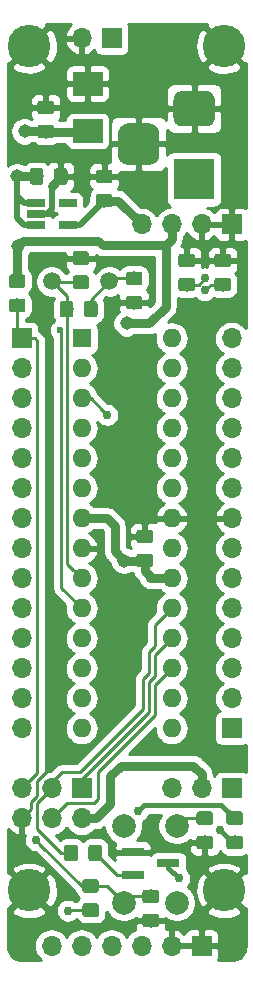
<source format=gbl>
G04 #@! TF.GenerationSoftware,KiCad,Pcbnew,(5.0.1)-3*
G04 #@! TF.CreationDate,2018-11-10T00:41:14-08:00*
G04 #@! TF.ProjectId,firefly,66697265666C792E6B696361645F7063,A*
G04 #@! TF.SameCoordinates,Original*
G04 #@! TF.FileFunction,Copper,L2,Bot,Signal*
G04 #@! TF.FilePolarity,Positive*
%FSLAX46Y46*%
G04 Gerber Fmt 4.6, Leading zero omitted, Abs format (unit mm)*
G04 Created by KiCad (PCBNEW (5.0.1)-3) date 11/10/2018 12:41:14 AM*
%MOMM*%
%LPD*%
G01*
G04 APERTURE LIST*
G04 #@! TA.AperFunction,Conductor*
%ADD10C,0.100000*%
G04 #@! TD*
G04 #@! TA.AperFunction,ComponentPad*
%ADD11C,3.500000*%
G04 #@! TD*
G04 #@! TA.AperFunction,ComponentPad*
%ADD12C,3.000000*%
G04 #@! TD*
G04 #@! TA.AperFunction,ComponentPad*
%ADD13R,3.500000X3.500000*%
G04 #@! TD*
G04 #@! TA.AperFunction,ComponentPad*
%ADD14C,3.600000*%
G04 #@! TD*
G04 #@! TA.AperFunction,ComponentPad*
%ADD15O,1.700000X1.700000*%
G04 #@! TD*
G04 #@! TA.AperFunction,ComponentPad*
%ADD16R,1.700000X1.700000*%
G04 #@! TD*
G04 #@! TA.AperFunction,ComponentPad*
%ADD17C,2.000000*%
G04 #@! TD*
G04 #@! TA.AperFunction,SMDPad,CuDef*
%ADD18C,1.150000*%
G04 #@! TD*
G04 #@! TA.AperFunction,ComponentPad*
%ADD19O,1.600000X1.600000*%
G04 #@! TD*
G04 #@! TA.AperFunction,ComponentPad*
%ADD20R,1.600000X1.600000*%
G04 #@! TD*
G04 #@! TA.AperFunction,SMDPad,CuDef*
%ADD21R,1.560000X0.650000*%
G04 #@! TD*
G04 #@! TA.AperFunction,ComponentPad*
%ADD22C,1.500000*%
G04 #@! TD*
G04 #@! TA.AperFunction,SMDPad,CuDef*
%ADD23R,2.500000X2.000000*%
G04 #@! TD*
G04 #@! TA.AperFunction,SMDPad,CuDef*
%ADD24R,1.900000X0.800000*%
G04 #@! TD*
G04 #@! TA.AperFunction,ViaPad*
%ADD25C,1.143000*%
G04 #@! TD*
G04 #@! TA.AperFunction,ViaPad*
%ADD26C,0.600000*%
G04 #@! TD*
G04 #@! TA.AperFunction,ViaPad*
%ADD27C,0.762000*%
G04 #@! TD*
G04 #@! TA.AperFunction,Conductor*
%ADD28C,0.762000*%
G04 #@! TD*
G04 #@! TA.AperFunction,Conductor*
%ADD29C,0.508000*%
G04 #@! TD*
G04 #@! TA.AperFunction,Conductor*
%ADD30C,0.254000*%
G04 #@! TD*
G04 #@! TA.AperFunction,Conductor*
%ADD31C,0.381000*%
G04 #@! TD*
G04 APERTURE END LIST*
D10*
G04 #@! TO.N,GND*
G04 #@! TO.C,J1*
G36*
X152851765Y-73232213D02*
X152936704Y-73244813D01*
X153019999Y-73265677D01*
X153100848Y-73294605D01*
X153178472Y-73331319D01*
X153252124Y-73375464D01*
X153321094Y-73426616D01*
X153384718Y-73484282D01*
X153442384Y-73547906D01*
X153493536Y-73616876D01*
X153537681Y-73690528D01*
X153574395Y-73768152D01*
X153603323Y-73849001D01*
X153624187Y-73932296D01*
X153636787Y-74017235D01*
X153641000Y-74103000D01*
X153641000Y-75853000D01*
X153636787Y-75938765D01*
X153624187Y-76023704D01*
X153603323Y-76106999D01*
X153574395Y-76187848D01*
X153537681Y-76265472D01*
X153493536Y-76339124D01*
X153442384Y-76408094D01*
X153384718Y-76471718D01*
X153321094Y-76529384D01*
X153252124Y-76580536D01*
X153178472Y-76624681D01*
X153100848Y-76661395D01*
X153019999Y-76690323D01*
X152936704Y-76711187D01*
X152851765Y-76723787D01*
X152766000Y-76728000D01*
X151016000Y-76728000D01*
X150930235Y-76723787D01*
X150845296Y-76711187D01*
X150762001Y-76690323D01*
X150681152Y-76661395D01*
X150603528Y-76624681D01*
X150529876Y-76580536D01*
X150460906Y-76529384D01*
X150397282Y-76471718D01*
X150339616Y-76408094D01*
X150288464Y-76339124D01*
X150244319Y-76265472D01*
X150207605Y-76187848D01*
X150178677Y-76106999D01*
X150157813Y-76023704D01*
X150145213Y-75938765D01*
X150141000Y-75853000D01*
X150141000Y-74103000D01*
X150145213Y-74017235D01*
X150157813Y-73932296D01*
X150178677Y-73849001D01*
X150207605Y-73768152D01*
X150244319Y-73690528D01*
X150288464Y-73616876D01*
X150339616Y-73547906D01*
X150397282Y-73484282D01*
X150460906Y-73426616D01*
X150529876Y-73375464D01*
X150603528Y-73331319D01*
X150681152Y-73294605D01*
X150762001Y-73265677D01*
X150845296Y-73244813D01*
X150930235Y-73232213D01*
X151016000Y-73228000D01*
X152766000Y-73228000D01*
X152851765Y-73232213D01*
X152851765Y-73232213D01*
G37*
D11*
G04 #@! TD*
G04 #@! TO.P,J1,3*
G04 #@! TO.N,GND*
X151891000Y-74978000D03*
D10*
G04 #@! TO.N,GND*
G04 #@! TO.C,J1*
G36*
X157664513Y-70481611D02*
X157737318Y-70492411D01*
X157808714Y-70510295D01*
X157878013Y-70535090D01*
X157944548Y-70566559D01*
X158007678Y-70604398D01*
X158066795Y-70648242D01*
X158121330Y-70697670D01*
X158170758Y-70752205D01*
X158214602Y-70811322D01*
X158252441Y-70874452D01*
X158283910Y-70940987D01*
X158308705Y-71010286D01*
X158326589Y-71081682D01*
X158337389Y-71154487D01*
X158341000Y-71228000D01*
X158341000Y-72728000D01*
X158337389Y-72801513D01*
X158326589Y-72874318D01*
X158308705Y-72945714D01*
X158283910Y-73015013D01*
X158252441Y-73081548D01*
X158214602Y-73144678D01*
X158170758Y-73203795D01*
X158121330Y-73258330D01*
X158066795Y-73307758D01*
X158007678Y-73351602D01*
X157944548Y-73389441D01*
X157878013Y-73420910D01*
X157808714Y-73445705D01*
X157737318Y-73463589D01*
X157664513Y-73474389D01*
X157591000Y-73478000D01*
X155591000Y-73478000D01*
X155517487Y-73474389D01*
X155444682Y-73463589D01*
X155373286Y-73445705D01*
X155303987Y-73420910D01*
X155237452Y-73389441D01*
X155174322Y-73351602D01*
X155115205Y-73307758D01*
X155060670Y-73258330D01*
X155011242Y-73203795D01*
X154967398Y-73144678D01*
X154929559Y-73081548D01*
X154898090Y-73015013D01*
X154873295Y-72945714D01*
X154855411Y-72874318D01*
X154844611Y-72801513D01*
X154841000Y-72728000D01*
X154841000Y-71228000D01*
X154844611Y-71154487D01*
X154855411Y-71081682D01*
X154873295Y-71010286D01*
X154898090Y-70940987D01*
X154929559Y-70874452D01*
X154967398Y-70811322D01*
X155011242Y-70752205D01*
X155060670Y-70697670D01*
X155115205Y-70648242D01*
X155174322Y-70604398D01*
X155237452Y-70566559D01*
X155303987Y-70535090D01*
X155373286Y-70510295D01*
X155444682Y-70492411D01*
X155517487Y-70481611D01*
X155591000Y-70478000D01*
X157591000Y-70478000D01*
X157664513Y-70481611D01*
X157664513Y-70481611D01*
G37*
D12*
G04 #@! TD*
G04 #@! TO.P,J1,2*
G04 #@! TO.N,GND*
X156591000Y-71978000D03*
D13*
G04 #@! TO.P,J1,1*
G04 #@! TO.N,/VIN*
X156591000Y-77978000D03*
G04 #@! TD*
D14*
G04 #@! TO.P,REF\002A\002A,1*
G04 #@! TO.N,GND*
X159131000Y-66693000D03*
G04 #@! TD*
D15*
G04 #@! TO.P,J5,6*
G04 #@! TO.N,GND*
X141986000Y-132080000D03*
G04 #@! TO.P,J5,5*
G04 #@! TO.N,/P1*
X141986000Y-129540000D03*
G04 #@! TO.P,J5,4*
G04 #@! TO.N,/MOSI*
X144526000Y-132080000D03*
G04 #@! TO.P,J5,3*
G04 #@! TO.N,/P19*
X144526000Y-129540000D03*
G04 #@! TO.P,J5,2*
G04 #@! TO.N,+5V*
X147066000Y-132080000D03*
D16*
G04 #@! TO.P,J5,1*
G04 #@! TO.N,/MISO*
X147066000Y-129540000D03*
G04 #@! TD*
D14*
G04 #@! TO.P,REF\002A\002A,1*
G04 #@! TO.N,GND*
X142621000Y-66675000D03*
G04 #@! TD*
G04 #@! TO.P,REF\002A\002A,1*
G04 #@! TO.N,GND*
X159131000Y-138176000D03*
G04 #@! TD*
G04 #@! TO.P,REF\002A\002A,1*
G04 #@! TO.N,GND*
X142621000Y-138176000D03*
G04 #@! TD*
D17*
G04 #@! TO.P,SW1,2*
G04 #@! TO.N,Net-(R3-Pad2)*
X155122000Y-139215000D03*
G04 #@! TO.P,SW1,1*
G04 #@! TO.N,/P1*
X150622000Y-139215000D03*
G04 #@! TO.P,SW1,2*
G04 #@! TO.N,Net-(R3-Pad2)*
X155122000Y-132715000D03*
G04 #@! TO.P,SW1,1*
G04 #@! TO.N,/P1*
X150622000Y-132715000D03*
G04 #@! TD*
D15*
G04 #@! TO.P,J4,3*
G04 #@! TO.N,/USB_5V*
X154686000Y-129540000D03*
G04 #@! TO.P,J4,2*
G04 #@! TO.N,+5V*
X157226000Y-129540000D03*
D16*
G04 #@! TO.P,J4,1*
G04 #@! TO.N,/DC_5V*
X159766000Y-129540000D03*
G04 #@! TD*
D15*
G04 #@! TO.P,J8,4*
G04 #@! TO.N,+3V3*
X152146000Y-81788000D03*
G04 #@! TO.P,J8,3*
G04 #@! TO.N,+5V*
X154686000Y-81788000D03*
G04 #@! TO.P,J8,2*
G04 #@! TO.N,GND*
X157226000Y-81788000D03*
D16*
G04 #@! TO.P,J8,1*
X159766000Y-81788000D03*
G04 #@! TD*
D15*
G04 #@! TO.P,J6,6*
G04 #@! TO.N,/RTS#*
X144526000Y-142875000D03*
G04 #@! TO.P,J6,5*
G04 #@! TO.N,/P2*
X147066000Y-142875000D03*
G04 #@! TO.P,J6,4*
G04 #@! TO.N,/P3*
X149606000Y-142875000D03*
G04 #@! TO.P,J6,3*
G04 #@! TO.N,/USB_5V*
X152146000Y-142875000D03*
G04 #@! TO.P,J6,2*
G04 #@! TO.N,GND*
X154686000Y-142875000D03*
D16*
G04 #@! TO.P,J6,1*
X157226000Y-142875000D03*
G04 #@! TD*
D10*
G04 #@! TO.N,GND*
G04 #@! TO.C,C9*
G36*
X152874505Y-107621204D02*
X152898773Y-107624804D01*
X152922572Y-107630765D01*
X152945671Y-107639030D01*
X152967850Y-107649520D01*
X152988893Y-107662132D01*
X153008599Y-107676747D01*
X153026777Y-107693223D01*
X153043253Y-107711401D01*
X153057868Y-107731107D01*
X153070480Y-107752150D01*
X153080970Y-107774329D01*
X153089235Y-107797428D01*
X153095196Y-107821227D01*
X153098796Y-107845495D01*
X153100000Y-107869999D01*
X153100000Y-108520001D01*
X153098796Y-108544505D01*
X153095196Y-108568773D01*
X153089235Y-108592572D01*
X153080970Y-108615671D01*
X153070480Y-108637850D01*
X153057868Y-108658893D01*
X153043253Y-108678599D01*
X153026777Y-108696777D01*
X153008599Y-108713253D01*
X152988893Y-108727868D01*
X152967850Y-108740480D01*
X152945671Y-108750970D01*
X152922572Y-108759235D01*
X152898773Y-108765196D01*
X152874505Y-108768796D01*
X152850001Y-108770000D01*
X151949999Y-108770000D01*
X151925495Y-108768796D01*
X151901227Y-108765196D01*
X151877428Y-108759235D01*
X151854329Y-108750970D01*
X151832150Y-108740480D01*
X151811107Y-108727868D01*
X151791401Y-108713253D01*
X151773223Y-108696777D01*
X151756747Y-108678599D01*
X151742132Y-108658893D01*
X151729520Y-108637850D01*
X151719030Y-108615671D01*
X151710765Y-108592572D01*
X151704804Y-108568773D01*
X151701204Y-108544505D01*
X151700000Y-108520001D01*
X151700000Y-107869999D01*
X151701204Y-107845495D01*
X151704804Y-107821227D01*
X151710765Y-107797428D01*
X151719030Y-107774329D01*
X151729520Y-107752150D01*
X151742132Y-107731107D01*
X151756747Y-107711401D01*
X151773223Y-107693223D01*
X151791401Y-107676747D01*
X151811107Y-107662132D01*
X151832150Y-107649520D01*
X151854329Y-107639030D01*
X151877428Y-107630765D01*
X151901227Y-107624804D01*
X151925495Y-107621204D01*
X151949999Y-107620000D01*
X152850001Y-107620000D01*
X152874505Y-107621204D01*
X152874505Y-107621204D01*
G37*
D18*
G04 #@! TD*
G04 #@! TO.P,C9,2*
G04 #@! TO.N,GND*
X152400000Y-108195000D03*
D10*
G04 #@! TO.N,+5V*
G04 #@! TO.C,C9*
G36*
X152874505Y-109671204D02*
X152898773Y-109674804D01*
X152922572Y-109680765D01*
X152945671Y-109689030D01*
X152967850Y-109699520D01*
X152988893Y-109712132D01*
X153008599Y-109726747D01*
X153026777Y-109743223D01*
X153043253Y-109761401D01*
X153057868Y-109781107D01*
X153070480Y-109802150D01*
X153080970Y-109824329D01*
X153089235Y-109847428D01*
X153095196Y-109871227D01*
X153098796Y-109895495D01*
X153100000Y-109919999D01*
X153100000Y-110570001D01*
X153098796Y-110594505D01*
X153095196Y-110618773D01*
X153089235Y-110642572D01*
X153080970Y-110665671D01*
X153070480Y-110687850D01*
X153057868Y-110708893D01*
X153043253Y-110728599D01*
X153026777Y-110746777D01*
X153008599Y-110763253D01*
X152988893Y-110777868D01*
X152967850Y-110790480D01*
X152945671Y-110800970D01*
X152922572Y-110809235D01*
X152898773Y-110815196D01*
X152874505Y-110818796D01*
X152850001Y-110820000D01*
X151949999Y-110820000D01*
X151925495Y-110818796D01*
X151901227Y-110815196D01*
X151877428Y-110809235D01*
X151854329Y-110800970D01*
X151832150Y-110790480D01*
X151811107Y-110777868D01*
X151791401Y-110763253D01*
X151773223Y-110746777D01*
X151756747Y-110728599D01*
X151742132Y-110708893D01*
X151729520Y-110687850D01*
X151719030Y-110665671D01*
X151710765Y-110642572D01*
X151704804Y-110618773D01*
X151701204Y-110594505D01*
X151700000Y-110570001D01*
X151700000Y-109919999D01*
X151701204Y-109895495D01*
X151704804Y-109871227D01*
X151710765Y-109847428D01*
X151719030Y-109824329D01*
X151729520Y-109802150D01*
X151742132Y-109781107D01*
X151756747Y-109761401D01*
X151773223Y-109743223D01*
X151791401Y-109726747D01*
X151811107Y-109712132D01*
X151832150Y-109699520D01*
X151854329Y-109689030D01*
X151877428Y-109680765D01*
X151901227Y-109674804D01*
X151925495Y-109671204D01*
X151949999Y-109670000D01*
X152850001Y-109670000D01*
X152874505Y-109671204D01*
X152874505Y-109671204D01*
G37*
D18*
G04 #@! TD*
G04 #@! TO.P,C9,1*
G04 #@! TO.N,+5V*
X152400000Y-110245000D03*
D10*
G04 #@! TO.N,VDD*
G04 #@! TO.C,C1*
G36*
X144492505Y-73349204D02*
X144516773Y-73352804D01*
X144540572Y-73358765D01*
X144563671Y-73367030D01*
X144585850Y-73377520D01*
X144606893Y-73390132D01*
X144626599Y-73404747D01*
X144644777Y-73421223D01*
X144661253Y-73439401D01*
X144675868Y-73459107D01*
X144688480Y-73480150D01*
X144698970Y-73502329D01*
X144707235Y-73525428D01*
X144713196Y-73549227D01*
X144716796Y-73573495D01*
X144718000Y-73597999D01*
X144718000Y-74248001D01*
X144716796Y-74272505D01*
X144713196Y-74296773D01*
X144707235Y-74320572D01*
X144698970Y-74343671D01*
X144688480Y-74365850D01*
X144675868Y-74386893D01*
X144661253Y-74406599D01*
X144644777Y-74424777D01*
X144626599Y-74441253D01*
X144606893Y-74455868D01*
X144585850Y-74468480D01*
X144563671Y-74478970D01*
X144540572Y-74487235D01*
X144516773Y-74493196D01*
X144492505Y-74496796D01*
X144468001Y-74498000D01*
X143567999Y-74498000D01*
X143543495Y-74496796D01*
X143519227Y-74493196D01*
X143495428Y-74487235D01*
X143472329Y-74478970D01*
X143450150Y-74468480D01*
X143429107Y-74455868D01*
X143409401Y-74441253D01*
X143391223Y-74424777D01*
X143374747Y-74406599D01*
X143360132Y-74386893D01*
X143347520Y-74365850D01*
X143337030Y-74343671D01*
X143328765Y-74320572D01*
X143322804Y-74296773D01*
X143319204Y-74272505D01*
X143318000Y-74248001D01*
X143318000Y-73597999D01*
X143319204Y-73573495D01*
X143322804Y-73549227D01*
X143328765Y-73525428D01*
X143337030Y-73502329D01*
X143347520Y-73480150D01*
X143360132Y-73459107D01*
X143374747Y-73439401D01*
X143391223Y-73421223D01*
X143409401Y-73404747D01*
X143429107Y-73390132D01*
X143450150Y-73377520D01*
X143472329Y-73367030D01*
X143495428Y-73358765D01*
X143519227Y-73352804D01*
X143543495Y-73349204D01*
X143567999Y-73348000D01*
X144468001Y-73348000D01*
X144492505Y-73349204D01*
X144492505Y-73349204D01*
G37*
D18*
G04 #@! TD*
G04 #@! TO.P,C1,1*
G04 #@! TO.N,VDD*
X144018000Y-73923000D03*
D10*
G04 #@! TO.N,GND*
G04 #@! TO.C,C1*
G36*
X144492505Y-71299204D02*
X144516773Y-71302804D01*
X144540572Y-71308765D01*
X144563671Y-71317030D01*
X144585850Y-71327520D01*
X144606893Y-71340132D01*
X144626599Y-71354747D01*
X144644777Y-71371223D01*
X144661253Y-71389401D01*
X144675868Y-71409107D01*
X144688480Y-71430150D01*
X144698970Y-71452329D01*
X144707235Y-71475428D01*
X144713196Y-71499227D01*
X144716796Y-71523495D01*
X144718000Y-71547999D01*
X144718000Y-72198001D01*
X144716796Y-72222505D01*
X144713196Y-72246773D01*
X144707235Y-72270572D01*
X144698970Y-72293671D01*
X144688480Y-72315850D01*
X144675868Y-72336893D01*
X144661253Y-72356599D01*
X144644777Y-72374777D01*
X144626599Y-72391253D01*
X144606893Y-72405868D01*
X144585850Y-72418480D01*
X144563671Y-72428970D01*
X144540572Y-72437235D01*
X144516773Y-72443196D01*
X144492505Y-72446796D01*
X144468001Y-72448000D01*
X143567999Y-72448000D01*
X143543495Y-72446796D01*
X143519227Y-72443196D01*
X143495428Y-72437235D01*
X143472329Y-72428970D01*
X143450150Y-72418480D01*
X143429107Y-72405868D01*
X143409401Y-72391253D01*
X143391223Y-72374777D01*
X143374747Y-72356599D01*
X143360132Y-72336893D01*
X143347520Y-72315850D01*
X143337030Y-72293671D01*
X143328765Y-72270572D01*
X143322804Y-72246773D01*
X143319204Y-72222505D01*
X143318000Y-72198001D01*
X143318000Y-71547999D01*
X143319204Y-71523495D01*
X143322804Y-71499227D01*
X143328765Y-71475428D01*
X143337030Y-71452329D01*
X143347520Y-71430150D01*
X143360132Y-71409107D01*
X143374747Y-71389401D01*
X143391223Y-71371223D01*
X143409401Y-71354747D01*
X143429107Y-71340132D01*
X143450150Y-71327520D01*
X143472329Y-71317030D01*
X143495428Y-71308765D01*
X143519227Y-71302804D01*
X143543495Y-71299204D01*
X143567999Y-71298000D01*
X144468001Y-71298000D01*
X144492505Y-71299204D01*
X144492505Y-71299204D01*
G37*
D18*
G04 #@! TD*
G04 #@! TO.P,C1,2*
G04 #@! TO.N,GND*
X144018000Y-71873000D03*
D10*
G04 #@! TO.N,GND*
G04 #@! TO.C,C7*
G36*
X145646505Y-77025204D02*
X145670773Y-77028804D01*
X145694572Y-77034765D01*
X145717671Y-77043030D01*
X145739850Y-77053520D01*
X145760893Y-77066132D01*
X145780599Y-77080747D01*
X145798777Y-77097223D01*
X145815253Y-77115401D01*
X145829868Y-77135107D01*
X145842480Y-77156150D01*
X145852970Y-77178329D01*
X145861235Y-77201428D01*
X145867196Y-77225227D01*
X145870796Y-77249495D01*
X145872000Y-77273999D01*
X145872000Y-78174001D01*
X145870796Y-78198505D01*
X145867196Y-78222773D01*
X145861235Y-78246572D01*
X145852970Y-78269671D01*
X145842480Y-78291850D01*
X145829868Y-78312893D01*
X145815253Y-78332599D01*
X145798777Y-78350777D01*
X145780599Y-78367253D01*
X145760893Y-78381868D01*
X145739850Y-78394480D01*
X145717671Y-78404970D01*
X145694572Y-78413235D01*
X145670773Y-78419196D01*
X145646505Y-78422796D01*
X145622001Y-78424000D01*
X144971999Y-78424000D01*
X144947495Y-78422796D01*
X144923227Y-78419196D01*
X144899428Y-78413235D01*
X144876329Y-78404970D01*
X144854150Y-78394480D01*
X144833107Y-78381868D01*
X144813401Y-78367253D01*
X144795223Y-78350777D01*
X144778747Y-78332599D01*
X144764132Y-78312893D01*
X144751520Y-78291850D01*
X144741030Y-78269671D01*
X144732765Y-78246572D01*
X144726804Y-78222773D01*
X144723204Y-78198505D01*
X144722000Y-78174001D01*
X144722000Y-77273999D01*
X144723204Y-77249495D01*
X144726804Y-77225227D01*
X144732765Y-77201428D01*
X144741030Y-77178329D01*
X144751520Y-77156150D01*
X144764132Y-77135107D01*
X144778747Y-77115401D01*
X144795223Y-77097223D01*
X144813401Y-77080747D01*
X144833107Y-77066132D01*
X144854150Y-77053520D01*
X144876329Y-77043030D01*
X144899428Y-77034765D01*
X144923227Y-77028804D01*
X144947495Y-77025204D01*
X144971999Y-77024000D01*
X145622001Y-77024000D01*
X145646505Y-77025204D01*
X145646505Y-77025204D01*
G37*
D18*
G04 #@! TD*
G04 #@! TO.P,C7,2*
G04 #@! TO.N,GND*
X145297000Y-77724000D03*
D10*
G04 #@! TO.N,/DC_5V*
G04 #@! TO.C,C7*
G36*
X143596505Y-77025204D02*
X143620773Y-77028804D01*
X143644572Y-77034765D01*
X143667671Y-77043030D01*
X143689850Y-77053520D01*
X143710893Y-77066132D01*
X143730599Y-77080747D01*
X143748777Y-77097223D01*
X143765253Y-77115401D01*
X143779868Y-77135107D01*
X143792480Y-77156150D01*
X143802970Y-77178329D01*
X143811235Y-77201428D01*
X143817196Y-77225227D01*
X143820796Y-77249495D01*
X143822000Y-77273999D01*
X143822000Y-78174001D01*
X143820796Y-78198505D01*
X143817196Y-78222773D01*
X143811235Y-78246572D01*
X143802970Y-78269671D01*
X143792480Y-78291850D01*
X143779868Y-78312893D01*
X143765253Y-78332599D01*
X143748777Y-78350777D01*
X143730599Y-78367253D01*
X143710893Y-78381868D01*
X143689850Y-78394480D01*
X143667671Y-78404970D01*
X143644572Y-78413235D01*
X143620773Y-78419196D01*
X143596505Y-78422796D01*
X143572001Y-78424000D01*
X142921999Y-78424000D01*
X142897495Y-78422796D01*
X142873227Y-78419196D01*
X142849428Y-78413235D01*
X142826329Y-78404970D01*
X142804150Y-78394480D01*
X142783107Y-78381868D01*
X142763401Y-78367253D01*
X142745223Y-78350777D01*
X142728747Y-78332599D01*
X142714132Y-78312893D01*
X142701520Y-78291850D01*
X142691030Y-78269671D01*
X142682765Y-78246572D01*
X142676804Y-78222773D01*
X142673204Y-78198505D01*
X142672000Y-78174001D01*
X142672000Y-77273999D01*
X142673204Y-77249495D01*
X142676804Y-77225227D01*
X142682765Y-77201428D01*
X142691030Y-77178329D01*
X142701520Y-77156150D01*
X142714132Y-77135107D01*
X142728747Y-77115401D01*
X142745223Y-77097223D01*
X142763401Y-77080747D01*
X142783107Y-77066132D01*
X142804150Y-77053520D01*
X142826329Y-77043030D01*
X142849428Y-77034765D01*
X142873227Y-77028804D01*
X142897495Y-77025204D01*
X142921999Y-77024000D01*
X143572001Y-77024000D01*
X143596505Y-77025204D01*
X143596505Y-77025204D01*
G37*
D18*
G04 #@! TD*
G04 #@! TO.P,C7,1*
G04 #@! TO.N,/DC_5V*
X143247000Y-77724000D03*
D10*
G04 #@! TO.N,GND*
G04 #@! TO.C,C8*
G36*
X149445505Y-77150204D02*
X149469773Y-77153804D01*
X149493572Y-77159765D01*
X149516671Y-77168030D01*
X149538850Y-77178520D01*
X149559893Y-77191132D01*
X149579599Y-77205747D01*
X149597777Y-77222223D01*
X149614253Y-77240401D01*
X149628868Y-77260107D01*
X149641480Y-77281150D01*
X149651970Y-77303329D01*
X149660235Y-77326428D01*
X149666196Y-77350227D01*
X149669796Y-77374495D01*
X149671000Y-77398999D01*
X149671000Y-78049001D01*
X149669796Y-78073505D01*
X149666196Y-78097773D01*
X149660235Y-78121572D01*
X149651970Y-78144671D01*
X149641480Y-78166850D01*
X149628868Y-78187893D01*
X149614253Y-78207599D01*
X149597777Y-78225777D01*
X149579599Y-78242253D01*
X149559893Y-78256868D01*
X149538850Y-78269480D01*
X149516671Y-78279970D01*
X149493572Y-78288235D01*
X149469773Y-78294196D01*
X149445505Y-78297796D01*
X149421001Y-78299000D01*
X148520999Y-78299000D01*
X148496495Y-78297796D01*
X148472227Y-78294196D01*
X148448428Y-78288235D01*
X148425329Y-78279970D01*
X148403150Y-78269480D01*
X148382107Y-78256868D01*
X148362401Y-78242253D01*
X148344223Y-78225777D01*
X148327747Y-78207599D01*
X148313132Y-78187893D01*
X148300520Y-78166850D01*
X148290030Y-78144671D01*
X148281765Y-78121572D01*
X148275804Y-78097773D01*
X148272204Y-78073505D01*
X148271000Y-78049001D01*
X148271000Y-77398999D01*
X148272204Y-77374495D01*
X148275804Y-77350227D01*
X148281765Y-77326428D01*
X148290030Y-77303329D01*
X148300520Y-77281150D01*
X148313132Y-77260107D01*
X148327747Y-77240401D01*
X148344223Y-77222223D01*
X148362401Y-77205747D01*
X148382107Y-77191132D01*
X148403150Y-77178520D01*
X148425329Y-77168030D01*
X148448428Y-77159765D01*
X148472227Y-77153804D01*
X148496495Y-77150204D01*
X148520999Y-77149000D01*
X149421001Y-77149000D01*
X149445505Y-77150204D01*
X149445505Y-77150204D01*
G37*
D18*
G04 #@! TD*
G04 #@! TO.P,C8,2*
G04 #@! TO.N,GND*
X148971000Y-77724000D03*
D10*
G04 #@! TO.N,+3V3*
G04 #@! TO.C,C8*
G36*
X149445505Y-79200204D02*
X149469773Y-79203804D01*
X149493572Y-79209765D01*
X149516671Y-79218030D01*
X149538850Y-79228520D01*
X149559893Y-79241132D01*
X149579599Y-79255747D01*
X149597777Y-79272223D01*
X149614253Y-79290401D01*
X149628868Y-79310107D01*
X149641480Y-79331150D01*
X149651970Y-79353329D01*
X149660235Y-79376428D01*
X149666196Y-79400227D01*
X149669796Y-79424495D01*
X149671000Y-79448999D01*
X149671000Y-80099001D01*
X149669796Y-80123505D01*
X149666196Y-80147773D01*
X149660235Y-80171572D01*
X149651970Y-80194671D01*
X149641480Y-80216850D01*
X149628868Y-80237893D01*
X149614253Y-80257599D01*
X149597777Y-80275777D01*
X149579599Y-80292253D01*
X149559893Y-80306868D01*
X149538850Y-80319480D01*
X149516671Y-80329970D01*
X149493572Y-80338235D01*
X149469773Y-80344196D01*
X149445505Y-80347796D01*
X149421001Y-80349000D01*
X148520999Y-80349000D01*
X148496495Y-80347796D01*
X148472227Y-80344196D01*
X148448428Y-80338235D01*
X148425329Y-80329970D01*
X148403150Y-80319480D01*
X148382107Y-80306868D01*
X148362401Y-80292253D01*
X148344223Y-80275777D01*
X148327747Y-80257599D01*
X148313132Y-80237893D01*
X148300520Y-80216850D01*
X148290030Y-80194671D01*
X148281765Y-80171572D01*
X148275804Y-80147773D01*
X148272204Y-80123505D01*
X148271000Y-80099001D01*
X148271000Y-79448999D01*
X148272204Y-79424495D01*
X148275804Y-79400227D01*
X148281765Y-79376428D01*
X148290030Y-79353329D01*
X148300520Y-79331150D01*
X148313132Y-79310107D01*
X148327747Y-79290401D01*
X148344223Y-79272223D01*
X148362401Y-79255747D01*
X148382107Y-79241132D01*
X148403150Y-79228520D01*
X148425329Y-79218030D01*
X148448428Y-79209765D01*
X148472227Y-79203804D01*
X148496495Y-79200204D01*
X148520999Y-79199000D01*
X149421001Y-79199000D01*
X149445505Y-79200204D01*
X149445505Y-79200204D01*
G37*
D18*
G04 #@! TD*
G04 #@! TO.P,C8,1*
G04 #@! TO.N,+3V3*
X148971000Y-79774000D03*
D10*
G04 #@! TO.N,/OSC1*
G04 #@! TO.C,C2*
G36*
X147477005Y-86112704D02*
X147501273Y-86116304D01*
X147525072Y-86122265D01*
X147548171Y-86130530D01*
X147570350Y-86141020D01*
X147591393Y-86153632D01*
X147611099Y-86168247D01*
X147629277Y-86184723D01*
X147645753Y-86202901D01*
X147660368Y-86222607D01*
X147672980Y-86243650D01*
X147683470Y-86265829D01*
X147691735Y-86288928D01*
X147697696Y-86312727D01*
X147701296Y-86336995D01*
X147702500Y-86361499D01*
X147702500Y-87011501D01*
X147701296Y-87036005D01*
X147697696Y-87060273D01*
X147691735Y-87084072D01*
X147683470Y-87107171D01*
X147672980Y-87129350D01*
X147660368Y-87150393D01*
X147645753Y-87170099D01*
X147629277Y-87188277D01*
X147611099Y-87204753D01*
X147591393Y-87219368D01*
X147570350Y-87231980D01*
X147548171Y-87242470D01*
X147525072Y-87250735D01*
X147501273Y-87256696D01*
X147477005Y-87260296D01*
X147452501Y-87261500D01*
X146552499Y-87261500D01*
X146527995Y-87260296D01*
X146503727Y-87256696D01*
X146479928Y-87250735D01*
X146456829Y-87242470D01*
X146434650Y-87231980D01*
X146413607Y-87219368D01*
X146393901Y-87204753D01*
X146375723Y-87188277D01*
X146359247Y-87170099D01*
X146344632Y-87150393D01*
X146332020Y-87129350D01*
X146321530Y-87107171D01*
X146313265Y-87084072D01*
X146307304Y-87060273D01*
X146303704Y-87036005D01*
X146302500Y-87011501D01*
X146302500Y-86361499D01*
X146303704Y-86336995D01*
X146307304Y-86312727D01*
X146313265Y-86288928D01*
X146321530Y-86265829D01*
X146332020Y-86243650D01*
X146344632Y-86222607D01*
X146359247Y-86202901D01*
X146375723Y-86184723D01*
X146393901Y-86168247D01*
X146413607Y-86153632D01*
X146434650Y-86141020D01*
X146456829Y-86130530D01*
X146479928Y-86122265D01*
X146503727Y-86116304D01*
X146527995Y-86112704D01*
X146552499Y-86111500D01*
X147452501Y-86111500D01*
X147477005Y-86112704D01*
X147477005Y-86112704D01*
G37*
D18*
G04 #@! TD*
G04 #@! TO.P,C2,1*
G04 #@! TO.N,/OSC1*
X147002500Y-86686500D03*
D10*
G04 #@! TO.N,GND*
G04 #@! TO.C,C2*
G36*
X147477005Y-84062704D02*
X147501273Y-84066304D01*
X147525072Y-84072265D01*
X147548171Y-84080530D01*
X147570350Y-84091020D01*
X147591393Y-84103632D01*
X147611099Y-84118247D01*
X147629277Y-84134723D01*
X147645753Y-84152901D01*
X147660368Y-84172607D01*
X147672980Y-84193650D01*
X147683470Y-84215829D01*
X147691735Y-84238928D01*
X147697696Y-84262727D01*
X147701296Y-84286995D01*
X147702500Y-84311499D01*
X147702500Y-84961501D01*
X147701296Y-84986005D01*
X147697696Y-85010273D01*
X147691735Y-85034072D01*
X147683470Y-85057171D01*
X147672980Y-85079350D01*
X147660368Y-85100393D01*
X147645753Y-85120099D01*
X147629277Y-85138277D01*
X147611099Y-85154753D01*
X147591393Y-85169368D01*
X147570350Y-85181980D01*
X147548171Y-85192470D01*
X147525072Y-85200735D01*
X147501273Y-85206696D01*
X147477005Y-85210296D01*
X147452501Y-85211500D01*
X146552499Y-85211500D01*
X146527995Y-85210296D01*
X146503727Y-85206696D01*
X146479928Y-85200735D01*
X146456829Y-85192470D01*
X146434650Y-85181980D01*
X146413607Y-85169368D01*
X146393901Y-85154753D01*
X146375723Y-85138277D01*
X146359247Y-85120099D01*
X146344632Y-85100393D01*
X146332020Y-85079350D01*
X146321530Y-85057171D01*
X146313265Y-85034072D01*
X146307304Y-85010273D01*
X146303704Y-84986005D01*
X146302500Y-84961501D01*
X146302500Y-84311499D01*
X146303704Y-84286995D01*
X146307304Y-84262727D01*
X146313265Y-84238928D01*
X146321530Y-84215829D01*
X146332020Y-84193650D01*
X146344632Y-84172607D01*
X146359247Y-84152901D01*
X146375723Y-84134723D01*
X146393901Y-84118247D01*
X146413607Y-84103632D01*
X146434650Y-84091020D01*
X146456829Y-84080530D01*
X146479928Y-84072265D01*
X146503727Y-84066304D01*
X146527995Y-84062704D01*
X146552499Y-84061500D01*
X147452501Y-84061500D01*
X147477005Y-84062704D01*
X147477005Y-84062704D01*
G37*
D18*
G04 #@! TD*
G04 #@! TO.P,C2,2*
G04 #@! TO.N,GND*
X147002500Y-84636500D03*
D10*
G04 #@! TO.N,GND*
G04 #@! TO.C,C3*
G36*
X151985505Y-87836204D02*
X152009773Y-87839804D01*
X152033572Y-87845765D01*
X152056671Y-87854030D01*
X152078850Y-87864520D01*
X152099893Y-87877132D01*
X152119599Y-87891747D01*
X152137777Y-87908223D01*
X152154253Y-87926401D01*
X152168868Y-87946107D01*
X152181480Y-87967150D01*
X152191970Y-87989329D01*
X152200235Y-88012428D01*
X152206196Y-88036227D01*
X152209796Y-88060495D01*
X152211000Y-88084999D01*
X152211000Y-88735001D01*
X152209796Y-88759505D01*
X152206196Y-88783773D01*
X152200235Y-88807572D01*
X152191970Y-88830671D01*
X152181480Y-88852850D01*
X152168868Y-88873893D01*
X152154253Y-88893599D01*
X152137777Y-88911777D01*
X152119599Y-88928253D01*
X152099893Y-88942868D01*
X152078850Y-88955480D01*
X152056671Y-88965970D01*
X152033572Y-88974235D01*
X152009773Y-88980196D01*
X151985505Y-88983796D01*
X151961001Y-88985000D01*
X151060999Y-88985000D01*
X151036495Y-88983796D01*
X151012227Y-88980196D01*
X150988428Y-88974235D01*
X150965329Y-88965970D01*
X150943150Y-88955480D01*
X150922107Y-88942868D01*
X150902401Y-88928253D01*
X150884223Y-88911777D01*
X150867747Y-88893599D01*
X150853132Y-88873893D01*
X150840520Y-88852850D01*
X150830030Y-88830671D01*
X150821765Y-88807572D01*
X150815804Y-88783773D01*
X150812204Y-88759505D01*
X150811000Y-88735001D01*
X150811000Y-88084999D01*
X150812204Y-88060495D01*
X150815804Y-88036227D01*
X150821765Y-88012428D01*
X150830030Y-87989329D01*
X150840520Y-87967150D01*
X150853132Y-87946107D01*
X150867747Y-87926401D01*
X150884223Y-87908223D01*
X150902401Y-87891747D01*
X150922107Y-87877132D01*
X150943150Y-87864520D01*
X150965329Y-87854030D01*
X150988428Y-87845765D01*
X151012227Y-87839804D01*
X151036495Y-87836204D01*
X151060999Y-87835000D01*
X151961001Y-87835000D01*
X151985505Y-87836204D01*
X151985505Y-87836204D01*
G37*
D18*
G04 #@! TD*
G04 #@! TO.P,C3,2*
G04 #@! TO.N,GND*
X151511000Y-88410000D03*
D10*
G04 #@! TO.N,/OSC2*
G04 #@! TO.C,C3*
G36*
X151985505Y-85786204D02*
X152009773Y-85789804D01*
X152033572Y-85795765D01*
X152056671Y-85804030D01*
X152078850Y-85814520D01*
X152099893Y-85827132D01*
X152119599Y-85841747D01*
X152137777Y-85858223D01*
X152154253Y-85876401D01*
X152168868Y-85896107D01*
X152181480Y-85917150D01*
X152191970Y-85939329D01*
X152200235Y-85962428D01*
X152206196Y-85986227D01*
X152209796Y-86010495D01*
X152211000Y-86034999D01*
X152211000Y-86685001D01*
X152209796Y-86709505D01*
X152206196Y-86733773D01*
X152200235Y-86757572D01*
X152191970Y-86780671D01*
X152181480Y-86802850D01*
X152168868Y-86823893D01*
X152154253Y-86843599D01*
X152137777Y-86861777D01*
X152119599Y-86878253D01*
X152099893Y-86892868D01*
X152078850Y-86905480D01*
X152056671Y-86915970D01*
X152033572Y-86924235D01*
X152009773Y-86930196D01*
X151985505Y-86933796D01*
X151961001Y-86935000D01*
X151060999Y-86935000D01*
X151036495Y-86933796D01*
X151012227Y-86930196D01*
X150988428Y-86924235D01*
X150965329Y-86915970D01*
X150943150Y-86905480D01*
X150922107Y-86892868D01*
X150902401Y-86878253D01*
X150884223Y-86861777D01*
X150867747Y-86843599D01*
X150853132Y-86823893D01*
X150840520Y-86802850D01*
X150830030Y-86780671D01*
X150821765Y-86757572D01*
X150815804Y-86733773D01*
X150812204Y-86709505D01*
X150811000Y-86685001D01*
X150811000Y-86034999D01*
X150812204Y-86010495D01*
X150815804Y-85986227D01*
X150821765Y-85962428D01*
X150830030Y-85939329D01*
X150840520Y-85917150D01*
X150853132Y-85896107D01*
X150867747Y-85876401D01*
X150884223Y-85858223D01*
X150902401Y-85841747D01*
X150922107Y-85827132D01*
X150943150Y-85814520D01*
X150965329Y-85804030D01*
X150988428Y-85795765D01*
X151012227Y-85789804D01*
X151036495Y-85786204D01*
X151060999Y-85785000D01*
X151961001Y-85785000D01*
X151985505Y-85786204D01*
X151985505Y-85786204D01*
G37*
D18*
G04 #@! TD*
G04 #@! TO.P,C3,1*
G04 #@! TO.N,/OSC2*
X151511000Y-86360000D03*
D10*
G04 #@! TO.N,/RTS#*
G04 #@! TO.C,C5*
G36*
X148302505Y-139271204D02*
X148326773Y-139274804D01*
X148350572Y-139280765D01*
X148373671Y-139289030D01*
X148395850Y-139299520D01*
X148416893Y-139312132D01*
X148436599Y-139326747D01*
X148454777Y-139343223D01*
X148471253Y-139361401D01*
X148485868Y-139381107D01*
X148498480Y-139402150D01*
X148508970Y-139424329D01*
X148517235Y-139447428D01*
X148523196Y-139471227D01*
X148526796Y-139495495D01*
X148528000Y-139519999D01*
X148528000Y-140170001D01*
X148526796Y-140194505D01*
X148523196Y-140218773D01*
X148517235Y-140242572D01*
X148508970Y-140265671D01*
X148498480Y-140287850D01*
X148485868Y-140308893D01*
X148471253Y-140328599D01*
X148454777Y-140346777D01*
X148436599Y-140363253D01*
X148416893Y-140377868D01*
X148395850Y-140390480D01*
X148373671Y-140400970D01*
X148350572Y-140409235D01*
X148326773Y-140415196D01*
X148302505Y-140418796D01*
X148278001Y-140420000D01*
X147377999Y-140420000D01*
X147353495Y-140418796D01*
X147329227Y-140415196D01*
X147305428Y-140409235D01*
X147282329Y-140400970D01*
X147260150Y-140390480D01*
X147239107Y-140377868D01*
X147219401Y-140363253D01*
X147201223Y-140346777D01*
X147184747Y-140328599D01*
X147170132Y-140308893D01*
X147157520Y-140287850D01*
X147147030Y-140265671D01*
X147138765Y-140242572D01*
X147132804Y-140218773D01*
X147129204Y-140194505D01*
X147128000Y-140170001D01*
X147128000Y-139519999D01*
X147129204Y-139495495D01*
X147132804Y-139471227D01*
X147138765Y-139447428D01*
X147147030Y-139424329D01*
X147157520Y-139402150D01*
X147170132Y-139381107D01*
X147184747Y-139361401D01*
X147201223Y-139343223D01*
X147219401Y-139326747D01*
X147239107Y-139312132D01*
X147260150Y-139299520D01*
X147282329Y-139289030D01*
X147305428Y-139280765D01*
X147329227Y-139274804D01*
X147353495Y-139271204D01*
X147377999Y-139270000D01*
X148278001Y-139270000D01*
X148302505Y-139271204D01*
X148302505Y-139271204D01*
G37*
D18*
G04 #@! TD*
G04 #@! TO.P,C5,1*
G04 #@! TO.N,/RTS#*
X147828000Y-139845000D03*
D10*
G04 #@! TO.N,/P1*
G04 #@! TO.C,C5*
G36*
X148302505Y-137221204D02*
X148326773Y-137224804D01*
X148350572Y-137230765D01*
X148373671Y-137239030D01*
X148395850Y-137249520D01*
X148416893Y-137262132D01*
X148436599Y-137276747D01*
X148454777Y-137293223D01*
X148471253Y-137311401D01*
X148485868Y-137331107D01*
X148498480Y-137352150D01*
X148508970Y-137374329D01*
X148517235Y-137397428D01*
X148523196Y-137421227D01*
X148526796Y-137445495D01*
X148528000Y-137469999D01*
X148528000Y-138120001D01*
X148526796Y-138144505D01*
X148523196Y-138168773D01*
X148517235Y-138192572D01*
X148508970Y-138215671D01*
X148498480Y-138237850D01*
X148485868Y-138258893D01*
X148471253Y-138278599D01*
X148454777Y-138296777D01*
X148436599Y-138313253D01*
X148416893Y-138327868D01*
X148395850Y-138340480D01*
X148373671Y-138350970D01*
X148350572Y-138359235D01*
X148326773Y-138365196D01*
X148302505Y-138368796D01*
X148278001Y-138370000D01*
X147377999Y-138370000D01*
X147353495Y-138368796D01*
X147329227Y-138365196D01*
X147305428Y-138359235D01*
X147282329Y-138350970D01*
X147260150Y-138340480D01*
X147239107Y-138327868D01*
X147219401Y-138313253D01*
X147201223Y-138296777D01*
X147184747Y-138278599D01*
X147170132Y-138258893D01*
X147157520Y-138237850D01*
X147147030Y-138215671D01*
X147138765Y-138192572D01*
X147132804Y-138168773D01*
X147129204Y-138144505D01*
X147128000Y-138120001D01*
X147128000Y-137469999D01*
X147129204Y-137445495D01*
X147132804Y-137421227D01*
X147138765Y-137397428D01*
X147147030Y-137374329D01*
X147157520Y-137352150D01*
X147170132Y-137331107D01*
X147184747Y-137311401D01*
X147201223Y-137293223D01*
X147219401Y-137276747D01*
X147239107Y-137262132D01*
X147260150Y-137249520D01*
X147282329Y-137239030D01*
X147305428Y-137230765D01*
X147329227Y-137224804D01*
X147353495Y-137221204D01*
X147377999Y-137220000D01*
X148278001Y-137220000D01*
X148302505Y-137221204D01*
X148302505Y-137221204D01*
G37*
D18*
G04 #@! TD*
G04 #@! TO.P,C5,2*
G04 #@! TO.N,/P1*
X147828000Y-137795000D03*
D10*
G04 #@! TO.N,/P1*
G04 #@! TO.C,C4*
G36*
X153382505Y-138101204D02*
X153406773Y-138104804D01*
X153430572Y-138110765D01*
X153453671Y-138119030D01*
X153475850Y-138129520D01*
X153496893Y-138142132D01*
X153516599Y-138156747D01*
X153534777Y-138173223D01*
X153551253Y-138191401D01*
X153565868Y-138211107D01*
X153578480Y-138232150D01*
X153588970Y-138254329D01*
X153597235Y-138277428D01*
X153603196Y-138301227D01*
X153606796Y-138325495D01*
X153608000Y-138349999D01*
X153608000Y-139000001D01*
X153606796Y-139024505D01*
X153603196Y-139048773D01*
X153597235Y-139072572D01*
X153588970Y-139095671D01*
X153578480Y-139117850D01*
X153565868Y-139138893D01*
X153551253Y-139158599D01*
X153534777Y-139176777D01*
X153516599Y-139193253D01*
X153496893Y-139207868D01*
X153475850Y-139220480D01*
X153453671Y-139230970D01*
X153430572Y-139239235D01*
X153406773Y-139245196D01*
X153382505Y-139248796D01*
X153358001Y-139250000D01*
X152457999Y-139250000D01*
X152433495Y-139248796D01*
X152409227Y-139245196D01*
X152385428Y-139239235D01*
X152362329Y-139230970D01*
X152340150Y-139220480D01*
X152319107Y-139207868D01*
X152299401Y-139193253D01*
X152281223Y-139176777D01*
X152264747Y-139158599D01*
X152250132Y-139138893D01*
X152237520Y-139117850D01*
X152227030Y-139095671D01*
X152218765Y-139072572D01*
X152212804Y-139048773D01*
X152209204Y-139024505D01*
X152208000Y-139000001D01*
X152208000Y-138349999D01*
X152209204Y-138325495D01*
X152212804Y-138301227D01*
X152218765Y-138277428D01*
X152227030Y-138254329D01*
X152237520Y-138232150D01*
X152250132Y-138211107D01*
X152264747Y-138191401D01*
X152281223Y-138173223D01*
X152299401Y-138156747D01*
X152319107Y-138142132D01*
X152340150Y-138129520D01*
X152362329Y-138119030D01*
X152385428Y-138110765D01*
X152409227Y-138104804D01*
X152433495Y-138101204D01*
X152457999Y-138100000D01*
X153358001Y-138100000D01*
X153382505Y-138101204D01*
X153382505Y-138101204D01*
G37*
D18*
G04 #@! TD*
G04 #@! TO.P,C4,1*
G04 #@! TO.N,/P1*
X152908000Y-138675000D03*
D10*
G04 #@! TO.N,GND*
G04 #@! TO.C,C4*
G36*
X153382505Y-140151204D02*
X153406773Y-140154804D01*
X153430572Y-140160765D01*
X153453671Y-140169030D01*
X153475850Y-140179520D01*
X153496893Y-140192132D01*
X153516599Y-140206747D01*
X153534777Y-140223223D01*
X153551253Y-140241401D01*
X153565868Y-140261107D01*
X153578480Y-140282150D01*
X153588970Y-140304329D01*
X153597235Y-140327428D01*
X153603196Y-140351227D01*
X153606796Y-140375495D01*
X153608000Y-140399999D01*
X153608000Y-141050001D01*
X153606796Y-141074505D01*
X153603196Y-141098773D01*
X153597235Y-141122572D01*
X153588970Y-141145671D01*
X153578480Y-141167850D01*
X153565868Y-141188893D01*
X153551253Y-141208599D01*
X153534777Y-141226777D01*
X153516599Y-141243253D01*
X153496893Y-141257868D01*
X153475850Y-141270480D01*
X153453671Y-141280970D01*
X153430572Y-141289235D01*
X153406773Y-141295196D01*
X153382505Y-141298796D01*
X153358001Y-141300000D01*
X152457999Y-141300000D01*
X152433495Y-141298796D01*
X152409227Y-141295196D01*
X152385428Y-141289235D01*
X152362329Y-141280970D01*
X152340150Y-141270480D01*
X152319107Y-141257868D01*
X152299401Y-141243253D01*
X152281223Y-141226777D01*
X152264747Y-141208599D01*
X152250132Y-141188893D01*
X152237520Y-141167850D01*
X152227030Y-141145671D01*
X152218765Y-141122572D01*
X152212804Y-141098773D01*
X152209204Y-141074505D01*
X152208000Y-141050001D01*
X152208000Y-140399999D01*
X152209204Y-140375495D01*
X152212804Y-140351227D01*
X152218765Y-140327428D01*
X152227030Y-140304329D01*
X152237520Y-140282150D01*
X152250132Y-140261107D01*
X152264747Y-140241401D01*
X152281223Y-140223223D01*
X152299401Y-140206747D01*
X152319107Y-140192132D01*
X152340150Y-140179520D01*
X152362329Y-140169030D01*
X152385428Y-140160765D01*
X152409227Y-140154804D01*
X152433495Y-140151204D01*
X152457999Y-140150000D01*
X153358001Y-140150000D01*
X153382505Y-140151204D01*
X153382505Y-140151204D01*
G37*
D18*
G04 #@! TD*
G04 #@! TO.P,C4,2*
G04 #@! TO.N,GND*
X152908000Y-140725000D03*
D16*
G04 #@! TO.P,J3,1*
G04 #@! TO.N,/P1*
X141986000Y-91440000D03*
D15*
G04 #@! TO.P,J3,2*
G04 #@! TO.N,/P2*
X141986000Y-93980000D03*
G04 #@! TO.P,J3,3*
G04 #@! TO.N,/P3*
X141986000Y-96520000D03*
G04 #@! TO.P,J3,4*
G04 #@! TO.N,/P4*
X141986000Y-99060000D03*
G04 #@! TO.P,J3,5*
G04 #@! TO.N,/P5*
X141986000Y-101600000D03*
G04 #@! TO.P,J3,6*
G04 #@! TO.N,/P6*
X141986000Y-104140000D03*
G04 #@! TO.P,J3,7*
G04 #@! TO.N,+5V*
X141986000Y-106680000D03*
G04 #@! TO.P,J3,8*
G04 #@! TO.N,GND*
X141986000Y-109220000D03*
G04 #@! TO.P,J3,9*
G04 #@! TO.N,/OSC1*
X141986000Y-111760000D03*
G04 #@! TO.P,J3,10*
G04 #@! TO.N,/OSC2*
X141986000Y-114300000D03*
G04 #@! TO.P,J3,11*
G04 #@! TO.N,/P11*
X141986000Y-116840000D03*
G04 #@! TO.P,J3,12*
G04 #@! TO.N,/P12*
X141986000Y-119380000D03*
G04 #@! TO.P,J3,13*
G04 #@! TO.N,/P13*
X141986000Y-121920000D03*
G04 #@! TO.P,J3,14*
G04 #@! TO.N,/P14*
X141986000Y-124460000D03*
G04 #@! TD*
G04 #@! TO.P,J7,14*
G04 #@! TO.N,/P28*
X159766000Y-91440000D03*
G04 #@! TO.P,J7,13*
G04 #@! TO.N,/P27*
X159766000Y-93980000D03*
G04 #@! TO.P,J7,12*
G04 #@! TO.N,/P26*
X159766000Y-96520000D03*
G04 #@! TO.P,J7,11*
G04 #@! TO.N,/P25*
X159766000Y-99060000D03*
G04 #@! TO.P,J7,10*
G04 #@! TO.N,/P24*
X159766000Y-101600000D03*
G04 #@! TO.P,J7,9*
G04 #@! TO.N,/P23*
X159766000Y-104140000D03*
G04 #@! TO.P,J7,8*
G04 #@! TO.N,GND*
X159766000Y-106680000D03*
G04 #@! TO.P,J7,7*
G04 #@! TO.N,/P21*
X159766000Y-109220000D03*
G04 #@! TO.P,J7,6*
G04 #@! TO.N,+5V*
X159766000Y-111760000D03*
G04 #@! TO.P,J7,5*
G04 #@! TO.N,/P19*
X159766000Y-114300000D03*
G04 #@! TO.P,J7,4*
G04 #@! TO.N,/MISO*
X159766000Y-116840000D03*
G04 #@! TO.P,J7,3*
G04 #@! TO.N,/MOSI*
X159766000Y-119380000D03*
G04 #@! TO.P,J7,2*
G04 #@! TO.N,/P16*
X159766000Y-121920000D03*
D16*
G04 #@! TO.P,J7,1*
G04 #@! TO.N,/P15*
X159766000Y-124460000D03*
G04 #@! TD*
D15*
G04 #@! TO.P,J2,2*
G04 #@! TO.N,GND*
X147066000Y-66040000D03*
D16*
G04 #@! TO.P,J2,1*
G04 #@! TO.N,/VIN*
X149606000Y-66040000D03*
G04 #@! TD*
D10*
G04 #@! TO.N,/OSC2*
G04 #@! TO.C,R2*
G36*
X148186505Y-88264704D02*
X148210773Y-88268304D01*
X148234572Y-88274265D01*
X148257671Y-88282530D01*
X148279850Y-88293020D01*
X148300893Y-88305632D01*
X148320599Y-88320247D01*
X148338777Y-88336723D01*
X148355253Y-88354901D01*
X148369868Y-88374607D01*
X148382480Y-88395650D01*
X148392970Y-88417829D01*
X148401235Y-88440928D01*
X148407196Y-88464727D01*
X148410796Y-88488995D01*
X148412000Y-88513499D01*
X148412000Y-89413501D01*
X148410796Y-89438005D01*
X148407196Y-89462273D01*
X148401235Y-89486072D01*
X148392970Y-89509171D01*
X148382480Y-89531350D01*
X148369868Y-89552393D01*
X148355253Y-89572099D01*
X148338777Y-89590277D01*
X148320599Y-89606753D01*
X148300893Y-89621368D01*
X148279850Y-89633980D01*
X148257671Y-89644470D01*
X148234572Y-89652735D01*
X148210773Y-89658696D01*
X148186505Y-89662296D01*
X148162001Y-89663500D01*
X147511999Y-89663500D01*
X147487495Y-89662296D01*
X147463227Y-89658696D01*
X147439428Y-89652735D01*
X147416329Y-89644470D01*
X147394150Y-89633980D01*
X147373107Y-89621368D01*
X147353401Y-89606753D01*
X147335223Y-89590277D01*
X147318747Y-89572099D01*
X147304132Y-89552393D01*
X147291520Y-89531350D01*
X147281030Y-89509171D01*
X147272765Y-89486072D01*
X147266804Y-89462273D01*
X147263204Y-89438005D01*
X147262000Y-89413501D01*
X147262000Y-88513499D01*
X147263204Y-88488995D01*
X147266804Y-88464727D01*
X147272765Y-88440928D01*
X147281030Y-88417829D01*
X147291520Y-88395650D01*
X147304132Y-88374607D01*
X147318747Y-88354901D01*
X147335223Y-88336723D01*
X147353401Y-88320247D01*
X147373107Y-88305632D01*
X147394150Y-88293020D01*
X147416329Y-88282530D01*
X147439428Y-88274265D01*
X147463227Y-88268304D01*
X147487495Y-88264704D01*
X147511999Y-88263500D01*
X148162001Y-88263500D01*
X148186505Y-88264704D01*
X148186505Y-88264704D01*
G37*
D18*
G04 #@! TD*
G04 #@! TO.P,R2,2*
G04 #@! TO.N,/OSC2*
X147837000Y-88963500D03*
D10*
G04 #@! TO.N,/OSC1*
G04 #@! TO.C,R2*
G36*
X146136505Y-88264704D02*
X146160773Y-88268304D01*
X146184572Y-88274265D01*
X146207671Y-88282530D01*
X146229850Y-88293020D01*
X146250893Y-88305632D01*
X146270599Y-88320247D01*
X146288777Y-88336723D01*
X146305253Y-88354901D01*
X146319868Y-88374607D01*
X146332480Y-88395650D01*
X146342970Y-88417829D01*
X146351235Y-88440928D01*
X146357196Y-88464727D01*
X146360796Y-88488995D01*
X146362000Y-88513499D01*
X146362000Y-89413501D01*
X146360796Y-89438005D01*
X146357196Y-89462273D01*
X146351235Y-89486072D01*
X146342970Y-89509171D01*
X146332480Y-89531350D01*
X146319868Y-89552393D01*
X146305253Y-89572099D01*
X146288777Y-89590277D01*
X146270599Y-89606753D01*
X146250893Y-89621368D01*
X146229850Y-89633980D01*
X146207671Y-89644470D01*
X146184572Y-89652735D01*
X146160773Y-89658696D01*
X146136505Y-89662296D01*
X146112001Y-89663500D01*
X145461999Y-89663500D01*
X145437495Y-89662296D01*
X145413227Y-89658696D01*
X145389428Y-89652735D01*
X145366329Y-89644470D01*
X145344150Y-89633980D01*
X145323107Y-89621368D01*
X145303401Y-89606753D01*
X145285223Y-89590277D01*
X145268747Y-89572099D01*
X145254132Y-89552393D01*
X145241520Y-89531350D01*
X145231030Y-89509171D01*
X145222765Y-89486072D01*
X145216804Y-89462273D01*
X145213204Y-89438005D01*
X145212000Y-89413501D01*
X145212000Y-88513499D01*
X145213204Y-88488995D01*
X145216804Y-88464727D01*
X145222765Y-88440928D01*
X145231030Y-88417829D01*
X145241520Y-88395650D01*
X145254132Y-88374607D01*
X145268747Y-88354901D01*
X145285223Y-88336723D01*
X145303401Y-88320247D01*
X145323107Y-88305632D01*
X145344150Y-88293020D01*
X145366329Y-88282530D01*
X145389428Y-88274265D01*
X145413227Y-88268304D01*
X145437495Y-88264704D01*
X145461999Y-88263500D01*
X146112001Y-88263500D01*
X146136505Y-88264704D01*
X146136505Y-88264704D01*
G37*
D18*
G04 #@! TD*
G04 #@! TO.P,R2,1*
G04 #@! TO.N,/OSC1*
X145787000Y-88963500D03*
D10*
G04 #@! TO.N,+5V*
G04 #@! TO.C,R1*
G36*
X142079505Y-86022204D02*
X142103773Y-86025804D01*
X142127572Y-86031765D01*
X142150671Y-86040030D01*
X142172850Y-86050520D01*
X142193893Y-86063132D01*
X142213599Y-86077747D01*
X142231777Y-86094223D01*
X142248253Y-86112401D01*
X142262868Y-86132107D01*
X142275480Y-86153150D01*
X142285970Y-86175329D01*
X142294235Y-86198428D01*
X142300196Y-86222227D01*
X142303796Y-86246495D01*
X142305000Y-86270999D01*
X142305000Y-86921001D01*
X142303796Y-86945505D01*
X142300196Y-86969773D01*
X142294235Y-86993572D01*
X142285970Y-87016671D01*
X142275480Y-87038850D01*
X142262868Y-87059893D01*
X142248253Y-87079599D01*
X142231777Y-87097777D01*
X142213599Y-87114253D01*
X142193893Y-87128868D01*
X142172850Y-87141480D01*
X142150671Y-87151970D01*
X142127572Y-87160235D01*
X142103773Y-87166196D01*
X142079505Y-87169796D01*
X142055001Y-87171000D01*
X141154999Y-87171000D01*
X141130495Y-87169796D01*
X141106227Y-87166196D01*
X141082428Y-87160235D01*
X141059329Y-87151970D01*
X141037150Y-87141480D01*
X141016107Y-87128868D01*
X140996401Y-87114253D01*
X140978223Y-87097777D01*
X140961747Y-87079599D01*
X140947132Y-87059893D01*
X140934520Y-87038850D01*
X140924030Y-87016671D01*
X140915765Y-86993572D01*
X140909804Y-86969773D01*
X140906204Y-86945505D01*
X140905000Y-86921001D01*
X140905000Y-86270999D01*
X140906204Y-86246495D01*
X140909804Y-86222227D01*
X140915765Y-86198428D01*
X140924030Y-86175329D01*
X140934520Y-86153150D01*
X140947132Y-86132107D01*
X140961747Y-86112401D01*
X140978223Y-86094223D01*
X140996401Y-86077747D01*
X141016107Y-86063132D01*
X141037150Y-86050520D01*
X141059329Y-86040030D01*
X141082428Y-86031765D01*
X141106227Y-86025804D01*
X141130495Y-86022204D01*
X141154999Y-86021000D01*
X142055001Y-86021000D01*
X142079505Y-86022204D01*
X142079505Y-86022204D01*
G37*
D18*
G04 #@! TD*
G04 #@! TO.P,R1,1*
G04 #@! TO.N,+5V*
X141605000Y-86596000D03*
D10*
G04 #@! TO.N,/P1*
G04 #@! TO.C,R1*
G36*
X142079505Y-88072204D02*
X142103773Y-88075804D01*
X142127572Y-88081765D01*
X142150671Y-88090030D01*
X142172850Y-88100520D01*
X142193893Y-88113132D01*
X142213599Y-88127747D01*
X142231777Y-88144223D01*
X142248253Y-88162401D01*
X142262868Y-88182107D01*
X142275480Y-88203150D01*
X142285970Y-88225329D01*
X142294235Y-88248428D01*
X142300196Y-88272227D01*
X142303796Y-88296495D01*
X142305000Y-88320999D01*
X142305000Y-88971001D01*
X142303796Y-88995505D01*
X142300196Y-89019773D01*
X142294235Y-89043572D01*
X142285970Y-89066671D01*
X142275480Y-89088850D01*
X142262868Y-89109893D01*
X142248253Y-89129599D01*
X142231777Y-89147777D01*
X142213599Y-89164253D01*
X142193893Y-89178868D01*
X142172850Y-89191480D01*
X142150671Y-89201970D01*
X142127572Y-89210235D01*
X142103773Y-89216196D01*
X142079505Y-89219796D01*
X142055001Y-89221000D01*
X141154999Y-89221000D01*
X141130495Y-89219796D01*
X141106227Y-89216196D01*
X141082428Y-89210235D01*
X141059329Y-89201970D01*
X141037150Y-89191480D01*
X141016107Y-89178868D01*
X140996401Y-89164253D01*
X140978223Y-89147777D01*
X140961747Y-89129599D01*
X140947132Y-89109893D01*
X140934520Y-89088850D01*
X140924030Y-89066671D01*
X140915765Y-89043572D01*
X140909804Y-89019773D01*
X140906204Y-88995505D01*
X140905000Y-88971001D01*
X140905000Y-88320999D01*
X140906204Y-88296495D01*
X140909804Y-88272227D01*
X140915765Y-88248428D01*
X140924030Y-88225329D01*
X140934520Y-88203150D01*
X140947132Y-88182107D01*
X140961747Y-88162401D01*
X140978223Y-88144223D01*
X140996401Y-88127747D01*
X141016107Y-88113132D01*
X141037150Y-88100520D01*
X141059329Y-88090030D01*
X141082428Y-88081765D01*
X141106227Y-88075804D01*
X141130495Y-88072204D01*
X141154999Y-88071000D01*
X142055001Y-88071000D01*
X142079505Y-88072204D01*
X142079505Y-88072204D01*
G37*
D18*
G04 #@! TD*
G04 #@! TO.P,R1,2*
G04 #@! TO.N,/P1*
X141605000Y-88646000D03*
D10*
G04 #@! TO.N,GND*
G04 #@! TO.C,R4*
G36*
X156430505Y-84253204D02*
X156454773Y-84256804D01*
X156478572Y-84262765D01*
X156501671Y-84271030D01*
X156523850Y-84281520D01*
X156544893Y-84294132D01*
X156564599Y-84308747D01*
X156582777Y-84325223D01*
X156599253Y-84343401D01*
X156613868Y-84363107D01*
X156626480Y-84384150D01*
X156636970Y-84406329D01*
X156645235Y-84429428D01*
X156651196Y-84453227D01*
X156654796Y-84477495D01*
X156656000Y-84501999D01*
X156656000Y-85152001D01*
X156654796Y-85176505D01*
X156651196Y-85200773D01*
X156645235Y-85224572D01*
X156636970Y-85247671D01*
X156626480Y-85269850D01*
X156613868Y-85290893D01*
X156599253Y-85310599D01*
X156582777Y-85328777D01*
X156564599Y-85345253D01*
X156544893Y-85359868D01*
X156523850Y-85372480D01*
X156501671Y-85382970D01*
X156478572Y-85391235D01*
X156454773Y-85397196D01*
X156430505Y-85400796D01*
X156406001Y-85402000D01*
X155505999Y-85402000D01*
X155481495Y-85400796D01*
X155457227Y-85397196D01*
X155433428Y-85391235D01*
X155410329Y-85382970D01*
X155388150Y-85372480D01*
X155367107Y-85359868D01*
X155347401Y-85345253D01*
X155329223Y-85328777D01*
X155312747Y-85310599D01*
X155298132Y-85290893D01*
X155285520Y-85269850D01*
X155275030Y-85247671D01*
X155266765Y-85224572D01*
X155260804Y-85200773D01*
X155257204Y-85176505D01*
X155256000Y-85152001D01*
X155256000Y-84501999D01*
X155257204Y-84477495D01*
X155260804Y-84453227D01*
X155266765Y-84429428D01*
X155275030Y-84406329D01*
X155285520Y-84384150D01*
X155298132Y-84363107D01*
X155312747Y-84343401D01*
X155329223Y-84325223D01*
X155347401Y-84308747D01*
X155367107Y-84294132D01*
X155388150Y-84281520D01*
X155410329Y-84271030D01*
X155433428Y-84262765D01*
X155457227Y-84256804D01*
X155481495Y-84253204D01*
X155505999Y-84252000D01*
X156406001Y-84252000D01*
X156430505Y-84253204D01*
X156430505Y-84253204D01*
G37*
D18*
G04 #@! TD*
G04 #@! TO.P,R4,2*
G04 #@! TO.N,GND*
X155956000Y-84827000D03*
D10*
G04 #@! TO.N,Net-(D3-Pad1)*
G04 #@! TO.C,R4*
G36*
X156430505Y-86303204D02*
X156454773Y-86306804D01*
X156478572Y-86312765D01*
X156501671Y-86321030D01*
X156523850Y-86331520D01*
X156544893Y-86344132D01*
X156564599Y-86358747D01*
X156582777Y-86375223D01*
X156599253Y-86393401D01*
X156613868Y-86413107D01*
X156626480Y-86434150D01*
X156636970Y-86456329D01*
X156645235Y-86479428D01*
X156651196Y-86503227D01*
X156654796Y-86527495D01*
X156656000Y-86551999D01*
X156656000Y-87202001D01*
X156654796Y-87226505D01*
X156651196Y-87250773D01*
X156645235Y-87274572D01*
X156636970Y-87297671D01*
X156626480Y-87319850D01*
X156613868Y-87340893D01*
X156599253Y-87360599D01*
X156582777Y-87378777D01*
X156564599Y-87395253D01*
X156544893Y-87409868D01*
X156523850Y-87422480D01*
X156501671Y-87432970D01*
X156478572Y-87441235D01*
X156454773Y-87447196D01*
X156430505Y-87450796D01*
X156406001Y-87452000D01*
X155505999Y-87452000D01*
X155481495Y-87450796D01*
X155457227Y-87447196D01*
X155433428Y-87441235D01*
X155410329Y-87432970D01*
X155388150Y-87422480D01*
X155367107Y-87409868D01*
X155347401Y-87395253D01*
X155329223Y-87378777D01*
X155312747Y-87360599D01*
X155298132Y-87340893D01*
X155285520Y-87319850D01*
X155275030Y-87297671D01*
X155266765Y-87274572D01*
X155260804Y-87250773D01*
X155257204Y-87226505D01*
X155256000Y-87202001D01*
X155256000Y-86551999D01*
X155257204Y-86527495D01*
X155260804Y-86503227D01*
X155266765Y-86479428D01*
X155275030Y-86456329D01*
X155285520Y-86434150D01*
X155298132Y-86413107D01*
X155312747Y-86393401D01*
X155329223Y-86375223D01*
X155347401Y-86358747D01*
X155367107Y-86344132D01*
X155388150Y-86331520D01*
X155410329Y-86321030D01*
X155433428Y-86312765D01*
X155457227Y-86306804D01*
X155481495Y-86303204D01*
X155505999Y-86302000D01*
X156406001Y-86302000D01*
X156430505Y-86303204D01*
X156430505Y-86303204D01*
G37*
D18*
G04 #@! TD*
G04 #@! TO.P,R4,1*
G04 #@! TO.N,Net-(D3-Pad1)*
X155956000Y-86877000D03*
D10*
G04 #@! TO.N,Net-(D4-Pad1)*
G04 #@! TO.C,R5*
G36*
X159478505Y-86303204D02*
X159502773Y-86306804D01*
X159526572Y-86312765D01*
X159549671Y-86321030D01*
X159571850Y-86331520D01*
X159592893Y-86344132D01*
X159612599Y-86358747D01*
X159630777Y-86375223D01*
X159647253Y-86393401D01*
X159661868Y-86413107D01*
X159674480Y-86434150D01*
X159684970Y-86456329D01*
X159693235Y-86479428D01*
X159699196Y-86503227D01*
X159702796Y-86527495D01*
X159704000Y-86551999D01*
X159704000Y-87202001D01*
X159702796Y-87226505D01*
X159699196Y-87250773D01*
X159693235Y-87274572D01*
X159684970Y-87297671D01*
X159674480Y-87319850D01*
X159661868Y-87340893D01*
X159647253Y-87360599D01*
X159630777Y-87378777D01*
X159612599Y-87395253D01*
X159592893Y-87409868D01*
X159571850Y-87422480D01*
X159549671Y-87432970D01*
X159526572Y-87441235D01*
X159502773Y-87447196D01*
X159478505Y-87450796D01*
X159454001Y-87452000D01*
X158553999Y-87452000D01*
X158529495Y-87450796D01*
X158505227Y-87447196D01*
X158481428Y-87441235D01*
X158458329Y-87432970D01*
X158436150Y-87422480D01*
X158415107Y-87409868D01*
X158395401Y-87395253D01*
X158377223Y-87378777D01*
X158360747Y-87360599D01*
X158346132Y-87340893D01*
X158333520Y-87319850D01*
X158323030Y-87297671D01*
X158314765Y-87274572D01*
X158308804Y-87250773D01*
X158305204Y-87226505D01*
X158304000Y-87202001D01*
X158304000Y-86551999D01*
X158305204Y-86527495D01*
X158308804Y-86503227D01*
X158314765Y-86479428D01*
X158323030Y-86456329D01*
X158333520Y-86434150D01*
X158346132Y-86413107D01*
X158360747Y-86393401D01*
X158377223Y-86375223D01*
X158395401Y-86358747D01*
X158415107Y-86344132D01*
X158436150Y-86331520D01*
X158458329Y-86321030D01*
X158481428Y-86312765D01*
X158505227Y-86306804D01*
X158529495Y-86303204D01*
X158553999Y-86302000D01*
X159454001Y-86302000D01*
X159478505Y-86303204D01*
X159478505Y-86303204D01*
G37*
D18*
G04 #@! TD*
G04 #@! TO.P,R5,1*
G04 #@! TO.N,Net-(D4-Pad1)*
X159004000Y-86877000D03*
D10*
G04 #@! TO.N,GND*
G04 #@! TO.C,R5*
G36*
X159478505Y-84253204D02*
X159502773Y-84256804D01*
X159526572Y-84262765D01*
X159549671Y-84271030D01*
X159571850Y-84281520D01*
X159592893Y-84294132D01*
X159612599Y-84308747D01*
X159630777Y-84325223D01*
X159647253Y-84343401D01*
X159661868Y-84363107D01*
X159674480Y-84384150D01*
X159684970Y-84406329D01*
X159693235Y-84429428D01*
X159699196Y-84453227D01*
X159702796Y-84477495D01*
X159704000Y-84501999D01*
X159704000Y-85152001D01*
X159702796Y-85176505D01*
X159699196Y-85200773D01*
X159693235Y-85224572D01*
X159684970Y-85247671D01*
X159674480Y-85269850D01*
X159661868Y-85290893D01*
X159647253Y-85310599D01*
X159630777Y-85328777D01*
X159612599Y-85345253D01*
X159592893Y-85359868D01*
X159571850Y-85372480D01*
X159549671Y-85382970D01*
X159526572Y-85391235D01*
X159502773Y-85397196D01*
X159478505Y-85400796D01*
X159454001Y-85402000D01*
X158553999Y-85402000D01*
X158529495Y-85400796D01*
X158505227Y-85397196D01*
X158481428Y-85391235D01*
X158458329Y-85382970D01*
X158436150Y-85372480D01*
X158415107Y-85359868D01*
X158395401Y-85345253D01*
X158377223Y-85328777D01*
X158360747Y-85310599D01*
X158346132Y-85290893D01*
X158333520Y-85269850D01*
X158323030Y-85247671D01*
X158314765Y-85224572D01*
X158308804Y-85200773D01*
X158305204Y-85176505D01*
X158304000Y-85152001D01*
X158304000Y-84501999D01*
X158305204Y-84477495D01*
X158308804Y-84453227D01*
X158314765Y-84429428D01*
X158323030Y-84406329D01*
X158333520Y-84384150D01*
X158346132Y-84363107D01*
X158360747Y-84343401D01*
X158377223Y-84325223D01*
X158395401Y-84308747D01*
X158415107Y-84294132D01*
X158436150Y-84281520D01*
X158458329Y-84271030D01*
X158481428Y-84262765D01*
X158505227Y-84256804D01*
X158529495Y-84253204D01*
X158553999Y-84252000D01*
X159454001Y-84252000D01*
X159478505Y-84253204D01*
X159478505Y-84253204D01*
G37*
D18*
G04 #@! TD*
G04 #@! TO.P,R5,2*
G04 #@! TO.N,GND*
X159004000Y-84827000D03*
D10*
G04 #@! TO.N,Net-(D5-Pad1)*
G04 #@! TO.C,R7*
G36*
X160494505Y-131488204D02*
X160518773Y-131491804D01*
X160542572Y-131497765D01*
X160565671Y-131506030D01*
X160587850Y-131516520D01*
X160608893Y-131529132D01*
X160628599Y-131543747D01*
X160646777Y-131560223D01*
X160663253Y-131578401D01*
X160677868Y-131598107D01*
X160690480Y-131619150D01*
X160700970Y-131641329D01*
X160709235Y-131664428D01*
X160715196Y-131688227D01*
X160718796Y-131712495D01*
X160720000Y-131736999D01*
X160720000Y-132387001D01*
X160718796Y-132411505D01*
X160715196Y-132435773D01*
X160709235Y-132459572D01*
X160700970Y-132482671D01*
X160690480Y-132504850D01*
X160677868Y-132525893D01*
X160663253Y-132545599D01*
X160646777Y-132563777D01*
X160628599Y-132580253D01*
X160608893Y-132594868D01*
X160587850Y-132607480D01*
X160565671Y-132617970D01*
X160542572Y-132626235D01*
X160518773Y-132632196D01*
X160494505Y-132635796D01*
X160470001Y-132637000D01*
X159569999Y-132637000D01*
X159545495Y-132635796D01*
X159521227Y-132632196D01*
X159497428Y-132626235D01*
X159474329Y-132617970D01*
X159452150Y-132607480D01*
X159431107Y-132594868D01*
X159411401Y-132580253D01*
X159393223Y-132563777D01*
X159376747Y-132545599D01*
X159362132Y-132525893D01*
X159349520Y-132504850D01*
X159339030Y-132482671D01*
X159330765Y-132459572D01*
X159324804Y-132435773D01*
X159321204Y-132411505D01*
X159320000Y-132387001D01*
X159320000Y-131736999D01*
X159321204Y-131712495D01*
X159324804Y-131688227D01*
X159330765Y-131664428D01*
X159339030Y-131641329D01*
X159349520Y-131619150D01*
X159362132Y-131598107D01*
X159376747Y-131578401D01*
X159393223Y-131560223D01*
X159411401Y-131543747D01*
X159431107Y-131529132D01*
X159452150Y-131516520D01*
X159474329Y-131506030D01*
X159497428Y-131497765D01*
X159521227Y-131491804D01*
X159545495Y-131488204D01*
X159569999Y-131487000D01*
X160470001Y-131487000D01*
X160494505Y-131488204D01*
X160494505Y-131488204D01*
G37*
D18*
G04 #@! TD*
G04 #@! TO.P,R7,1*
G04 #@! TO.N,Net-(D5-Pad1)*
X160020000Y-132062000D03*
D10*
G04 #@! TO.N,Net-(Q1-Pad3)*
G04 #@! TO.C,R7*
G36*
X160494505Y-133538204D02*
X160518773Y-133541804D01*
X160542572Y-133547765D01*
X160565671Y-133556030D01*
X160587850Y-133566520D01*
X160608893Y-133579132D01*
X160628599Y-133593747D01*
X160646777Y-133610223D01*
X160663253Y-133628401D01*
X160677868Y-133648107D01*
X160690480Y-133669150D01*
X160700970Y-133691329D01*
X160709235Y-133714428D01*
X160715196Y-133738227D01*
X160718796Y-133762495D01*
X160720000Y-133786999D01*
X160720000Y-134437001D01*
X160718796Y-134461505D01*
X160715196Y-134485773D01*
X160709235Y-134509572D01*
X160700970Y-134532671D01*
X160690480Y-134554850D01*
X160677868Y-134575893D01*
X160663253Y-134595599D01*
X160646777Y-134613777D01*
X160628599Y-134630253D01*
X160608893Y-134644868D01*
X160587850Y-134657480D01*
X160565671Y-134667970D01*
X160542572Y-134676235D01*
X160518773Y-134682196D01*
X160494505Y-134685796D01*
X160470001Y-134687000D01*
X159569999Y-134687000D01*
X159545495Y-134685796D01*
X159521227Y-134682196D01*
X159497428Y-134676235D01*
X159474329Y-134667970D01*
X159452150Y-134657480D01*
X159431107Y-134644868D01*
X159411401Y-134630253D01*
X159393223Y-134613777D01*
X159376747Y-134595599D01*
X159362132Y-134575893D01*
X159349520Y-134554850D01*
X159339030Y-134532671D01*
X159330765Y-134509572D01*
X159324804Y-134485773D01*
X159321204Y-134461505D01*
X159320000Y-134437001D01*
X159320000Y-133786999D01*
X159321204Y-133762495D01*
X159324804Y-133738227D01*
X159330765Y-133714428D01*
X159339030Y-133691329D01*
X159349520Y-133669150D01*
X159362132Y-133648107D01*
X159376747Y-133628401D01*
X159393223Y-133610223D01*
X159411401Y-133593747D01*
X159431107Y-133579132D01*
X159452150Y-133566520D01*
X159474329Y-133556030D01*
X159497428Y-133547765D01*
X159521227Y-133541804D01*
X159545495Y-133538204D01*
X159569999Y-133537000D01*
X160470001Y-133537000D01*
X160494505Y-133538204D01*
X160494505Y-133538204D01*
G37*
D18*
G04 #@! TD*
G04 #@! TO.P,R7,2*
G04 #@! TO.N,Net-(Q1-Pad3)*
X160020000Y-134112000D03*
D10*
G04 #@! TO.N,Net-(R3-Pad2)*
G04 #@! TO.C,R3*
G36*
X157954505Y-131488204D02*
X157978773Y-131491804D01*
X158002572Y-131497765D01*
X158025671Y-131506030D01*
X158047850Y-131516520D01*
X158068893Y-131529132D01*
X158088599Y-131543747D01*
X158106777Y-131560223D01*
X158123253Y-131578401D01*
X158137868Y-131598107D01*
X158150480Y-131619150D01*
X158160970Y-131641329D01*
X158169235Y-131664428D01*
X158175196Y-131688227D01*
X158178796Y-131712495D01*
X158180000Y-131736999D01*
X158180000Y-132387001D01*
X158178796Y-132411505D01*
X158175196Y-132435773D01*
X158169235Y-132459572D01*
X158160970Y-132482671D01*
X158150480Y-132504850D01*
X158137868Y-132525893D01*
X158123253Y-132545599D01*
X158106777Y-132563777D01*
X158088599Y-132580253D01*
X158068893Y-132594868D01*
X158047850Y-132607480D01*
X158025671Y-132617970D01*
X158002572Y-132626235D01*
X157978773Y-132632196D01*
X157954505Y-132635796D01*
X157930001Y-132637000D01*
X157029999Y-132637000D01*
X157005495Y-132635796D01*
X156981227Y-132632196D01*
X156957428Y-132626235D01*
X156934329Y-132617970D01*
X156912150Y-132607480D01*
X156891107Y-132594868D01*
X156871401Y-132580253D01*
X156853223Y-132563777D01*
X156836747Y-132545599D01*
X156822132Y-132525893D01*
X156809520Y-132504850D01*
X156799030Y-132482671D01*
X156790765Y-132459572D01*
X156784804Y-132435773D01*
X156781204Y-132411505D01*
X156780000Y-132387001D01*
X156780000Y-131736999D01*
X156781204Y-131712495D01*
X156784804Y-131688227D01*
X156790765Y-131664428D01*
X156799030Y-131641329D01*
X156809520Y-131619150D01*
X156822132Y-131598107D01*
X156836747Y-131578401D01*
X156853223Y-131560223D01*
X156871401Y-131543747D01*
X156891107Y-131529132D01*
X156912150Y-131516520D01*
X156934329Y-131506030D01*
X156957428Y-131497765D01*
X156981227Y-131491804D01*
X157005495Y-131488204D01*
X157029999Y-131487000D01*
X157930001Y-131487000D01*
X157954505Y-131488204D01*
X157954505Y-131488204D01*
G37*
D18*
G04 #@! TD*
G04 #@! TO.P,R3,2*
G04 #@! TO.N,Net-(R3-Pad2)*
X157480000Y-132062000D03*
D10*
G04 #@! TO.N,GND*
G04 #@! TO.C,R3*
G36*
X157954505Y-133538204D02*
X157978773Y-133541804D01*
X158002572Y-133547765D01*
X158025671Y-133556030D01*
X158047850Y-133566520D01*
X158068893Y-133579132D01*
X158088599Y-133593747D01*
X158106777Y-133610223D01*
X158123253Y-133628401D01*
X158137868Y-133648107D01*
X158150480Y-133669150D01*
X158160970Y-133691329D01*
X158169235Y-133714428D01*
X158175196Y-133738227D01*
X158178796Y-133762495D01*
X158180000Y-133786999D01*
X158180000Y-134437001D01*
X158178796Y-134461505D01*
X158175196Y-134485773D01*
X158169235Y-134509572D01*
X158160970Y-134532671D01*
X158150480Y-134554850D01*
X158137868Y-134575893D01*
X158123253Y-134595599D01*
X158106777Y-134613777D01*
X158088599Y-134630253D01*
X158068893Y-134644868D01*
X158047850Y-134657480D01*
X158025671Y-134667970D01*
X158002572Y-134676235D01*
X157978773Y-134682196D01*
X157954505Y-134685796D01*
X157930001Y-134687000D01*
X157029999Y-134687000D01*
X157005495Y-134685796D01*
X156981227Y-134682196D01*
X156957428Y-134676235D01*
X156934329Y-134667970D01*
X156912150Y-134657480D01*
X156891107Y-134644868D01*
X156871401Y-134630253D01*
X156853223Y-134613777D01*
X156836747Y-134595599D01*
X156822132Y-134575893D01*
X156809520Y-134554850D01*
X156799030Y-134532671D01*
X156790765Y-134509572D01*
X156784804Y-134485773D01*
X156781204Y-134461505D01*
X156780000Y-134437001D01*
X156780000Y-133786999D01*
X156781204Y-133762495D01*
X156784804Y-133738227D01*
X156790765Y-133714428D01*
X156799030Y-133691329D01*
X156809520Y-133669150D01*
X156822132Y-133648107D01*
X156836747Y-133628401D01*
X156853223Y-133610223D01*
X156871401Y-133593747D01*
X156891107Y-133579132D01*
X156912150Y-133566520D01*
X156934329Y-133556030D01*
X156957428Y-133547765D01*
X156981227Y-133541804D01*
X157005495Y-133538204D01*
X157029999Y-133537000D01*
X157930001Y-133537000D01*
X157954505Y-133538204D01*
X157954505Y-133538204D01*
G37*
D18*
G04 #@! TD*
G04 #@! TO.P,R3,1*
G04 #@! TO.N,GND*
X157480000Y-134112000D03*
D19*
G04 #@! TO.P,U3,28*
G04 #@! TO.N,/P28*
X154686000Y-91440000D03*
G04 #@! TO.P,U3,14*
G04 #@! TO.N,/P14*
X147066000Y-124460000D03*
G04 #@! TO.P,U3,27*
G04 #@! TO.N,/P27*
X154686000Y-93980000D03*
G04 #@! TO.P,U3,13*
G04 #@! TO.N,/P13*
X147066000Y-121920000D03*
G04 #@! TO.P,U3,26*
G04 #@! TO.N,/P26*
X154686000Y-96520000D03*
G04 #@! TO.P,U3,12*
G04 #@! TO.N,/P12*
X147066000Y-119380000D03*
G04 #@! TO.P,U3,25*
G04 #@! TO.N,/P25*
X154686000Y-99060000D03*
G04 #@! TO.P,U3,11*
G04 #@! TO.N,/P11*
X147066000Y-116840000D03*
G04 #@! TO.P,U3,24*
G04 #@! TO.N,/P24*
X154686000Y-101600000D03*
G04 #@! TO.P,U3,10*
G04 #@! TO.N,/OSC2*
X147066000Y-114300000D03*
G04 #@! TO.P,U3,23*
G04 #@! TO.N,/P23*
X154686000Y-104140000D03*
G04 #@! TO.P,U3,9*
G04 #@! TO.N,/OSC1*
X147066000Y-111760000D03*
G04 #@! TO.P,U3,22*
G04 #@! TO.N,GND*
X154686000Y-106680000D03*
G04 #@! TO.P,U3,8*
X147066000Y-109220000D03*
G04 #@! TO.P,U3,21*
G04 #@! TO.N,/P21*
X154686000Y-109220000D03*
G04 #@! TO.P,U3,7*
G04 #@! TO.N,+5V*
X147066000Y-106680000D03*
G04 #@! TO.P,U3,20*
X154686000Y-111760000D03*
G04 #@! TO.P,U3,6*
G04 #@! TO.N,/P6*
X147066000Y-104140000D03*
G04 #@! TO.P,U3,19*
G04 #@! TO.N,/P19*
X154686000Y-114300000D03*
G04 #@! TO.P,U3,5*
G04 #@! TO.N,/P5*
X147066000Y-101600000D03*
G04 #@! TO.P,U3,18*
G04 #@! TO.N,/MISO*
X154686000Y-116840000D03*
G04 #@! TO.P,U3,4*
G04 #@! TO.N,/P4*
X147066000Y-99060000D03*
G04 #@! TO.P,U3,17*
G04 #@! TO.N,/MOSI*
X154686000Y-119380000D03*
G04 #@! TO.P,U3,3*
G04 #@! TO.N,/P3*
X147066000Y-96520000D03*
G04 #@! TO.P,U3,16*
G04 #@! TO.N,/P16*
X154686000Y-121920000D03*
G04 #@! TO.P,U3,2*
G04 #@! TO.N,/P2*
X147066000Y-93980000D03*
G04 #@! TO.P,U3,15*
G04 #@! TO.N,/P15*
X154686000Y-124460000D03*
D20*
G04 #@! TO.P,U3,1*
G04 #@! TO.N,/P1*
X147066000Y-91440000D03*
G04 #@! TD*
D21*
G04 #@! TO.P,U2,5*
G04 #@! TO.N,+3V3*
X145876000Y-81849000D03*
G04 #@! TO.P,U2,4*
G04 #@! TO.N,Net-(U2-Pad4)*
X145876000Y-79949000D03*
G04 #@! TO.P,U2,3*
G04 #@! TO.N,/DC_5V*
X143176000Y-79949000D03*
G04 #@! TO.P,U2,2*
G04 #@! TO.N,GND*
X143176000Y-80899000D03*
G04 #@! TO.P,U2,1*
G04 #@! TO.N,/DC_5V*
X143176000Y-81849000D03*
G04 #@! TD*
D22*
G04 #@! TO.P,Y1,2*
G04 #@! TO.N,/OSC2*
X149406000Y-86614000D03*
G04 #@! TO.P,Y1,1*
G04 #@! TO.N,/OSC1*
X144526000Y-86614000D03*
G04 #@! TD*
D23*
G04 #@! TO.P,C6,2*
G04 #@! TO.N,GND*
X147574000Y-69882000D03*
G04 #@! TO.P,C6,1*
G04 #@! TO.N,VDD*
X147574000Y-73882000D03*
G04 #@! TD*
D24*
G04 #@! TO.P,Q1,1*
G04 #@! TO.N,Net-(Q1-Pad1)*
X151408000Y-136840000D03*
G04 #@! TO.P,Q1,2*
G04 #@! TO.N,GND*
X151408000Y-134940000D03*
G04 #@! TO.P,Q1,3*
G04 #@! TO.N,Net-(Q1-Pad3)*
X154408000Y-135890000D03*
G04 #@! TD*
D10*
G04 #@! TO.N,Net-(Q1-Pad1)*
G04 #@! TO.C,R6*
G36*
X148558505Y-134302204D02*
X148582773Y-134305804D01*
X148606572Y-134311765D01*
X148629671Y-134320030D01*
X148651850Y-134330520D01*
X148672893Y-134343132D01*
X148692599Y-134357747D01*
X148710777Y-134374223D01*
X148727253Y-134392401D01*
X148741868Y-134412107D01*
X148754480Y-134433150D01*
X148764970Y-134455329D01*
X148773235Y-134478428D01*
X148779196Y-134502227D01*
X148782796Y-134526495D01*
X148784000Y-134550999D01*
X148784000Y-135451001D01*
X148782796Y-135475505D01*
X148779196Y-135499773D01*
X148773235Y-135523572D01*
X148764970Y-135546671D01*
X148754480Y-135568850D01*
X148741868Y-135589893D01*
X148727253Y-135609599D01*
X148710777Y-135627777D01*
X148692599Y-135644253D01*
X148672893Y-135658868D01*
X148651850Y-135671480D01*
X148629671Y-135681970D01*
X148606572Y-135690235D01*
X148582773Y-135696196D01*
X148558505Y-135699796D01*
X148534001Y-135701000D01*
X147883999Y-135701000D01*
X147859495Y-135699796D01*
X147835227Y-135696196D01*
X147811428Y-135690235D01*
X147788329Y-135681970D01*
X147766150Y-135671480D01*
X147745107Y-135658868D01*
X147725401Y-135644253D01*
X147707223Y-135627777D01*
X147690747Y-135609599D01*
X147676132Y-135589893D01*
X147663520Y-135568850D01*
X147653030Y-135546671D01*
X147644765Y-135523572D01*
X147638804Y-135499773D01*
X147635204Y-135475505D01*
X147634000Y-135451001D01*
X147634000Y-134550999D01*
X147635204Y-134526495D01*
X147638804Y-134502227D01*
X147644765Y-134478428D01*
X147653030Y-134455329D01*
X147663520Y-134433150D01*
X147676132Y-134412107D01*
X147690747Y-134392401D01*
X147707223Y-134374223D01*
X147725401Y-134357747D01*
X147745107Y-134343132D01*
X147766150Y-134330520D01*
X147788329Y-134320030D01*
X147811428Y-134311765D01*
X147835227Y-134305804D01*
X147859495Y-134302204D01*
X147883999Y-134301000D01*
X148534001Y-134301000D01*
X148558505Y-134302204D01*
X148558505Y-134302204D01*
G37*
D18*
G04 #@! TD*
G04 #@! TO.P,R6,1*
G04 #@! TO.N,Net-(Q1-Pad1)*
X148209000Y-135001000D03*
D10*
G04 #@! TO.N,/P19*
G04 #@! TO.C,R6*
G36*
X146508505Y-134302204D02*
X146532773Y-134305804D01*
X146556572Y-134311765D01*
X146579671Y-134320030D01*
X146601850Y-134330520D01*
X146622893Y-134343132D01*
X146642599Y-134357747D01*
X146660777Y-134374223D01*
X146677253Y-134392401D01*
X146691868Y-134412107D01*
X146704480Y-134433150D01*
X146714970Y-134455329D01*
X146723235Y-134478428D01*
X146729196Y-134502227D01*
X146732796Y-134526495D01*
X146734000Y-134550999D01*
X146734000Y-135451001D01*
X146732796Y-135475505D01*
X146729196Y-135499773D01*
X146723235Y-135523572D01*
X146714970Y-135546671D01*
X146704480Y-135568850D01*
X146691868Y-135589893D01*
X146677253Y-135609599D01*
X146660777Y-135627777D01*
X146642599Y-135644253D01*
X146622893Y-135658868D01*
X146601850Y-135671480D01*
X146579671Y-135681970D01*
X146556572Y-135690235D01*
X146532773Y-135696196D01*
X146508505Y-135699796D01*
X146484001Y-135701000D01*
X145833999Y-135701000D01*
X145809495Y-135699796D01*
X145785227Y-135696196D01*
X145761428Y-135690235D01*
X145738329Y-135681970D01*
X145716150Y-135671480D01*
X145695107Y-135658868D01*
X145675401Y-135644253D01*
X145657223Y-135627777D01*
X145640747Y-135609599D01*
X145626132Y-135589893D01*
X145613520Y-135568850D01*
X145603030Y-135546671D01*
X145594765Y-135523572D01*
X145588804Y-135499773D01*
X145585204Y-135475505D01*
X145584000Y-135451001D01*
X145584000Y-134550999D01*
X145585204Y-134526495D01*
X145588804Y-134502227D01*
X145594765Y-134478428D01*
X145603030Y-134455329D01*
X145613520Y-134433150D01*
X145626132Y-134412107D01*
X145640747Y-134392401D01*
X145657223Y-134374223D01*
X145675401Y-134357747D01*
X145695107Y-134343132D01*
X145716150Y-134330520D01*
X145738329Y-134320030D01*
X145761428Y-134311765D01*
X145785227Y-134305804D01*
X145809495Y-134302204D01*
X145833999Y-134301000D01*
X146484001Y-134301000D01*
X146508505Y-134302204D01*
X146508505Y-134302204D01*
G37*
D18*
G04 #@! TD*
G04 #@! TO.P,R6,2*
G04 #@! TO.N,/P19*
X146159000Y-135001000D03*
D25*
G04 #@! TO.N,GND*
X147066000Y-77724000D03*
D26*
G04 #@! TO.N,/OSC2*
X145224500Y-90741500D03*
D27*
G04 #@! TO.N,/P1*
X143199861Y-133914139D03*
G04 #@! TO.N,/RTS#*
X145906179Y-139885617D03*
G04 #@! TO.N,/P3*
X149225000Y-97917000D03*
D25*
G04 #@! TO.N,+5V*
X141668500Y-83629500D03*
X150631000Y-110245000D03*
X150876000Y-90170000D03*
G04 #@! TO.N,VDD*
X142231000Y-73906600D03*
D27*
G04 #@! TO.N,Net-(D3-Pad1)*
X157480000Y-86360000D03*
G04 #@! TO.N,Net-(D4-Pad1)*
X157480000Y-87376000D03*
G04 #@! TO.N,Net-(D5-Pad1)*
X151845979Y-131435527D03*
D25*
G04 #@! TO.N,/DC_5V*
X141605000Y-77724000D03*
D27*
G04 #@! TO.N,Net-(Q1-Pad3)*
X158750000Y-133096000D03*
X155321000Y-137160000D03*
G04 #@! TD*
D28*
G04 #@! TO.N,GND*
X144526000Y-78495000D02*
X145297000Y-77724000D01*
D29*
X144526000Y-80521202D02*
X144526000Y-78495000D01*
X143176000Y-80899000D02*
X144148202Y-80899000D01*
X144148202Y-80899000D02*
X144526000Y-80521202D01*
D30*
X141986000Y-132080000D02*
X142748000Y-131318000D01*
X142748000Y-131318000D02*
X142748001Y-130675933D01*
X142748001Y-130675933D02*
X143256000Y-130167934D01*
X143256000Y-128912066D02*
X144462500Y-127705566D01*
X143256000Y-130167934D02*
X143256000Y-128912066D01*
G04 #@! TO.N,/OSC1*
X145938999Y-110632999D02*
X146266001Y-110960001D01*
X146266001Y-110960001D02*
X147066000Y-111760000D01*
X147048000Y-86360000D02*
X147066000Y-86378000D01*
X145787000Y-87875000D02*
X144526000Y-86614000D01*
X145787000Y-88963500D02*
X145787000Y-87875000D01*
X144598500Y-86686500D02*
X144526000Y-86614000D01*
X147002500Y-86686500D02*
X144598500Y-86686500D01*
X145851502Y-89828002D02*
X145851502Y-110545502D01*
X145787000Y-88963500D02*
X145787000Y-89763500D01*
X145787000Y-89763500D02*
X145851502Y-89828002D01*
X145851502Y-110545502D02*
X145923000Y-110617000D01*
G04 #@! TO.N,/OSC2*
X147837000Y-89446000D02*
X147828000Y-89455000D01*
X147837000Y-88646000D02*
X147837000Y-89446000D01*
X147837000Y-88183000D02*
X147837000Y-88963500D01*
X149406000Y-86614000D02*
X147837000Y-88183000D01*
X149660000Y-86360000D02*
X149406000Y-86614000D01*
X151511000Y-86360000D02*
X149660000Y-86360000D01*
X145351500Y-112585500D02*
X145351500Y-90868500D01*
X147066000Y-114300000D02*
X145351500Y-112585500D01*
X145161000Y-90805000D02*
X145224500Y-90741500D01*
X145351500Y-90868500D02*
X145224500Y-90741500D01*
G04 #@! TO.N,/P1*
X141605000Y-91059000D02*
X141986000Y-91440000D01*
X141605000Y-88646000D02*
X141605000Y-91059000D01*
X143090000Y-91440000D02*
X141986000Y-91440000D01*
X143319500Y-91669500D02*
X143090000Y-91440000D01*
X141986000Y-129540000D02*
X143319500Y-128206500D01*
X143319500Y-128206500D02*
X143319500Y-91669500D01*
X150391000Y-139446000D02*
X150622000Y-139215000D01*
X151162000Y-138675000D02*
X150622000Y-139215000D01*
X152908000Y-138675000D02*
X151162000Y-138675000D01*
X149202000Y-137795000D02*
X150622000Y-139215000D01*
X147828000Y-137795000D02*
X149202000Y-137795000D01*
X143580860Y-134295138D02*
X143199861Y-133914139D01*
X147828000Y-137795000D02*
X147080722Y-137795000D01*
X147080722Y-137795000D02*
X143580860Y-134295138D01*
G04 #@! TO.N,/RTS#*
X147828000Y-139845000D02*
X145946796Y-139845000D01*
X145946796Y-139845000D02*
X145906179Y-139885617D01*
G04 #@! TO.N,/P3*
X148800736Y-97492736D02*
X149225000Y-97917000D01*
X147066000Y-96520000D02*
X147828000Y-96520000D01*
X147828000Y-96520000D02*
X148800736Y-97492736D01*
D28*
G04 #@! TO.N,+5V*
X147066000Y-132080000D02*
X148268081Y-132080000D01*
X149479000Y-130869081D02*
X149479000Y-128524000D01*
X148268081Y-132080000D02*
X149479000Y-130869081D01*
X149479000Y-128524000D02*
X150368000Y-127635000D01*
X150368000Y-127635000D02*
X156523081Y-127635000D01*
X157226000Y-128337919D02*
X157226000Y-129540000D01*
X156523081Y-127635000D02*
X157226000Y-128337919D01*
X141605000Y-83693000D02*
X141668500Y-83629500D01*
X141605000Y-86596000D02*
X141605000Y-83693000D01*
X152400000Y-111125000D02*
X153035000Y-111760000D01*
X152400000Y-110245000D02*
X152400000Y-111125000D01*
X153035000Y-111760000D02*
X154686000Y-111760000D01*
X152400000Y-110245000D02*
X150631000Y-110245000D01*
X150631000Y-110245000D02*
X149860000Y-109474000D01*
X149860000Y-109474000D02*
X149860000Y-107315000D01*
X148197370Y-106680000D02*
X147066000Y-106680000D01*
X149225000Y-106680000D02*
X148197370Y-106680000D01*
X149860000Y-107315000D02*
X149225000Y-106680000D01*
X152894000Y-111760000D02*
X153035000Y-111760000D01*
X154686000Y-82990081D02*
X154178000Y-83498081D01*
X154686000Y-81788000D02*
X154686000Y-82990081D01*
X154178000Y-88773000D02*
X152781000Y-90170000D01*
X154178000Y-83498081D02*
X154178000Y-88773000D01*
X152781000Y-90170000D02*
X150876000Y-90170000D01*
X142113000Y-83185000D02*
X141668500Y-83629500D01*
X148463000Y-83185000D02*
X142113000Y-83185000D01*
X148844000Y-83566000D02*
X148463000Y-83185000D01*
X154178000Y-83498081D02*
X154110081Y-83566000D01*
X154110081Y-83566000D02*
X148844000Y-83566000D01*
D30*
G04 #@! TO.N,/P19*
X153289000Y-115697000D02*
X154686000Y-114300000D01*
X152273000Y-120269000D02*
X152781000Y-119761000D01*
X152781000Y-119761000D02*
X152781000Y-117983000D01*
X153289000Y-117475000D02*
X153289000Y-115697000D01*
X144526000Y-129540000D02*
X144526000Y-129032000D01*
X144526000Y-129032000D02*
X145415000Y-128143000D01*
X145415000Y-128143000D02*
X146939000Y-128143000D01*
X146939000Y-128143000D02*
X152273000Y-122809000D01*
X152273000Y-122809000D02*
X152273000Y-120269000D01*
X152781000Y-117983000D02*
X153289000Y-117475000D01*
X143676001Y-130389999D02*
X144526000Y-129540000D01*
X146177000Y-135128000D02*
X146177000Y-135001000D01*
X146168000Y-135137000D02*
X146177000Y-135128000D01*
X146177000Y-135001000D02*
X145288000Y-135001000D01*
X145288000Y-135001000D02*
X143256000Y-132969000D01*
X143256000Y-132969000D02*
X143256000Y-130810000D01*
X143256000Y-130810000D02*
X143676001Y-130389999D01*
D28*
G04 #@! TO.N,VDD*
X144001600Y-73906600D02*
X144018000Y-73923000D01*
X142231000Y-73906600D02*
X144001600Y-73906600D01*
X147533000Y-73923000D02*
X147574000Y-73882000D01*
X144018000Y-73923000D02*
X147533000Y-73923000D01*
D29*
G04 #@! TO.N,+3V3*
X146896000Y-81849000D02*
X145876000Y-81849000D01*
X148971000Y-79774000D02*
X146896000Y-81849000D01*
D28*
X148971000Y-79774000D02*
X149715000Y-79774000D01*
X150132000Y-79774000D02*
X149715000Y-79774000D01*
X152146000Y-81788000D02*
X150132000Y-79774000D01*
D30*
G04 #@! TO.N,Net-(D3-Pad1)*
X155956000Y-86877000D02*
X156963000Y-86877000D01*
X156963000Y-86877000D02*
X157480000Y-86360000D01*
G04 #@! TO.N,Net-(D4-Pad1)*
X159004000Y-86877000D02*
X157979000Y-86877000D01*
X157979000Y-86877000D02*
X157480000Y-87376000D01*
G04 #@! TO.N,/MOSI*
X153289000Y-120777000D02*
X154686000Y-119380000D01*
X145796000Y-130810000D02*
X148082000Y-130810000D01*
X144526000Y-132080000D02*
X145796000Y-130810000D01*
X148082000Y-130810000D02*
X148463000Y-130429000D01*
X148463000Y-130429000D02*
X148463000Y-128143000D01*
X148463000Y-128143000D02*
X153289000Y-123317000D01*
X153289000Y-123317000D02*
X153289000Y-120777000D01*
G04 #@! TO.N,/MISO*
X147066000Y-129540000D02*
X147066000Y-128778000D01*
X147066000Y-129540000D02*
X147066000Y-128905000D01*
X147066000Y-128905000D02*
X147066000Y-128778000D01*
X153289000Y-120015000D02*
X153289000Y-118237000D01*
X147066000Y-128778000D02*
X152781000Y-123063000D01*
X152781000Y-123063000D02*
X152781000Y-120523000D01*
X152781000Y-120523000D02*
X153289000Y-120015000D01*
X153289000Y-118237000D02*
X154686000Y-116840000D01*
D31*
G04 #@! TO.N,Net-(D5-Pad1)*
X158895000Y-130937000D02*
X152344506Y-130937000D01*
X152145978Y-131135528D02*
X151845979Y-131435527D01*
X152344506Y-130937000D02*
X152145978Y-131135528D01*
X160020000Y-132062000D02*
X158895000Y-130937000D01*
D28*
G04 #@! TO.N,/DC_5V*
X143247000Y-77724000D02*
X141605000Y-77724000D01*
D30*
X143176000Y-79949000D02*
X142721000Y-79949000D01*
D29*
X141605000Y-78833000D02*
X141605000Y-77724000D01*
X143176000Y-81849000D02*
X142174000Y-81849000D01*
X142174000Y-81849000D02*
X141605000Y-81280000D01*
X141605000Y-81280000D02*
X141605000Y-78833000D01*
X141605000Y-79400400D02*
X141605000Y-78833000D01*
X142721000Y-79949000D02*
X142153600Y-79949000D01*
X142153600Y-79949000D02*
X141605000Y-79400400D01*
D30*
G04 #@! TO.N,Net-(Q1-Pad1)*
X150048000Y-136840000D02*
X151408000Y-136840000D01*
X148209000Y-135001000D02*
X150048000Y-136840000D01*
D31*
G04 #@! TO.N,Net-(Q1-Pad3)*
X159766000Y-134112000D02*
X158750000Y-133096000D01*
X160020000Y-134112000D02*
X159766000Y-134112000D01*
X154408000Y-136247000D02*
X155321000Y-137160000D01*
X154408000Y-135890000D02*
X154408000Y-136247000D01*
D30*
G04 #@! TO.N,Net-(R3-Pad2)*
X155775000Y-132062000D02*
X155122000Y-132715000D01*
X157480000Y-132062000D02*
X155775000Y-132062000D01*
G04 #@! TD*
G04 #@! TO.N,GND*
G36*
X153673082Y-131940537D02*
X153549832Y-132238088D01*
X153487000Y-132553967D01*
X153487000Y-132876033D01*
X153549832Y-133191912D01*
X153673082Y-133489463D01*
X153852013Y-133757252D01*
X154079748Y-133984987D01*
X154347537Y-134163918D01*
X154645088Y-134287168D01*
X154960967Y-134350000D01*
X155283033Y-134350000D01*
X155598912Y-134287168D01*
X155896463Y-134163918D01*
X156164252Y-133984987D01*
X156233995Y-133915245D01*
X156303750Y-133985000D01*
X157353000Y-133985000D01*
X157353000Y-133965000D01*
X157607000Y-133965000D01*
X157607000Y-133985000D01*
X157627000Y-133985000D01*
X157627000Y-134239000D01*
X157607000Y-134239000D01*
X157607000Y-135163250D01*
X157765750Y-135322000D01*
X158242542Y-135322000D01*
X158365223Y-135297597D01*
X158480785Y-135249730D01*
X158584789Y-135180237D01*
X158673237Y-135091789D01*
X158742730Y-134987785D01*
X158790597Y-134872223D01*
X158793284Y-134858713D01*
X158831595Y-134930387D01*
X158942038Y-135064962D01*
X159076613Y-135175405D01*
X159230149Y-135257472D01*
X159396745Y-135308008D01*
X159569999Y-135325072D01*
X160470001Y-135325072D01*
X160643255Y-135308008D01*
X160809851Y-135257472D01*
X160961000Y-135176681D01*
X160961000Y-136719648D01*
X160836192Y-136650414D01*
X159310605Y-138176000D01*
X160836192Y-139701586D01*
X160961000Y-139632352D01*
X160961000Y-142840271D01*
X160934901Y-143106449D01*
X160867684Y-143329084D01*
X160758506Y-143534417D01*
X160611522Y-143714637D01*
X160432333Y-143862876D01*
X160227761Y-143973488D01*
X160005606Y-144042257D01*
X159741655Y-144070000D01*
X158609187Y-144070000D01*
X158638730Y-144025785D01*
X158686597Y-143910223D01*
X158711000Y-143787542D01*
X158711000Y-143160750D01*
X158552250Y-143002000D01*
X157353000Y-143002000D01*
X157353000Y-143022000D01*
X157099000Y-143022000D01*
X157099000Y-143002000D01*
X154813000Y-143002000D01*
X154813000Y-143022000D01*
X154559000Y-143022000D01*
X154559000Y-143002000D01*
X154539000Y-143002000D01*
X154539000Y-142748000D01*
X154559000Y-142748000D01*
X154559000Y-141554845D01*
X154813000Y-141554845D01*
X154813000Y-142748000D01*
X157099000Y-142748000D01*
X157099000Y-141548750D01*
X157353000Y-141548750D01*
X157353000Y-142748000D01*
X158552250Y-142748000D01*
X158711000Y-142589250D01*
X158711000Y-141962458D01*
X158686597Y-141839777D01*
X158638730Y-141724215D01*
X158569237Y-141620211D01*
X158480789Y-141531763D01*
X158376785Y-141462270D01*
X158261223Y-141414403D01*
X158138542Y-141390000D01*
X157511750Y-141390000D01*
X157353000Y-141548750D01*
X157099000Y-141548750D01*
X156940250Y-141390000D01*
X156313458Y-141390000D01*
X156190777Y-141414403D01*
X156075215Y-141462270D01*
X155971211Y-141531763D01*
X155882763Y-141620211D01*
X155813270Y-141724215D01*
X155765403Y-141839777D01*
X155761260Y-141860607D01*
X155686269Y-141777412D01*
X155452920Y-141603359D01*
X155190099Y-141478175D01*
X155042890Y-141433524D01*
X154813000Y-141554845D01*
X154559000Y-141554845D01*
X154329110Y-141433524D01*
X154222445Y-141465877D01*
X154243000Y-141362542D01*
X154243000Y-141010750D01*
X154084250Y-140852000D01*
X153035000Y-140852000D01*
X153035000Y-140872000D01*
X152781000Y-140872000D01*
X152781000Y-140852000D01*
X151731750Y-140852000D01*
X151573000Y-141010750D01*
X151573000Y-141362542D01*
X151597403Y-141485223D01*
X151599012Y-141489107D01*
X151574966Y-141496401D01*
X151316986Y-141634294D01*
X151090866Y-141819866D01*
X150905294Y-142045986D01*
X150876000Y-142100791D01*
X150846706Y-142045986D01*
X150661134Y-141819866D01*
X150435014Y-141634294D01*
X150177034Y-141496401D01*
X149897111Y-141411487D01*
X149678950Y-141390000D01*
X149533050Y-141390000D01*
X149314889Y-141411487D01*
X149034966Y-141496401D01*
X148776986Y-141634294D01*
X148550866Y-141819866D01*
X148365294Y-142045986D01*
X148336000Y-142100791D01*
X148306706Y-142045986D01*
X148121134Y-141819866D01*
X147895014Y-141634294D01*
X147637034Y-141496401D01*
X147357111Y-141411487D01*
X147138950Y-141390000D01*
X146993050Y-141390000D01*
X146774889Y-141411487D01*
X146494966Y-141496401D01*
X146236986Y-141634294D01*
X146010866Y-141819866D01*
X145825294Y-142045986D01*
X145796000Y-142100791D01*
X145766706Y-142045986D01*
X145581134Y-141819866D01*
X145355014Y-141634294D01*
X145097034Y-141496401D01*
X144817111Y-141411487D01*
X144598950Y-141390000D01*
X144453050Y-141390000D01*
X144234889Y-141411487D01*
X143954966Y-141496401D01*
X143696986Y-141634294D01*
X143470866Y-141819866D01*
X143285294Y-142045986D01*
X143147401Y-142303966D01*
X143062487Y-142583889D01*
X143033815Y-142875000D01*
X143062487Y-143166111D01*
X143147401Y-143446034D01*
X143285294Y-143704014D01*
X143470866Y-143930134D01*
X143641293Y-144070000D01*
X142020729Y-144070000D01*
X141754551Y-144043901D01*
X141531916Y-143976684D01*
X141326583Y-143867506D01*
X141146363Y-143720522D01*
X140998124Y-143541333D01*
X140887512Y-143336761D01*
X140818743Y-143114606D01*
X140791000Y-142850655D01*
X140791000Y-139881192D01*
X141095414Y-139881192D01*
X141287502Y-140227469D01*
X141713346Y-140448203D01*
X142174071Y-140581618D01*
X142651971Y-140622585D01*
X143128681Y-140569532D01*
X143585881Y-140424498D01*
X143954498Y-140227469D01*
X144146586Y-139881192D01*
X142621000Y-138355605D01*
X141095414Y-139881192D01*
X140791000Y-139881192D01*
X140791000Y-139632352D01*
X140915808Y-139701586D01*
X142441395Y-138176000D01*
X142800605Y-138176000D01*
X144326192Y-139701586D01*
X144672469Y-139509498D01*
X144893203Y-139083654D01*
X145026618Y-138622929D01*
X145067585Y-138145029D01*
X145014532Y-137668319D01*
X144869498Y-137211119D01*
X144672469Y-136842502D01*
X144326192Y-136650414D01*
X142800605Y-138176000D01*
X142441395Y-138176000D01*
X140915808Y-136650414D01*
X140791000Y-136719648D01*
X140791000Y-136470808D01*
X141095414Y-136470808D01*
X142621000Y-137996395D01*
X144146586Y-136470808D01*
X143954498Y-136124531D01*
X143528654Y-135903797D01*
X143067929Y-135770382D01*
X142590029Y-135729415D01*
X142113319Y-135782468D01*
X141656119Y-135927502D01*
X141287502Y-136124531D01*
X141095414Y-136470808D01*
X140791000Y-136470808D01*
X140791000Y-132961552D01*
X140985731Y-133177588D01*
X141219080Y-133351641D01*
X141481901Y-133476825D01*
X141629110Y-133521476D01*
X141859000Y-133400155D01*
X141859000Y-132207000D01*
X141839000Y-132207000D01*
X141839000Y-131953000D01*
X141859000Y-131953000D01*
X141859000Y-131933000D01*
X142113000Y-131933000D01*
X142113000Y-131953000D01*
X142133000Y-131953000D01*
X142133000Y-132207000D01*
X142113000Y-132207000D01*
X142113000Y-133400155D01*
X142277164Y-133486790D01*
X142222905Y-133617783D01*
X142183861Y-133814072D01*
X142183861Y-134014206D01*
X142222905Y-134210495D01*
X142299493Y-134395395D01*
X142410682Y-134561801D01*
X142552199Y-134703318D01*
X142718605Y-134814507D01*
X142903505Y-134891095D01*
X143099794Y-134930139D01*
X143138231Y-134930139D01*
X146509450Y-138301359D01*
X146557528Y-138459851D01*
X146639595Y-138613387D01*
X146750038Y-138747962D01*
X146837816Y-138820000D01*
X146750038Y-138892038D01*
X146639595Y-139026613D01*
X146609455Y-139083000D01*
X146533730Y-139083000D01*
X146387435Y-138985249D01*
X146202535Y-138908661D01*
X146006246Y-138869617D01*
X145806112Y-138869617D01*
X145609823Y-138908661D01*
X145424923Y-138985249D01*
X145258517Y-139096438D01*
X145117000Y-139237955D01*
X145005811Y-139404361D01*
X144929223Y-139589261D01*
X144890179Y-139785550D01*
X144890179Y-139985684D01*
X144929223Y-140181973D01*
X145005811Y-140366873D01*
X145117000Y-140533279D01*
X145258517Y-140674796D01*
X145424923Y-140785985D01*
X145609823Y-140862573D01*
X145806112Y-140901617D01*
X146006246Y-140901617D01*
X146202535Y-140862573D01*
X146387435Y-140785985D01*
X146553841Y-140674796D01*
X146613699Y-140614938D01*
X146639595Y-140663387D01*
X146750038Y-140797962D01*
X146884613Y-140908405D01*
X147038149Y-140990472D01*
X147204745Y-141041008D01*
X147377999Y-141058072D01*
X148278001Y-141058072D01*
X148451255Y-141041008D01*
X148617851Y-140990472D01*
X148771387Y-140908405D01*
X148905962Y-140797962D01*
X149016405Y-140663387D01*
X149098472Y-140509851D01*
X149149008Y-140343255D01*
X149166072Y-140170001D01*
X149166072Y-139972539D01*
X149173082Y-139989463D01*
X149352013Y-140257252D01*
X149579748Y-140484987D01*
X149847537Y-140663918D01*
X150145088Y-140787168D01*
X150460967Y-140850000D01*
X150783033Y-140850000D01*
X151098912Y-140787168D01*
X151396463Y-140663918D01*
X151636968Y-140503218D01*
X151731750Y-140598000D01*
X152781000Y-140598000D01*
X152781000Y-140578000D01*
X153035000Y-140578000D01*
X153035000Y-140598000D01*
X154084250Y-140598000D01*
X154150193Y-140532057D01*
X154347537Y-140663918D01*
X154645088Y-140787168D01*
X154960967Y-140850000D01*
X155283033Y-140850000D01*
X155598912Y-140787168D01*
X155896463Y-140663918D01*
X156164252Y-140484987D01*
X156391987Y-140257252D01*
X156570918Y-139989463D01*
X156615765Y-139881192D01*
X157605414Y-139881192D01*
X157797502Y-140227469D01*
X158223346Y-140448203D01*
X158684071Y-140581618D01*
X159161971Y-140622585D01*
X159638681Y-140569532D01*
X160095881Y-140424498D01*
X160464498Y-140227469D01*
X160656586Y-139881192D01*
X159131000Y-138355605D01*
X157605414Y-139881192D01*
X156615765Y-139881192D01*
X156694168Y-139691912D01*
X156757000Y-139376033D01*
X156757000Y-139053967D01*
X156694168Y-138738088D01*
X156570918Y-138440537D01*
X156414855Y-138206971D01*
X156684415Y-138206971D01*
X156737468Y-138683681D01*
X156882502Y-139140881D01*
X157079531Y-139509498D01*
X157425808Y-139701586D01*
X158951395Y-138176000D01*
X157425808Y-136650414D01*
X157079531Y-136842502D01*
X156858797Y-137268346D01*
X156725382Y-137729071D01*
X156684415Y-138206971D01*
X156414855Y-138206971D01*
X156391987Y-138172748D01*
X156164252Y-137945013D01*
X156049502Y-137868339D01*
X156110179Y-137807662D01*
X156221368Y-137641256D01*
X156297956Y-137456356D01*
X156337000Y-137260067D01*
X156337000Y-137059933D01*
X156297956Y-136863644D01*
X156221368Y-136678744D01*
X156110179Y-136512338D01*
X156068649Y-136470808D01*
X157605414Y-136470808D01*
X159131000Y-137996395D01*
X160656586Y-136470808D01*
X160464498Y-136124531D01*
X160038654Y-135903797D01*
X159577929Y-135770382D01*
X159100029Y-135729415D01*
X158623319Y-135782468D01*
X158166119Y-135927502D01*
X157797502Y-136124531D01*
X157605414Y-136470808D01*
X156068649Y-136470808D01*
X155986368Y-136388527D01*
X155996072Y-136290000D01*
X155996072Y-135490000D01*
X155983812Y-135365518D01*
X155947502Y-135245820D01*
X155888537Y-135135506D01*
X155809185Y-135038815D01*
X155712494Y-134959463D01*
X155602180Y-134900498D01*
X155482482Y-134864188D01*
X155358000Y-134851928D01*
X153458000Y-134851928D01*
X153333518Y-134864188D01*
X153213820Y-134900498D01*
X153103506Y-134959463D01*
X153006815Y-135038815D01*
X152927463Y-135135506D01*
X152918857Y-135151607D01*
X152834250Y-135067000D01*
X151535000Y-135067000D01*
X151535000Y-135087000D01*
X151281000Y-135087000D01*
X151281000Y-135067000D01*
X149981750Y-135067000D01*
X149823000Y-135225750D01*
X149823000Y-135402542D01*
X149847403Y-135525223D01*
X149873247Y-135587616D01*
X149422072Y-135136442D01*
X149422072Y-134550999D01*
X149405008Y-134377745D01*
X149354472Y-134211149D01*
X149272405Y-134057613D01*
X149161962Y-133923038D01*
X149027387Y-133812595D01*
X148873851Y-133730528D01*
X148707255Y-133679992D01*
X148534001Y-133662928D01*
X147883999Y-133662928D01*
X147710745Y-133679992D01*
X147544149Y-133730528D01*
X147390613Y-133812595D01*
X147256038Y-133923038D01*
X147184000Y-134010816D01*
X147111962Y-133923038D01*
X146977387Y-133812595D01*
X146823851Y-133730528D01*
X146657255Y-133679992D01*
X146484001Y-133662928D01*
X145833999Y-133662928D01*
X145660745Y-133679992D01*
X145494149Y-133730528D01*
X145340613Y-133812595D01*
X145250873Y-133886243D01*
X144886956Y-133522326D01*
X145097034Y-133458599D01*
X145355014Y-133320706D01*
X145581134Y-133135134D01*
X145766706Y-132909014D01*
X145796000Y-132854209D01*
X145825294Y-132909014D01*
X146010866Y-133135134D01*
X146236986Y-133320706D01*
X146494966Y-133458599D01*
X146774889Y-133543513D01*
X146993050Y-133565000D01*
X147138950Y-133565000D01*
X147357111Y-133543513D01*
X147637034Y-133458599D01*
X147895014Y-133320706D01*
X148121134Y-133135134D01*
X148153250Y-133096000D01*
X148218179Y-133096000D01*
X148268081Y-133100915D01*
X148317983Y-133096000D01*
X148467252Y-133081298D01*
X148658768Y-133023202D01*
X148835271Y-132928860D01*
X148987000Y-132804339D01*
X148987000Y-132876033D01*
X149049832Y-133191912D01*
X149173082Y-133489463D01*
X149352013Y-133757252D01*
X149579748Y-133984987D01*
X149847537Y-134163918D01*
X149924328Y-134195726D01*
X149895270Y-134239215D01*
X149847403Y-134354777D01*
X149823000Y-134477458D01*
X149823000Y-134654250D01*
X149981750Y-134813000D01*
X151281000Y-134813000D01*
X151281000Y-134793000D01*
X151535000Y-134793000D01*
X151535000Y-134813000D01*
X152834250Y-134813000D01*
X152993000Y-134654250D01*
X152993000Y-134477458D01*
X152977145Y-134397750D01*
X156145000Y-134397750D01*
X156145000Y-134749542D01*
X156169403Y-134872223D01*
X156217270Y-134987785D01*
X156286763Y-135091789D01*
X156375211Y-135180237D01*
X156479215Y-135249730D01*
X156594777Y-135297597D01*
X156717458Y-135322000D01*
X157194250Y-135322000D01*
X157353000Y-135163250D01*
X157353000Y-134239000D01*
X156303750Y-134239000D01*
X156145000Y-134397750D01*
X152977145Y-134397750D01*
X152968597Y-134354777D01*
X152920730Y-134239215D01*
X152851237Y-134135211D01*
X152762789Y-134046763D01*
X152658785Y-133977270D01*
X152543223Y-133929403D01*
X152420542Y-133905000D01*
X151744239Y-133905000D01*
X151891987Y-133757252D01*
X152070918Y-133489463D01*
X152194168Y-133191912D01*
X152257000Y-132876033D01*
X152257000Y-132553967D01*
X152222271Y-132379372D01*
X152327235Y-132335895D01*
X152493641Y-132224706D01*
X152635158Y-132083189D01*
X152746347Y-131916783D01*
X152810253Y-131762500D01*
X153792043Y-131762500D01*
X153673082Y-131940537D01*
X153673082Y-131940537D01*
G37*
X153673082Y-131940537D02*
X153549832Y-132238088D01*
X153487000Y-132553967D01*
X153487000Y-132876033D01*
X153549832Y-133191912D01*
X153673082Y-133489463D01*
X153852013Y-133757252D01*
X154079748Y-133984987D01*
X154347537Y-134163918D01*
X154645088Y-134287168D01*
X154960967Y-134350000D01*
X155283033Y-134350000D01*
X155598912Y-134287168D01*
X155896463Y-134163918D01*
X156164252Y-133984987D01*
X156233995Y-133915245D01*
X156303750Y-133985000D01*
X157353000Y-133985000D01*
X157353000Y-133965000D01*
X157607000Y-133965000D01*
X157607000Y-133985000D01*
X157627000Y-133985000D01*
X157627000Y-134239000D01*
X157607000Y-134239000D01*
X157607000Y-135163250D01*
X157765750Y-135322000D01*
X158242542Y-135322000D01*
X158365223Y-135297597D01*
X158480785Y-135249730D01*
X158584789Y-135180237D01*
X158673237Y-135091789D01*
X158742730Y-134987785D01*
X158790597Y-134872223D01*
X158793284Y-134858713D01*
X158831595Y-134930387D01*
X158942038Y-135064962D01*
X159076613Y-135175405D01*
X159230149Y-135257472D01*
X159396745Y-135308008D01*
X159569999Y-135325072D01*
X160470001Y-135325072D01*
X160643255Y-135308008D01*
X160809851Y-135257472D01*
X160961000Y-135176681D01*
X160961000Y-136719648D01*
X160836192Y-136650414D01*
X159310605Y-138176000D01*
X160836192Y-139701586D01*
X160961000Y-139632352D01*
X160961000Y-142840271D01*
X160934901Y-143106449D01*
X160867684Y-143329084D01*
X160758506Y-143534417D01*
X160611522Y-143714637D01*
X160432333Y-143862876D01*
X160227761Y-143973488D01*
X160005606Y-144042257D01*
X159741655Y-144070000D01*
X158609187Y-144070000D01*
X158638730Y-144025785D01*
X158686597Y-143910223D01*
X158711000Y-143787542D01*
X158711000Y-143160750D01*
X158552250Y-143002000D01*
X157353000Y-143002000D01*
X157353000Y-143022000D01*
X157099000Y-143022000D01*
X157099000Y-143002000D01*
X154813000Y-143002000D01*
X154813000Y-143022000D01*
X154559000Y-143022000D01*
X154559000Y-143002000D01*
X154539000Y-143002000D01*
X154539000Y-142748000D01*
X154559000Y-142748000D01*
X154559000Y-141554845D01*
X154813000Y-141554845D01*
X154813000Y-142748000D01*
X157099000Y-142748000D01*
X157099000Y-141548750D01*
X157353000Y-141548750D01*
X157353000Y-142748000D01*
X158552250Y-142748000D01*
X158711000Y-142589250D01*
X158711000Y-141962458D01*
X158686597Y-141839777D01*
X158638730Y-141724215D01*
X158569237Y-141620211D01*
X158480789Y-141531763D01*
X158376785Y-141462270D01*
X158261223Y-141414403D01*
X158138542Y-141390000D01*
X157511750Y-141390000D01*
X157353000Y-141548750D01*
X157099000Y-141548750D01*
X156940250Y-141390000D01*
X156313458Y-141390000D01*
X156190777Y-141414403D01*
X156075215Y-141462270D01*
X155971211Y-141531763D01*
X155882763Y-141620211D01*
X155813270Y-141724215D01*
X155765403Y-141839777D01*
X155761260Y-141860607D01*
X155686269Y-141777412D01*
X155452920Y-141603359D01*
X155190099Y-141478175D01*
X155042890Y-141433524D01*
X154813000Y-141554845D01*
X154559000Y-141554845D01*
X154329110Y-141433524D01*
X154222445Y-141465877D01*
X154243000Y-141362542D01*
X154243000Y-141010750D01*
X154084250Y-140852000D01*
X153035000Y-140852000D01*
X153035000Y-140872000D01*
X152781000Y-140872000D01*
X152781000Y-140852000D01*
X151731750Y-140852000D01*
X151573000Y-141010750D01*
X151573000Y-141362542D01*
X151597403Y-141485223D01*
X151599012Y-141489107D01*
X151574966Y-141496401D01*
X151316986Y-141634294D01*
X151090866Y-141819866D01*
X150905294Y-142045986D01*
X150876000Y-142100791D01*
X150846706Y-142045986D01*
X150661134Y-141819866D01*
X150435014Y-141634294D01*
X150177034Y-141496401D01*
X149897111Y-141411487D01*
X149678950Y-141390000D01*
X149533050Y-141390000D01*
X149314889Y-141411487D01*
X149034966Y-141496401D01*
X148776986Y-141634294D01*
X148550866Y-141819866D01*
X148365294Y-142045986D01*
X148336000Y-142100791D01*
X148306706Y-142045986D01*
X148121134Y-141819866D01*
X147895014Y-141634294D01*
X147637034Y-141496401D01*
X147357111Y-141411487D01*
X147138950Y-141390000D01*
X146993050Y-141390000D01*
X146774889Y-141411487D01*
X146494966Y-141496401D01*
X146236986Y-141634294D01*
X146010866Y-141819866D01*
X145825294Y-142045986D01*
X145796000Y-142100791D01*
X145766706Y-142045986D01*
X145581134Y-141819866D01*
X145355014Y-141634294D01*
X145097034Y-141496401D01*
X144817111Y-141411487D01*
X144598950Y-141390000D01*
X144453050Y-141390000D01*
X144234889Y-141411487D01*
X143954966Y-141496401D01*
X143696986Y-141634294D01*
X143470866Y-141819866D01*
X143285294Y-142045986D01*
X143147401Y-142303966D01*
X143062487Y-142583889D01*
X143033815Y-142875000D01*
X143062487Y-143166111D01*
X143147401Y-143446034D01*
X143285294Y-143704014D01*
X143470866Y-143930134D01*
X143641293Y-144070000D01*
X142020729Y-144070000D01*
X141754551Y-144043901D01*
X141531916Y-143976684D01*
X141326583Y-143867506D01*
X141146363Y-143720522D01*
X140998124Y-143541333D01*
X140887512Y-143336761D01*
X140818743Y-143114606D01*
X140791000Y-142850655D01*
X140791000Y-139881192D01*
X141095414Y-139881192D01*
X141287502Y-140227469D01*
X141713346Y-140448203D01*
X142174071Y-140581618D01*
X142651971Y-140622585D01*
X143128681Y-140569532D01*
X143585881Y-140424498D01*
X143954498Y-140227469D01*
X144146586Y-139881192D01*
X142621000Y-138355605D01*
X141095414Y-139881192D01*
X140791000Y-139881192D01*
X140791000Y-139632352D01*
X140915808Y-139701586D01*
X142441395Y-138176000D01*
X142800605Y-138176000D01*
X144326192Y-139701586D01*
X144672469Y-139509498D01*
X144893203Y-139083654D01*
X145026618Y-138622929D01*
X145067585Y-138145029D01*
X145014532Y-137668319D01*
X144869498Y-137211119D01*
X144672469Y-136842502D01*
X144326192Y-136650414D01*
X142800605Y-138176000D01*
X142441395Y-138176000D01*
X140915808Y-136650414D01*
X140791000Y-136719648D01*
X140791000Y-136470808D01*
X141095414Y-136470808D01*
X142621000Y-137996395D01*
X144146586Y-136470808D01*
X143954498Y-136124531D01*
X143528654Y-135903797D01*
X143067929Y-135770382D01*
X142590029Y-135729415D01*
X142113319Y-135782468D01*
X141656119Y-135927502D01*
X141287502Y-136124531D01*
X141095414Y-136470808D01*
X140791000Y-136470808D01*
X140791000Y-132961552D01*
X140985731Y-133177588D01*
X141219080Y-133351641D01*
X141481901Y-133476825D01*
X141629110Y-133521476D01*
X141859000Y-133400155D01*
X141859000Y-132207000D01*
X141839000Y-132207000D01*
X141839000Y-131953000D01*
X141859000Y-131953000D01*
X141859000Y-131933000D01*
X142113000Y-131933000D01*
X142113000Y-131953000D01*
X142133000Y-131953000D01*
X142133000Y-132207000D01*
X142113000Y-132207000D01*
X142113000Y-133400155D01*
X142277164Y-133486790D01*
X142222905Y-133617783D01*
X142183861Y-133814072D01*
X142183861Y-134014206D01*
X142222905Y-134210495D01*
X142299493Y-134395395D01*
X142410682Y-134561801D01*
X142552199Y-134703318D01*
X142718605Y-134814507D01*
X142903505Y-134891095D01*
X143099794Y-134930139D01*
X143138231Y-134930139D01*
X146509450Y-138301359D01*
X146557528Y-138459851D01*
X146639595Y-138613387D01*
X146750038Y-138747962D01*
X146837816Y-138820000D01*
X146750038Y-138892038D01*
X146639595Y-139026613D01*
X146609455Y-139083000D01*
X146533730Y-139083000D01*
X146387435Y-138985249D01*
X146202535Y-138908661D01*
X146006246Y-138869617D01*
X145806112Y-138869617D01*
X145609823Y-138908661D01*
X145424923Y-138985249D01*
X145258517Y-139096438D01*
X145117000Y-139237955D01*
X145005811Y-139404361D01*
X144929223Y-139589261D01*
X144890179Y-139785550D01*
X144890179Y-139985684D01*
X144929223Y-140181973D01*
X145005811Y-140366873D01*
X145117000Y-140533279D01*
X145258517Y-140674796D01*
X145424923Y-140785985D01*
X145609823Y-140862573D01*
X145806112Y-140901617D01*
X146006246Y-140901617D01*
X146202535Y-140862573D01*
X146387435Y-140785985D01*
X146553841Y-140674796D01*
X146613699Y-140614938D01*
X146639595Y-140663387D01*
X146750038Y-140797962D01*
X146884613Y-140908405D01*
X147038149Y-140990472D01*
X147204745Y-141041008D01*
X147377999Y-141058072D01*
X148278001Y-141058072D01*
X148451255Y-141041008D01*
X148617851Y-140990472D01*
X148771387Y-140908405D01*
X148905962Y-140797962D01*
X149016405Y-140663387D01*
X149098472Y-140509851D01*
X149149008Y-140343255D01*
X149166072Y-140170001D01*
X149166072Y-139972539D01*
X149173082Y-139989463D01*
X149352013Y-140257252D01*
X149579748Y-140484987D01*
X149847537Y-140663918D01*
X150145088Y-140787168D01*
X150460967Y-140850000D01*
X150783033Y-140850000D01*
X151098912Y-140787168D01*
X151396463Y-140663918D01*
X151636968Y-140503218D01*
X151731750Y-140598000D01*
X152781000Y-140598000D01*
X152781000Y-140578000D01*
X153035000Y-140578000D01*
X153035000Y-140598000D01*
X154084250Y-140598000D01*
X154150193Y-140532057D01*
X154347537Y-140663918D01*
X154645088Y-140787168D01*
X154960967Y-140850000D01*
X155283033Y-140850000D01*
X155598912Y-140787168D01*
X155896463Y-140663918D01*
X156164252Y-140484987D01*
X156391987Y-140257252D01*
X156570918Y-139989463D01*
X156615765Y-139881192D01*
X157605414Y-139881192D01*
X157797502Y-140227469D01*
X158223346Y-140448203D01*
X158684071Y-140581618D01*
X159161971Y-140622585D01*
X159638681Y-140569532D01*
X160095881Y-140424498D01*
X160464498Y-140227469D01*
X160656586Y-139881192D01*
X159131000Y-138355605D01*
X157605414Y-139881192D01*
X156615765Y-139881192D01*
X156694168Y-139691912D01*
X156757000Y-139376033D01*
X156757000Y-139053967D01*
X156694168Y-138738088D01*
X156570918Y-138440537D01*
X156414855Y-138206971D01*
X156684415Y-138206971D01*
X156737468Y-138683681D01*
X156882502Y-139140881D01*
X157079531Y-139509498D01*
X157425808Y-139701586D01*
X158951395Y-138176000D01*
X157425808Y-136650414D01*
X157079531Y-136842502D01*
X156858797Y-137268346D01*
X156725382Y-137729071D01*
X156684415Y-138206971D01*
X156414855Y-138206971D01*
X156391987Y-138172748D01*
X156164252Y-137945013D01*
X156049502Y-137868339D01*
X156110179Y-137807662D01*
X156221368Y-137641256D01*
X156297956Y-137456356D01*
X156337000Y-137260067D01*
X156337000Y-137059933D01*
X156297956Y-136863644D01*
X156221368Y-136678744D01*
X156110179Y-136512338D01*
X156068649Y-136470808D01*
X157605414Y-136470808D01*
X159131000Y-137996395D01*
X160656586Y-136470808D01*
X160464498Y-136124531D01*
X160038654Y-135903797D01*
X159577929Y-135770382D01*
X159100029Y-135729415D01*
X158623319Y-135782468D01*
X158166119Y-135927502D01*
X157797502Y-136124531D01*
X157605414Y-136470808D01*
X156068649Y-136470808D01*
X155986368Y-136388527D01*
X155996072Y-136290000D01*
X155996072Y-135490000D01*
X155983812Y-135365518D01*
X155947502Y-135245820D01*
X155888537Y-135135506D01*
X155809185Y-135038815D01*
X155712494Y-134959463D01*
X155602180Y-134900498D01*
X155482482Y-134864188D01*
X155358000Y-134851928D01*
X153458000Y-134851928D01*
X153333518Y-134864188D01*
X153213820Y-134900498D01*
X153103506Y-134959463D01*
X153006815Y-135038815D01*
X152927463Y-135135506D01*
X152918857Y-135151607D01*
X152834250Y-135067000D01*
X151535000Y-135067000D01*
X151535000Y-135087000D01*
X151281000Y-135087000D01*
X151281000Y-135067000D01*
X149981750Y-135067000D01*
X149823000Y-135225750D01*
X149823000Y-135402542D01*
X149847403Y-135525223D01*
X149873247Y-135587616D01*
X149422072Y-135136442D01*
X149422072Y-134550999D01*
X149405008Y-134377745D01*
X149354472Y-134211149D01*
X149272405Y-134057613D01*
X149161962Y-133923038D01*
X149027387Y-133812595D01*
X148873851Y-133730528D01*
X148707255Y-133679992D01*
X148534001Y-133662928D01*
X147883999Y-133662928D01*
X147710745Y-133679992D01*
X147544149Y-133730528D01*
X147390613Y-133812595D01*
X147256038Y-133923038D01*
X147184000Y-134010816D01*
X147111962Y-133923038D01*
X146977387Y-133812595D01*
X146823851Y-133730528D01*
X146657255Y-133679992D01*
X146484001Y-133662928D01*
X145833999Y-133662928D01*
X145660745Y-133679992D01*
X145494149Y-133730528D01*
X145340613Y-133812595D01*
X145250873Y-133886243D01*
X144886956Y-133522326D01*
X145097034Y-133458599D01*
X145355014Y-133320706D01*
X145581134Y-133135134D01*
X145766706Y-132909014D01*
X145796000Y-132854209D01*
X145825294Y-132909014D01*
X146010866Y-133135134D01*
X146236986Y-133320706D01*
X146494966Y-133458599D01*
X146774889Y-133543513D01*
X146993050Y-133565000D01*
X147138950Y-133565000D01*
X147357111Y-133543513D01*
X147637034Y-133458599D01*
X147895014Y-133320706D01*
X148121134Y-133135134D01*
X148153250Y-133096000D01*
X148218179Y-133096000D01*
X148268081Y-133100915D01*
X148317983Y-133096000D01*
X148467252Y-133081298D01*
X148658768Y-133023202D01*
X148835271Y-132928860D01*
X148987000Y-132804339D01*
X148987000Y-132876033D01*
X149049832Y-133191912D01*
X149173082Y-133489463D01*
X149352013Y-133757252D01*
X149579748Y-133984987D01*
X149847537Y-134163918D01*
X149924328Y-134195726D01*
X149895270Y-134239215D01*
X149847403Y-134354777D01*
X149823000Y-134477458D01*
X149823000Y-134654250D01*
X149981750Y-134813000D01*
X151281000Y-134813000D01*
X151281000Y-134793000D01*
X151535000Y-134793000D01*
X151535000Y-134813000D01*
X152834250Y-134813000D01*
X152993000Y-134654250D01*
X152993000Y-134477458D01*
X152977145Y-134397750D01*
X156145000Y-134397750D01*
X156145000Y-134749542D01*
X156169403Y-134872223D01*
X156217270Y-134987785D01*
X156286763Y-135091789D01*
X156375211Y-135180237D01*
X156479215Y-135249730D01*
X156594777Y-135297597D01*
X156717458Y-135322000D01*
X157194250Y-135322000D01*
X157353000Y-135163250D01*
X157353000Y-134239000D01*
X156303750Y-134239000D01*
X156145000Y-134397750D01*
X152977145Y-134397750D01*
X152968597Y-134354777D01*
X152920730Y-134239215D01*
X152851237Y-134135211D01*
X152762789Y-134046763D01*
X152658785Y-133977270D01*
X152543223Y-133929403D01*
X152420542Y-133905000D01*
X151744239Y-133905000D01*
X151891987Y-133757252D01*
X152070918Y-133489463D01*
X152194168Y-133191912D01*
X152257000Y-132876033D01*
X152257000Y-132553967D01*
X152222271Y-132379372D01*
X152327235Y-132335895D01*
X152493641Y-132224706D01*
X152635158Y-132083189D01*
X152746347Y-131916783D01*
X152810253Y-131762500D01*
X153792043Y-131762500D01*
X153673082Y-131940537D01*
G36*
X146065731Y-64942412D02*
X145870822Y-65158645D01*
X145721843Y-65408748D01*
X145624519Y-65683109D01*
X145745186Y-65913000D01*
X146939000Y-65913000D01*
X146939000Y-65893000D01*
X147193000Y-65893000D01*
X147193000Y-65913000D01*
X147213000Y-65913000D01*
X147213000Y-66167000D01*
X147193000Y-66167000D01*
X147193000Y-67360155D01*
X147422890Y-67481476D01*
X147570099Y-67436825D01*
X147832920Y-67311641D01*
X148066269Y-67137588D01*
X148142034Y-67053534D01*
X148166498Y-67134180D01*
X148225463Y-67244494D01*
X148304815Y-67341185D01*
X148401506Y-67420537D01*
X148511820Y-67479502D01*
X148631518Y-67515812D01*
X148756000Y-67528072D01*
X150456000Y-67528072D01*
X150580482Y-67515812D01*
X150700180Y-67479502D01*
X150810494Y-67420537D01*
X150907185Y-67341185D01*
X150986537Y-67244494D01*
X151045502Y-67134180D01*
X151081812Y-67014482D01*
X151094072Y-66890000D01*
X151094072Y-66723971D01*
X156684415Y-66723971D01*
X156737468Y-67200681D01*
X156882502Y-67657881D01*
X157079531Y-68026498D01*
X157425808Y-68218586D01*
X158951395Y-66693000D01*
X157425808Y-65167414D01*
X157079531Y-65359502D01*
X156858797Y-65785346D01*
X156725382Y-66246071D01*
X156684415Y-66723971D01*
X151094072Y-66723971D01*
X151094072Y-65190000D01*
X151081812Y-65065518D01*
X151045502Y-64945820D01*
X150991612Y-64845000D01*
X157684633Y-64845000D01*
X157605414Y-64987808D01*
X159131000Y-66513395D01*
X159145142Y-66499252D01*
X159324748Y-66678858D01*
X159310605Y-66693000D01*
X160836192Y-68218586D01*
X160961001Y-68149352D01*
X160961001Y-80404814D01*
X160916785Y-80375270D01*
X160801223Y-80327403D01*
X160678542Y-80303000D01*
X160051750Y-80303000D01*
X159893000Y-80461750D01*
X159893000Y-81661000D01*
X159913000Y-81661000D01*
X159913000Y-81915000D01*
X159893000Y-81915000D01*
X159893000Y-83114250D01*
X160051750Y-83273000D01*
X160678542Y-83273000D01*
X160801223Y-83248597D01*
X160916785Y-83200730D01*
X160961001Y-83171186D01*
X160961001Y-90555294D01*
X160821134Y-90384866D01*
X160595014Y-90199294D01*
X160337034Y-90061401D01*
X160057111Y-89976487D01*
X159838950Y-89955000D01*
X159693050Y-89955000D01*
X159474889Y-89976487D01*
X159194966Y-90061401D01*
X158936986Y-90199294D01*
X158710866Y-90384866D01*
X158525294Y-90610986D01*
X158387401Y-90868966D01*
X158302487Y-91148889D01*
X158273815Y-91440000D01*
X158302487Y-91731111D01*
X158387401Y-92011034D01*
X158525294Y-92269014D01*
X158710866Y-92495134D01*
X158936986Y-92680706D01*
X158991791Y-92710000D01*
X158936986Y-92739294D01*
X158710866Y-92924866D01*
X158525294Y-93150986D01*
X158387401Y-93408966D01*
X158302487Y-93688889D01*
X158273815Y-93980000D01*
X158302487Y-94271111D01*
X158387401Y-94551034D01*
X158525294Y-94809014D01*
X158710866Y-95035134D01*
X158936986Y-95220706D01*
X158991791Y-95250000D01*
X158936986Y-95279294D01*
X158710866Y-95464866D01*
X158525294Y-95690986D01*
X158387401Y-95948966D01*
X158302487Y-96228889D01*
X158273815Y-96520000D01*
X158302487Y-96811111D01*
X158387401Y-97091034D01*
X158525294Y-97349014D01*
X158710866Y-97575134D01*
X158936986Y-97760706D01*
X158991791Y-97790000D01*
X158936986Y-97819294D01*
X158710866Y-98004866D01*
X158525294Y-98230986D01*
X158387401Y-98488966D01*
X158302487Y-98768889D01*
X158273815Y-99060000D01*
X158302487Y-99351111D01*
X158387401Y-99631034D01*
X158525294Y-99889014D01*
X158710866Y-100115134D01*
X158936986Y-100300706D01*
X158991791Y-100330000D01*
X158936986Y-100359294D01*
X158710866Y-100544866D01*
X158525294Y-100770986D01*
X158387401Y-101028966D01*
X158302487Y-101308889D01*
X158273815Y-101600000D01*
X158302487Y-101891111D01*
X158387401Y-102171034D01*
X158525294Y-102429014D01*
X158710866Y-102655134D01*
X158936986Y-102840706D01*
X158991791Y-102870000D01*
X158936986Y-102899294D01*
X158710866Y-103084866D01*
X158525294Y-103310986D01*
X158387401Y-103568966D01*
X158302487Y-103848889D01*
X158273815Y-104140000D01*
X158302487Y-104431111D01*
X158387401Y-104711034D01*
X158525294Y-104969014D01*
X158710866Y-105195134D01*
X158936986Y-105380706D01*
X159001523Y-105415201D01*
X158884645Y-105484822D01*
X158668412Y-105679731D01*
X158494359Y-105913080D01*
X158369175Y-106175901D01*
X158324524Y-106323110D01*
X158445845Y-106553000D01*
X159639000Y-106553000D01*
X159639000Y-106533000D01*
X159893000Y-106533000D01*
X159893000Y-106553000D01*
X159913000Y-106553000D01*
X159913000Y-106807000D01*
X159893000Y-106807000D01*
X159893000Y-106827000D01*
X159639000Y-106827000D01*
X159639000Y-106807000D01*
X158445845Y-106807000D01*
X158324524Y-107036890D01*
X158369175Y-107184099D01*
X158494359Y-107446920D01*
X158668412Y-107680269D01*
X158884645Y-107875178D01*
X159001523Y-107944799D01*
X158936986Y-107979294D01*
X158710866Y-108164866D01*
X158525294Y-108390986D01*
X158387401Y-108648966D01*
X158302487Y-108928889D01*
X158273815Y-109220000D01*
X158302487Y-109511111D01*
X158387401Y-109791034D01*
X158525294Y-110049014D01*
X158710866Y-110275134D01*
X158936986Y-110460706D01*
X158991791Y-110490000D01*
X158936986Y-110519294D01*
X158710866Y-110704866D01*
X158525294Y-110930986D01*
X158387401Y-111188966D01*
X158302487Y-111468889D01*
X158273815Y-111760000D01*
X158302487Y-112051111D01*
X158387401Y-112331034D01*
X158525294Y-112589014D01*
X158710866Y-112815134D01*
X158936986Y-113000706D01*
X158991791Y-113030000D01*
X158936986Y-113059294D01*
X158710866Y-113244866D01*
X158525294Y-113470986D01*
X158387401Y-113728966D01*
X158302487Y-114008889D01*
X158273815Y-114300000D01*
X158302487Y-114591111D01*
X158387401Y-114871034D01*
X158525294Y-115129014D01*
X158710866Y-115355134D01*
X158936986Y-115540706D01*
X158991791Y-115570000D01*
X158936986Y-115599294D01*
X158710866Y-115784866D01*
X158525294Y-116010986D01*
X158387401Y-116268966D01*
X158302487Y-116548889D01*
X158273815Y-116840000D01*
X158302487Y-117131111D01*
X158387401Y-117411034D01*
X158525294Y-117669014D01*
X158710866Y-117895134D01*
X158936986Y-118080706D01*
X158991791Y-118110000D01*
X158936986Y-118139294D01*
X158710866Y-118324866D01*
X158525294Y-118550986D01*
X158387401Y-118808966D01*
X158302487Y-119088889D01*
X158273815Y-119380000D01*
X158302487Y-119671111D01*
X158387401Y-119951034D01*
X158525294Y-120209014D01*
X158710866Y-120435134D01*
X158936986Y-120620706D01*
X158991791Y-120650000D01*
X158936986Y-120679294D01*
X158710866Y-120864866D01*
X158525294Y-121090986D01*
X158387401Y-121348966D01*
X158302487Y-121628889D01*
X158273815Y-121920000D01*
X158302487Y-122211111D01*
X158387401Y-122491034D01*
X158525294Y-122749014D01*
X158710866Y-122975134D01*
X158740687Y-122999607D01*
X158671820Y-123020498D01*
X158561506Y-123079463D01*
X158464815Y-123158815D01*
X158385463Y-123255506D01*
X158326498Y-123365820D01*
X158290188Y-123485518D01*
X158277928Y-123610000D01*
X158277928Y-125310000D01*
X158290188Y-125434482D01*
X158326498Y-125554180D01*
X158385463Y-125664494D01*
X158464815Y-125761185D01*
X158561506Y-125840537D01*
X158671820Y-125899502D01*
X158791518Y-125935812D01*
X158916000Y-125948072D01*
X160616000Y-125948072D01*
X160740482Y-125935812D01*
X160860180Y-125899502D01*
X160961000Y-125845612D01*
X160961000Y-128154388D01*
X160860180Y-128100498D01*
X160740482Y-128064188D01*
X160616000Y-128051928D01*
X158916000Y-128051928D01*
X158791518Y-128064188D01*
X158671820Y-128100498D01*
X158561506Y-128159463D01*
X158464815Y-128238815D01*
X158385463Y-128335506D01*
X158326498Y-128445820D01*
X158305607Y-128514687D01*
X158281134Y-128484866D01*
X158242000Y-128452750D01*
X158242000Y-128387821D01*
X158246915Y-128337919D01*
X158227298Y-128138748D01*
X158169202Y-127947232D01*
X158074860Y-127770729D01*
X157979706Y-127654784D01*
X157947896Y-127616023D01*
X157909133Y-127584211D01*
X157276793Y-126951872D01*
X157244977Y-126913104D01*
X157090271Y-126786140D01*
X156913768Y-126691798D01*
X156722252Y-126633702D01*
X156572983Y-126619000D01*
X156523081Y-126614085D01*
X156473179Y-126619000D01*
X151064630Y-126619000D01*
X153246289Y-124437341D01*
X153244057Y-124460000D01*
X153271764Y-124741309D01*
X153353818Y-125011808D01*
X153487068Y-125261101D01*
X153666392Y-125479608D01*
X153884899Y-125658932D01*
X154134192Y-125792182D01*
X154404691Y-125874236D01*
X154615508Y-125895000D01*
X154756492Y-125895000D01*
X154967309Y-125874236D01*
X155237808Y-125792182D01*
X155487101Y-125658932D01*
X155705608Y-125479608D01*
X155884932Y-125261101D01*
X156018182Y-125011808D01*
X156100236Y-124741309D01*
X156127943Y-124460000D01*
X156100236Y-124178691D01*
X156018182Y-123908192D01*
X155884932Y-123658899D01*
X155705608Y-123440392D01*
X155487101Y-123261068D01*
X155354142Y-123190000D01*
X155487101Y-123118932D01*
X155705608Y-122939608D01*
X155884932Y-122721101D01*
X156018182Y-122471808D01*
X156100236Y-122201309D01*
X156127943Y-121920000D01*
X156100236Y-121638691D01*
X156018182Y-121368192D01*
X155884932Y-121118899D01*
X155705608Y-120900392D01*
X155487101Y-120721068D01*
X155354142Y-120650000D01*
X155487101Y-120578932D01*
X155705608Y-120399608D01*
X155884932Y-120181101D01*
X156018182Y-119931808D01*
X156100236Y-119661309D01*
X156127943Y-119380000D01*
X156100236Y-119098691D01*
X156018182Y-118828192D01*
X155884932Y-118578899D01*
X155705608Y-118360392D01*
X155487101Y-118181068D01*
X155354142Y-118110000D01*
X155487101Y-118038932D01*
X155705608Y-117859608D01*
X155884932Y-117641101D01*
X156018182Y-117391808D01*
X156100236Y-117121309D01*
X156127943Y-116840000D01*
X156100236Y-116558691D01*
X156018182Y-116288192D01*
X155884932Y-116038899D01*
X155705608Y-115820392D01*
X155487101Y-115641068D01*
X155354142Y-115570000D01*
X155487101Y-115498932D01*
X155705608Y-115319608D01*
X155884932Y-115101101D01*
X156018182Y-114851808D01*
X156100236Y-114581309D01*
X156127943Y-114300000D01*
X156100236Y-114018691D01*
X156018182Y-113748192D01*
X155884932Y-113498899D01*
X155705608Y-113280392D01*
X155487101Y-113101068D01*
X155354142Y-113030000D01*
X155487101Y-112958932D01*
X155705608Y-112779608D01*
X155884932Y-112561101D01*
X156018182Y-112311808D01*
X156100236Y-112041309D01*
X156127943Y-111760000D01*
X156100236Y-111478691D01*
X156018182Y-111208192D01*
X155884932Y-110958899D01*
X155705608Y-110740392D01*
X155487101Y-110561068D01*
X155354142Y-110490000D01*
X155487101Y-110418932D01*
X155705608Y-110239608D01*
X155884932Y-110021101D01*
X156018182Y-109771808D01*
X156100236Y-109501309D01*
X156127943Y-109220000D01*
X156100236Y-108938691D01*
X156018182Y-108668192D01*
X155884932Y-108418899D01*
X155705608Y-108200392D01*
X155487101Y-108021068D01*
X155349318Y-107947421D01*
X155541131Y-107832385D01*
X155749519Y-107643414D01*
X155917037Y-107417420D01*
X156037246Y-107163087D01*
X156077904Y-107029039D01*
X155955915Y-106807000D01*
X154813000Y-106807000D01*
X154813000Y-106827000D01*
X154559000Y-106827000D01*
X154559000Y-106807000D01*
X153416085Y-106807000D01*
X153301239Y-107016037D01*
X153285223Y-107009403D01*
X153162542Y-106985000D01*
X152685750Y-106985000D01*
X152527000Y-107143750D01*
X152527000Y-108068000D01*
X152547000Y-108068000D01*
X152547000Y-108322000D01*
X152527000Y-108322000D01*
X152527000Y-108342000D01*
X152273000Y-108342000D01*
X152273000Y-108322000D01*
X151223750Y-108322000D01*
X151065000Y-108480750D01*
X151065000Y-108832542D01*
X151089403Y-108955223D01*
X151137270Y-109070785D01*
X151206763Y-109174789D01*
X151218449Y-109186475D01*
X151202492Y-109175813D01*
X150982923Y-109084865D01*
X150889029Y-109066188D01*
X150876000Y-109053160D01*
X150876000Y-107557458D01*
X151065000Y-107557458D01*
X151065000Y-107909250D01*
X151223750Y-108068000D01*
X152273000Y-108068000D01*
X152273000Y-107143750D01*
X152114250Y-106985000D01*
X151637458Y-106985000D01*
X151514777Y-107009403D01*
X151399215Y-107057270D01*
X151295211Y-107126763D01*
X151206763Y-107215211D01*
X151137270Y-107319215D01*
X151089403Y-107434777D01*
X151065000Y-107557458D01*
X150876000Y-107557458D01*
X150876000Y-107364902D01*
X150880915Y-107315000D01*
X150861298Y-107115829D01*
X150803202Y-106924313D01*
X150708860Y-106747810D01*
X150581896Y-106593104D01*
X150543127Y-106561287D01*
X149978713Y-105996873D01*
X149946896Y-105958104D01*
X149792190Y-105831140D01*
X149615687Y-105736798D01*
X149424171Y-105678702D01*
X149274902Y-105664000D01*
X149225000Y-105659085D01*
X149175098Y-105664000D01*
X148088569Y-105664000D01*
X148085608Y-105660392D01*
X147867101Y-105481068D01*
X147734142Y-105410000D01*
X147867101Y-105338932D01*
X148085608Y-105159608D01*
X148264932Y-104941101D01*
X148398182Y-104691808D01*
X148480236Y-104421309D01*
X148507943Y-104140000D01*
X148480236Y-103858691D01*
X148398182Y-103588192D01*
X148264932Y-103338899D01*
X148085608Y-103120392D01*
X147867101Y-102941068D01*
X147734142Y-102870000D01*
X147867101Y-102798932D01*
X148085608Y-102619608D01*
X148264932Y-102401101D01*
X148398182Y-102151808D01*
X148480236Y-101881309D01*
X148507943Y-101600000D01*
X148480236Y-101318691D01*
X148398182Y-101048192D01*
X148264932Y-100798899D01*
X148085608Y-100580392D01*
X147867101Y-100401068D01*
X147734142Y-100330000D01*
X147867101Y-100258932D01*
X148085608Y-100079608D01*
X148264932Y-99861101D01*
X148398182Y-99611808D01*
X148480236Y-99341309D01*
X148507943Y-99060000D01*
X148480236Y-98778691D01*
X148398259Y-98508447D01*
X148435821Y-98564662D01*
X148577338Y-98706179D01*
X148743744Y-98817368D01*
X148928644Y-98893956D01*
X149124933Y-98933000D01*
X149325067Y-98933000D01*
X149521356Y-98893956D01*
X149706256Y-98817368D01*
X149872662Y-98706179D01*
X150014179Y-98564662D01*
X150125368Y-98398256D01*
X150201956Y-98213356D01*
X150241000Y-98017067D01*
X150241000Y-97816933D01*
X150201956Y-97620644D01*
X150125368Y-97435744D01*
X150014179Y-97269338D01*
X149872662Y-97127821D01*
X149706256Y-97016632D01*
X149521356Y-96940044D01*
X149325067Y-96901000D01*
X149286631Y-96901000D01*
X148417497Y-96031867D01*
X148398182Y-95968192D01*
X148264932Y-95718899D01*
X148085608Y-95500392D01*
X147867101Y-95321068D01*
X147734142Y-95250000D01*
X147867101Y-95178932D01*
X148085608Y-94999608D01*
X148264932Y-94781101D01*
X148398182Y-94531808D01*
X148480236Y-94261309D01*
X148507943Y-93980000D01*
X148480236Y-93698691D01*
X148398182Y-93428192D01*
X148264932Y-93178899D01*
X148085608Y-92960392D01*
X147972518Y-92867581D01*
X147990482Y-92865812D01*
X148110180Y-92829502D01*
X148220494Y-92770537D01*
X148317185Y-92691185D01*
X148396537Y-92594494D01*
X148455502Y-92484180D01*
X148491812Y-92364482D01*
X148504072Y-92240000D01*
X148504072Y-90640000D01*
X148491812Y-90515518D01*
X148455502Y-90395820D01*
X148396537Y-90285506D01*
X148383666Y-90269823D01*
X148501851Y-90233972D01*
X148655387Y-90151905D01*
X148789962Y-90041462D01*
X148900405Y-89906887D01*
X148982472Y-89753351D01*
X149033008Y-89586755D01*
X149050072Y-89413501D01*
X149050072Y-88513499D01*
X149033008Y-88340245D01*
X148982472Y-88173649D01*
X148962098Y-88135532D01*
X149126995Y-87970636D01*
X149269589Y-87999000D01*
X149542411Y-87999000D01*
X149809989Y-87945775D01*
X150062043Y-87841371D01*
X150177659Y-87764119D01*
X150176000Y-87772458D01*
X150176000Y-88124250D01*
X150334750Y-88283000D01*
X151384000Y-88283000D01*
X151384000Y-88263000D01*
X151638000Y-88263000D01*
X151638000Y-88283000D01*
X152687250Y-88283000D01*
X152846000Y-88124250D01*
X152846000Y-87772458D01*
X152821597Y-87649777D01*
X152773730Y-87534215D01*
X152704237Y-87430211D01*
X152615789Y-87341763D01*
X152581657Y-87318957D01*
X152588962Y-87312962D01*
X152699405Y-87178387D01*
X152781472Y-87024851D01*
X152832008Y-86858255D01*
X152849072Y-86685001D01*
X152849072Y-86034999D01*
X152832008Y-85861745D01*
X152781472Y-85695149D01*
X152699405Y-85541613D01*
X152588962Y-85407038D01*
X152454387Y-85296595D01*
X152300851Y-85214528D01*
X152134255Y-85163992D01*
X151961001Y-85146928D01*
X151060999Y-85146928D01*
X150887745Y-85163992D01*
X150721149Y-85214528D01*
X150567613Y-85296595D01*
X150433038Y-85407038D01*
X150322595Y-85541613D01*
X150312042Y-85561357D01*
X150288886Y-85538201D01*
X150062043Y-85386629D01*
X149809989Y-85282225D01*
X149542411Y-85229000D01*
X149269589Y-85229000D01*
X149002011Y-85282225D01*
X148749957Y-85386629D01*
X148523114Y-85538201D01*
X148330201Y-85731114D01*
X148212129Y-85907821D01*
X148190905Y-85868113D01*
X148080462Y-85733538D01*
X148073157Y-85727543D01*
X148107289Y-85704737D01*
X148195737Y-85616289D01*
X148265230Y-85512285D01*
X148313097Y-85396723D01*
X148337500Y-85274042D01*
X148337500Y-84922250D01*
X148178750Y-84763500D01*
X147129500Y-84763500D01*
X147129500Y-84783500D01*
X146875500Y-84783500D01*
X146875500Y-84763500D01*
X145826250Y-84763500D01*
X145667500Y-84922250D01*
X145667500Y-85274042D01*
X145691903Y-85396723D01*
X145739770Y-85512285D01*
X145809263Y-85616289D01*
X145897711Y-85704737D01*
X145931843Y-85727543D01*
X145924538Y-85733538D01*
X145814095Y-85868113D01*
X145783955Y-85924500D01*
X145731016Y-85924500D01*
X145601799Y-85731114D01*
X145408886Y-85538201D01*
X145182043Y-85386629D01*
X144929989Y-85282225D01*
X144662411Y-85229000D01*
X144389589Y-85229000D01*
X144122011Y-85282225D01*
X143869957Y-85386629D01*
X143643114Y-85538201D01*
X143450201Y-85731114D01*
X143298629Y-85957957D01*
X143194225Y-86210011D01*
X143141000Y-86477589D01*
X143141000Y-86750411D01*
X143194225Y-87017989D01*
X143298629Y-87270043D01*
X143450201Y-87496886D01*
X143643114Y-87689799D01*
X143869957Y-87841371D01*
X144122011Y-87945775D01*
X144389589Y-87999000D01*
X144662411Y-87999000D01*
X144756239Y-87980336D01*
X144723595Y-88020113D01*
X144641528Y-88173649D01*
X144590992Y-88340245D01*
X144573928Y-88513499D01*
X144573928Y-89413501D01*
X144590992Y-89586755D01*
X144641528Y-89753351D01*
X144723595Y-89906887D01*
X144747336Y-89935816D01*
X144628472Y-90015238D01*
X144498238Y-90145472D01*
X144395914Y-90298611D01*
X144325432Y-90468771D01*
X144289500Y-90649411D01*
X144289500Y-90833589D01*
X144325432Y-91014229D01*
X144395914Y-91184389D01*
X144498238Y-91337528D01*
X144589501Y-91428791D01*
X144589500Y-112548077D01*
X144585814Y-112585500D01*
X144589500Y-112622923D01*
X144589500Y-112622925D01*
X144600526Y-112734877D01*
X144644098Y-112878514D01*
X144667022Y-112921401D01*
X144714855Y-113010892D01*
X144754483Y-113059178D01*
X144810078Y-113126922D01*
X144839154Y-113150784D01*
X145664634Y-113976264D01*
X145651764Y-114018691D01*
X145624057Y-114300000D01*
X145651764Y-114581309D01*
X145733818Y-114851808D01*
X145867068Y-115101101D01*
X146046392Y-115319608D01*
X146264899Y-115498932D01*
X146397858Y-115570000D01*
X146264899Y-115641068D01*
X146046392Y-115820392D01*
X145867068Y-116038899D01*
X145733818Y-116288192D01*
X145651764Y-116558691D01*
X145624057Y-116840000D01*
X145651764Y-117121309D01*
X145733818Y-117391808D01*
X145867068Y-117641101D01*
X146046392Y-117859608D01*
X146264899Y-118038932D01*
X146397858Y-118110000D01*
X146264899Y-118181068D01*
X146046392Y-118360392D01*
X145867068Y-118578899D01*
X145733818Y-118828192D01*
X145651764Y-119098691D01*
X145624057Y-119380000D01*
X145651764Y-119661309D01*
X145733818Y-119931808D01*
X145867068Y-120181101D01*
X146046392Y-120399608D01*
X146264899Y-120578932D01*
X146397858Y-120650000D01*
X146264899Y-120721068D01*
X146046392Y-120900392D01*
X145867068Y-121118899D01*
X145733818Y-121368192D01*
X145651764Y-121638691D01*
X145624057Y-121920000D01*
X145651764Y-122201309D01*
X145733818Y-122471808D01*
X145867068Y-122721101D01*
X146046392Y-122939608D01*
X146264899Y-123118932D01*
X146397858Y-123190000D01*
X146264899Y-123261068D01*
X146046392Y-123440392D01*
X145867068Y-123658899D01*
X145733818Y-123908192D01*
X145651764Y-124178691D01*
X145624057Y-124460000D01*
X145651764Y-124741309D01*
X145733818Y-125011808D01*
X145867068Y-125261101D01*
X146046392Y-125479608D01*
X146264899Y-125658932D01*
X146514192Y-125792182D01*
X146784691Y-125874236D01*
X146995508Y-125895000D01*
X147136492Y-125895000D01*
X147347309Y-125874236D01*
X147617808Y-125792182D01*
X147867101Y-125658932D01*
X148085608Y-125479608D01*
X148264932Y-125261101D01*
X148398182Y-125011808D01*
X148480236Y-124741309D01*
X148507943Y-124460000D01*
X148480236Y-124178691D01*
X148398182Y-123908192D01*
X148264932Y-123658899D01*
X148085608Y-123440392D01*
X147867101Y-123261068D01*
X147734142Y-123190000D01*
X147867101Y-123118932D01*
X148085608Y-122939608D01*
X148264932Y-122721101D01*
X148398182Y-122471808D01*
X148480236Y-122201309D01*
X148507943Y-121920000D01*
X148480236Y-121638691D01*
X148398182Y-121368192D01*
X148264932Y-121118899D01*
X148085608Y-120900392D01*
X147867101Y-120721068D01*
X147734142Y-120650000D01*
X147867101Y-120578932D01*
X148085608Y-120399608D01*
X148264932Y-120181101D01*
X148398182Y-119931808D01*
X148480236Y-119661309D01*
X148507943Y-119380000D01*
X148480236Y-119098691D01*
X148398182Y-118828192D01*
X148264932Y-118578899D01*
X148085608Y-118360392D01*
X147867101Y-118181068D01*
X147734142Y-118110000D01*
X147867101Y-118038932D01*
X148085608Y-117859608D01*
X148264932Y-117641101D01*
X148398182Y-117391808D01*
X148480236Y-117121309D01*
X148507943Y-116840000D01*
X148480236Y-116558691D01*
X148398182Y-116288192D01*
X148264932Y-116038899D01*
X148085608Y-115820392D01*
X147867101Y-115641068D01*
X147734142Y-115570000D01*
X147867101Y-115498932D01*
X148085608Y-115319608D01*
X148264932Y-115101101D01*
X148398182Y-114851808D01*
X148480236Y-114581309D01*
X148507943Y-114300000D01*
X148480236Y-114018691D01*
X148398182Y-113748192D01*
X148264932Y-113498899D01*
X148085608Y-113280392D01*
X147867101Y-113101068D01*
X147734142Y-113030000D01*
X147867101Y-112958932D01*
X148085608Y-112779608D01*
X148264932Y-112561101D01*
X148398182Y-112311808D01*
X148480236Y-112041309D01*
X148507943Y-111760000D01*
X148480236Y-111478691D01*
X148398182Y-111208192D01*
X148264932Y-110958899D01*
X148085608Y-110740392D01*
X147867101Y-110561068D01*
X147729318Y-110487421D01*
X147921131Y-110372385D01*
X148129519Y-110183414D01*
X148297037Y-109957420D01*
X148417246Y-109703087D01*
X148457904Y-109569039D01*
X148335915Y-109347000D01*
X147193000Y-109347000D01*
X147193000Y-109367000D01*
X146939000Y-109367000D01*
X146939000Y-109347000D01*
X146919000Y-109347000D01*
X146919000Y-109093000D01*
X146939000Y-109093000D01*
X146939000Y-109073000D01*
X147193000Y-109073000D01*
X147193000Y-109093000D01*
X148335915Y-109093000D01*
X148457904Y-108870961D01*
X148417246Y-108736913D01*
X148297037Y-108482580D01*
X148129519Y-108256586D01*
X147921131Y-108067615D01*
X147729318Y-107952579D01*
X147867101Y-107878932D01*
X148085608Y-107699608D01*
X148088569Y-107696000D01*
X148804160Y-107696000D01*
X148844001Y-107735841D01*
X148844000Y-109424098D01*
X148839085Y-109474000D01*
X148844000Y-109523901D01*
X148858702Y-109673170D01*
X148916798Y-109864686D01*
X149011140Y-110041190D01*
X149138104Y-110195896D01*
X149176872Y-110227712D01*
X149452188Y-110503029D01*
X149470865Y-110596923D01*
X149561813Y-110816492D01*
X149693850Y-111014099D01*
X149861901Y-111182150D01*
X150059508Y-111314187D01*
X150279077Y-111405135D01*
X150512170Y-111451500D01*
X150749830Y-111451500D01*
X150982923Y-111405135D01*
X151202492Y-111314187D01*
X151282092Y-111261000D01*
X151392480Y-111261000D01*
X151398702Y-111324170D01*
X151442025Y-111466983D01*
X151456799Y-111515687D01*
X151551141Y-111692190D01*
X151678105Y-111846896D01*
X151716868Y-111878708D01*
X151934230Y-112096070D01*
X151950798Y-112150687D01*
X152045140Y-112327190D01*
X152172104Y-112481896D01*
X152326810Y-112608860D01*
X152503313Y-112703202D01*
X152694829Y-112761298D01*
X152844098Y-112776000D01*
X152985098Y-112776000D01*
X153035000Y-112780915D01*
X153084902Y-112776000D01*
X153663431Y-112776000D01*
X153666392Y-112779608D01*
X153884899Y-112958932D01*
X154017858Y-113030000D01*
X153884899Y-113101068D01*
X153666392Y-113280392D01*
X153487068Y-113498899D01*
X153353818Y-113748192D01*
X153271764Y-114018691D01*
X153244057Y-114300000D01*
X153271764Y-114581309D01*
X153284634Y-114623736D01*
X152776649Y-115131721D01*
X152747579Y-115155578D01*
X152723722Y-115184648D01*
X152723721Y-115184649D01*
X152652355Y-115271608D01*
X152581599Y-115403985D01*
X152538027Y-115547622D01*
X152523314Y-115697000D01*
X152527001Y-115734433D01*
X152527000Y-117159370D01*
X152268649Y-117417721D01*
X152239579Y-117441578D01*
X152215722Y-117470648D01*
X152215721Y-117470649D01*
X152144355Y-117557608D01*
X152073599Y-117689985D01*
X152030027Y-117833622D01*
X152015314Y-117983000D01*
X152019001Y-118020433D01*
X152019000Y-119445370D01*
X151760649Y-119703721D01*
X151731579Y-119727578D01*
X151707722Y-119756648D01*
X151707721Y-119756649D01*
X151636355Y-119843608D01*
X151565599Y-119975985D01*
X151522027Y-120119622D01*
X151507314Y-120269000D01*
X151511001Y-120306433D01*
X151511000Y-122493369D01*
X146623370Y-127381000D01*
X145452423Y-127381000D01*
X145415000Y-127377314D01*
X145377577Y-127381000D01*
X145377574Y-127381000D01*
X145265622Y-127392026D01*
X145121985Y-127435598D01*
X145060364Y-127468535D01*
X144989607Y-127506355D01*
X144912233Y-127569855D01*
X144873578Y-127601578D01*
X144849721Y-127630649D01*
X144422345Y-128058024D01*
X144234889Y-128076487D01*
X144081500Y-128123017D01*
X144081500Y-91706922D01*
X144085186Y-91669499D01*
X144080259Y-91619473D01*
X144070474Y-91520122D01*
X144026902Y-91376485D01*
X143956145Y-91244108D01*
X143860922Y-91128078D01*
X143831846Y-91104216D01*
X143655284Y-90927654D01*
X143631422Y-90898578D01*
X143515392Y-90803355D01*
X143474072Y-90781269D01*
X143474072Y-90590000D01*
X143461812Y-90465518D01*
X143425502Y-90345820D01*
X143366537Y-90235506D01*
X143287185Y-90138815D01*
X143190494Y-90059463D01*
X143080180Y-90000498D01*
X142960482Y-89964188D01*
X142836000Y-89951928D01*
X142367000Y-89951928D01*
X142367000Y-89799920D01*
X142394851Y-89791472D01*
X142548387Y-89709405D01*
X142682962Y-89598962D01*
X142793405Y-89464387D01*
X142875472Y-89310851D01*
X142926008Y-89144255D01*
X142943072Y-88971001D01*
X142943072Y-88320999D01*
X142926008Y-88147745D01*
X142875472Y-87981149D01*
X142793405Y-87827613D01*
X142682962Y-87693038D01*
X142595184Y-87621000D01*
X142682962Y-87548962D01*
X142793405Y-87414387D01*
X142875472Y-87260851D01*
X142926008Y-87094255D01*
X142943072Y-86921001D01*
X142943072Y-86270999D01*
X142926008Y-86097745D01*
X142875472Y-85931149D01*
X142793405Y-85777613D01*
X142682962Y-85643038D01*
X142621000Y-85592187D01*
X142621000Y-84375626D01*
X142737682Y-84201000D01*
X145667500Y-84201000D01*
X145667500Y-84350750D01*
X145826250Y-84509500D01*
X146875500Y-84509500D01*
X146875500Y-84489500D01*
X147129500Y-84489500D01*
X147129500Y-84509500D01*
X148178750Y-84509500D01*
X148274932Y-84413318D01*
X148276810Y-84414860D01*
X148453313Y-84509202D01*
X148600254Y-84553776D01*
X148644828Y-84567298D01*
X148664177Y-84569204D01*
X148794098Y-84582000D01*
X148794105Y-84582000D01*
X148843999Y-84586914D01*
X148893893Y-84582000D01*
X153162000Y-84582000D01*
X153162001Y-88352158D01*
X152832205Y-88681955D01*
X152687250Y-88537000D01*
X151638000Y-88537000D01*
X151638000Y-88557000D01*
X151384000Y-88557000D01*
X151384000Y-88537000D01*
X150334750Y-88537000D01*
X150176000Y-88695750D01*
X150176000Y-89047542D01*
X150200403Y-89170223D01*
X150200452Y-89170341D01*
X150106901Y-89232850D01*
X149938850Y-89400901D01*
X149806813Y-89598508D01*
X149715865Y-89818077D01*
X149669500Y-90051170D01*
X149669500Y-90288830D01*
X149715865Y-90521923D01*
X149806813Y-90741492D01*
X149938850Y-90939099D01*
X150106901Y-91107150D01*
X150304508Y-91239187D01*
X150524077Y-91330135D01*
X150757170Y-91376500D01*
X150994830Y-91376500D01*
X151227923Y-91330135D01*
X151447492Y-91239187D01*
X151527092Y-91186000D01*
X152731098Y-91186000D01*
X152781000Y-91190915D01*
X152830902Y-91186000D01*
X152980171Y-91171298D01*
X153171687Y-91113202D01*
X153307599Y-91040556D01*
X153271764Y-91158691D01*
X153244057Y-91440000D01*
X153271764Y-91721309D01*
X153353818Y-91991808D01*
X153487068Y-92241101D01*
X153666392Y-92459608D01*
X153884899Y-92638932D01*
X154017858Y-92710000D01*
X153884899Y-92781068D01*
X153666392Y-92960392D01*
X153487068Y-93178899D01*
X153353818Y-93428192D01*
X153271764Y-93698691D01*
X153244057Y-93980000D01*
X153271764Y-94261309D01*
X153353818Y-94531808D01*
X153487068Y-94781101D01*
X153666392Y-94999608D01*
X153884899Y-95178932D01*
X154017858Y-95250000D01*
X153884899Y-95321068D01*
X153666392Y-95500392D01*
X153487068Y-95718899D01*
X153353818Y-95968192D01*
X153271764Y-96238691D01*
X153244057Y-96520000D01*
X153271764Y-96801309D01*
X153353818Y-97071808D01*
X153487068Y-97321101D01*
X153666392Y-97539608D01*
X153884899Y-97718932D01*
X154017858Y-97790000D01*
X153884899Y-97861068D01*
X153666392Y-98040392D01*
X153487068Y-98258899D01*
X153353818Y-98508192D01*
X153271764Y-98778691D01*
X153244057Y-99060000D01*
X153271764Y-99341309D01*
X153353818Y-99611808D01*
X153487068Y-99861101D01*
X153666392Y-100079608D01*
X153884899Y-100258932D01*
X154017858Y-100330000D01*
X153884899Y-100401068D01*
X153666392Y-100580392D01*
X153487068Y-100798899D01*
X153353818Y-101048192D01*
X153271764Y-101318691D01*
X153244057Y-101600000D01*
X153271764Y-101881309D01*
X153353818Y-102151808D01*
X153487068Y-102401101D01*
X153666392Y-102619608D01*
X153884899Y-102798932D01*
X154017858Y-102870000D01*
X153884899Y-102941068D01*
X153666392Y-103120392D01*
X153487068Y-103338899D01*
X153353818Y-103588192D01*
X153271764Y-103858691D01*
X153244057Y-104140000D01*
X153271764Y-104421309D01*
X153353818Y-104691808D01*
X153487068Y-104941101D01*
X153666392Y-105159608D01*
X153884899Y-105338932D01*
X154022682Y-105412579D01*
X153830869Y-105527615D01*
X153622481Y-105716586D01*
X153454963Y-105942580D01*
X153334754Y-106196913D01*
X153294096Y-106330961D01*
X153416085Y-106553000D01*
X154559000Y-106553000D01*
X154559000Y-106533000D01*
X154813000Y-106533000D01*
X154813000Y-106553000D01*
X155955915Y-106553000D01*
X156077904Y-106330961D01*
X156037246Y-106196913D01*
X155917037Y-105942580D01*
X155749519Y-105716586D01*
X155541131Y-105527615D01*
X155349318Y-105412579D01*
X155487101Y-105338932D01*
X155705608Y-105159608D01*
X155884932Y-104941101D01*
X156018182Y-104691808D01*
X156100236Y-104421309D01*
X156127943Y-104140000D01*
X156100236Y-103858691D01*
X156018182Y-103588192D01*
X155884932Y-103338899D01*
X155705608Y-103120392D01*
X155487101Y-102941068D01*
X155354142Y-102870000D01*
X155487101Y-102798932D01*
X155705608Y-102619608D01*
X155884932Y-102401101D01*
X156018182Y-102151808D01*
X156100236Y-101881309D01*
X156127943Y-101600000D01*
X156100236Y-101318691D01*
X156018182Y-101048192D01*
X155884932Y-100798899D01*
X155705608Y-100580392D01*
X155487101Y-100401068D01*
X155354142Y-100330000D01*
X155487101Y-100258932D01*
X155705608Y-100079608D01*
X155884932Y-99861101D01*
X156018182Y-99611808D01*
X156100236Y-99341309D01*
X156127943Y-99060000D01*
X156100236Y-98778691D01*
X156018182Y-98508192D01*
X155884932Y-98258899D01*
X155705608Y-98040392D01*
X155487101Y-97861068D01*
X155354142Y-97790000D01*
X155487101Y-97718932D01*
X155705608Y-97539608D01*
X155884932Y-97321101D01*
X156018182Y-97071808D01*
X156100236Y-96801309D01*
X156127943Y-96520000D01*
X156100236Y-96238691D01*
X156018182Y-95968192D01*
X155884932Y-95718899D01*
X155705608Y-95500392D01*
X155487101Y-95321068D01*
X155354142Y-95250000D01*
X155487101Y-95178932D01*
X155705608Y-94999608D01*
X155884932Y-94781101D01*
X156018182Y-94531808D01*
X156100236Y-94261309D01*
X156127943Y-93980000D01*
X156100236Y-93698691D01*
X156018182Y-93428192D01*
X155884932Y-93178899D01*
X155705608Y-92960392D01*
X155487101Y-92781068D01*
X155354142Y-92710000D01*
X155487101Y-92638932D01*
X155705608Y-92459608D01*
X155884932Y-92241101D01*
X156018182Y-91991808D01*
X156100236Y-91721309D01*
X156127943Y-91440000D01*
X156100236Y-91158691D01*
X156018182Y-90888192D01*
X155884932Y-90638899D01*
X155705608Y-90420392D01*
X155487101Y-90241068D01*
X155237808Y-90107818D01*
X154967309Y-90025764D01*
X154756492Y-90005000D01*
X154615508Y-90005000D01*
X154404691Y-90025764D01*
X154343521Y-90044319D01*
X154861133Y-89526708D01*
X154899896Y-89494896D01*
X155026860Y-89340190D01*
X155121202Y-89163687D01*
X155179298Y-88972171D01*
X155194000Y-88822902D01*
X155194000Y-88822895D01*
X155198914Y-88773001D01*
X155194000Y-88723107D01*
X155194000Y-88030920D01*
X155332745Y-88073008D01*
X155505999Y-88090072D01*
X156406001Y-88090072D01*
X156579255Y-88073008D01*
X156702716Y-88035557D01*
X156832338Y-88165179D01*
X156998744Y-88276368D01*
X157183644Y-88352956D01*
X157379933Y-88392000D01*
X157580067Y-88392000D01*
X157776356Y-88352956D01*
X157961256Y-88276368D01*
X158127662Y-88165179D01*
X158257284Y-88035557D01*
X158380745Y-88073008D01*
X158553999Y-88090072D01*
X159454001Y-88090072D01*
X159627255Y-88073008D01*
X159793851Y-88022472D01*
X159947387Y-87940405D01*
X160081962Y-87829962D01*
X160192405Y-87695387D01*
X160274472Y-87541851D01*
X160325008Y-87375255D01*
X160342072Y-87202001D01*
X160342072Y-86551999D01*
X160325008Y-86378745D01*
X160274472Y-86212149D01*
X160192405Y-86058613D01*
X160081962Y-85924038D01*
X160074657Y-85918043D01*
X160108789Y-85895237D01*
X160197237Y-85806789D01*
X160266730Y-85702785D01*
X160314597Y-85587223D01*
X160339000Y-85464542D01*
X160339000Y-85112750D01*
X160180250Y-84954000D01*
X159131000Y-84954000D01*
X159131000Y-84974000D01*
X158877000Y-84974000D01*
X158877000Y-84954000D01*
X157827750Y-84954000D01*
X157669000Y-85112750D01*
X157669000Y-85361690D01*
X157580067Y-85344000D01*
X157379933Y-85344000D01*
X157291000Y-85361690D01*
X157291000Y-85112750D01*
X157132250Y-84954000D01*
X156083000Y-84954000D01*
X156083000Y-84974000D01*
X155829000Y-84974000D01*
X155829000Y-84954000D01*
X155809000Y-84954000D01*
X155809000Y-84700000D01*
X155829000Y-84700000D01*
X155829000Y-83775750D01*
X156083000Y-83775750D01*
X156083000Y-84700000D01*
X157132250Y-84700000D01*
X157291000Y-84541250D01*
X157291000Y-84189458D01*
X157669000Y-84189458D01*
X157669000Y-84541250D01*
X157827750Y-84700000D01*
X158877000Y-84700000D01*
X158877000Y-83775750D01*
X159131000Y-83775750D01*
X159131000Y-84700000D01*
X160180250Y-84700000D01*
X160339000Y-84541250D01*
X160339000Y-84189458D01*
X160314597Y-84066777D01*
X160266730Y-83951215D01*
X160197237Y-83847211D01*
X160108789Y-83758763D01*
X160004785Y-83689270D01*
X159889223Y-83641403D01*
X159766542Y-83617000D01*
X159289750Y-83617000D01*
X159131000Y-83775750D01*
X158877000Y-83775750D01*
X158718250Y-83617000D01*
X158241458Y-83617000D01*
X158118777Y-83641403D01*
X158003215Y-83689270D01*
X157899211Y-83758763D01*
X157810763Y-83847211D01*
X157741270Y-83951215D01*
X157693403Y-84066777D01*
X157669000Y-84189458D01*
X157291000Y-84189458D01*
X157266597Y-84066777D01*
X157218730Y-83951215D01*
X157149237Y-83847211D01*
X157060789Y-83758763D01*
X156956785Y-83689270D01*
X156841223Y-83641403D01*
X156718542Y-83617000D01*
X156241750Y-83617000D01*
X156083000Y-83775750D01*
X155829000Y-83775750D01*
X155670250Y-83617000D01*
X155485842Y-83617000D01*
X155534860Y-83557271D01*
X155629202Y-83380768D01*
X155687298Y-83189252D01*
X155702000Y-83039983D01*
X155702000Y-83039976D01*
X155706914Y-82990082D01*
X155702000Y-82940188D01*
X155702000Y-82875250D01*
X155741134Y-82843134D01*
X155926706Y-82617014D01*
X155961201Y-82552477D01*
X156030822Y-82669355D01*
X156225731Y-82885588D01*
X156459080Y-83059641D01*
X156721901Y-83184825D01*
X156869110Y-83229476D01*
X157099000Y-83108155D01*
X157099000Y-81915000D01*
X157353000Y-81915000D01*
X157353000Y-83108155D01*
X157582890Y-83229476D01*
X157730099Y-83184825D01*
X157992920Y-83059641D01*
X158226269Y-82885588D01*
X158301260Y-82802393D01*
X158305403Y-82823223D01*
X158353270Y-82938785D01*
X158422763Y-83042789D01*
X158511211Y-83131237D01*
X158615215Y-83200730D01*
X158730777Y-83248597D01*
X158853458Y-83273000D01*
X159480250Y-83273000D01*
X159639000Y-83114250D01*
X159639000Y-81915000D01*
X157353000Y-81915000D01*
X157099000Y-81915000D01*
X157079000Y-81915000D01*
X157079000Y-81661000D01*
X157099000Y-81661000D01*
X157099000Y-81641000D01*
X157353000Y-81641000D01*
X157353000Y-81661000D01*
X159639000Y-81661000D01*
X159639000Y-80461750D01*
X159480250Y-80303000D01*
X158853458Y-80303000D01*
X158730777Y-80327403D01*
X158615215Y-80375270D01*
X158511211Y-80444763D01*
X158422763Y-80533211D01*
X158353270Y-80637215D01*
X158305403Y-80752777D01*
X158301260Y-80773607D01*
X158226269Y-80690412D01*
X157992920Y-80516359D01*
X157730099Y-80391175D01*
X157647337Y-80366072D01*
X158341000Y-80366072D01*
X158465482Y-80353812D01*
X158585180Y-80317502D01*
X158695494Y-80258537D01*
X158792185Y-80179185D01*
X158871537Y-80082494D01*
X158930502Y-79972180D01*
X158966812Y-79852482D01*
X158979072Y-79728000D01*
X158979072Y-76228000D01*
X158966812Y-76103518D01*
X158930502Y-75983820D01*
X158871537Y-75873506D01*
X158792185Y-75776815D01*
X158695494Y-75697463D01*
X158585180Y-75638498D01*
X158465482Y-75602188D01*
X158341000Y-75589928D01*
X154841000Y-75589928D01*
X154716518Y-75602188D01*
X154596820Y-75638498D01*
X154486506Y-75697463D01*
X154389815Y-75776815D01*
X154310463Y-75873506D01*
X154276000Y-75937981D01*
X154276000Y-75263750D01*
X154117250Y-75105000D01*
X152018000Y-75105000D01*
X152018000Y-77204250D01*
X152176750Y-77363000D01*
X153703542Y-77363000D01*
X153826223Y-77338597D01*
X153941785Y-77290730D01*
X154045789Y-77221237D01*
X154134237Y-77132789D01*
X154202928Y-77029985D01*
X154202928Y-79728000D01*
X154215188Y-79852482D01*
X154251498Y-79972180D01*
X154310463Y-80082494D01*
X154389815Y-80179185D01*
X154486506Y-80258537D01*
X154576436Y-80306606D01*
X154394889Y-80324487D01*
X154114966Y-80409401D01*
X153856986Y-80547294D01*
X153630866Y-80732866D01*
X153445294Y-80958986D01*
X153416000Y-81013791D01*
X153386706Y-80958986D01*
X153201134Y-80732866D01*
X152975014Y-80547294D01*
X152717034Y-80409401D01*
X152437111Y-80324487D01*
X152218950Y-80303000D01*
X152097841Y-80303000D01*
X150885712Y-79090872D01*
X150853896Y-79052104D01*
X150699190Y-78925140D01*
X150522687Y-78830798D01*
X150331171Y-78772702D01*
X150181902Y-78758000D01*
X150132000Y-78753085D01*
X150113077Y-78754949D01*
X150164237Y-78703789D01*
X150233730Y-78599785D01*
X150281597Y-78484223D01*
X150306000Y-78361542D01*
X150306000Y-78009750D01*
X150147250Y-77851000D01*
X149098000Y-77851000D01*
X149098000Y-77871000D01*
X148844000Y-77871000D01*
X148844000Y-77851000D01*
X147794750Y-77851000D01*
X147636000Y-78009750D01*
X147636000Y-78361542D01*
X147660403Y-78484223D01*
X147708270Y-78599785D01*
X147777763Y-78703789D01*
X147866211Y-78792237D01*
X147900343Y-78815043D01*
X147893038Y-78821038D01*
X147782595Y-78955613D01*
X147700528Y-79109149D01*
X147649992Y-79275745D01*
X147632928Y-79448999D01*
X147632928Y-79854836D01*
X147294072Y-80193693D01*
X147294072Y-79624000D01*
X147281812Y-79499518D01*
X147245502Y-79379820D01*
X147186537Y-79269506D01*
X147107185Y-79172815D01*
X147010494Y-79093463D01*
X146900180Y-79034498D01*
X146780482Y-78998188D01*
X146656000Y-78985928D01*
X146173985Y-78985928D01*
X146276789Y-78917237D01*
X146365237Y-78828789D01*
X146434730Y-78724785D01*
X146482597Y-78609223D01*
X146507000Y-78486542D01*
X146507000Y-78009750D01*
X146348250Y-77851000D01*
X145424000Y-77851000D01*
X145424000Y-77871000D01*
X145170000Y-77871000D01*
X145170000Y-77851000D01*
X145150000Y-77851000D01*
X145150000Y-77597000D01*
X145170000Y-77597000D01*
X145170000Y-76547750D01*
X145424000Y-76547750D01*
X145424000Y-77597000D01*
X146348250Y-77597000D01*
X146507000Y-77438250D01*
X146507000Y-77086458D01*
X147636000Y-77086458D01*
X147636000Y-77438250D01*
X147794750Y-77597000D01*
X148844000Y-77597000D01*
X148844000Y-76672750D01*
X149098000Y-76672750D01*
X149098000Y-77597000D01*
X150147250Y-77597000D01*
X150306000Y-77438250D01*
X150306000Y-77363000D01*
X151605250Y-77363000D01*
X151764000Y-77204250D01*
X151764000Y-75105000D01*
X149664750Y-75105000D01*
X149506000Y-75263750D01*
X149506000Y-76514000D01*
X149256750Y-76514000D01*
X149098000Y-76672750D01*
X148844000Y-76672750D01*
X148685250Y-76514000D01*
X148208458Y-76514000D01*
X148085777Y-76538403D01*
X147970215Y-76586270D01*
X147866211Y-76655763D01*
X147777763Y-76744211D01*
X147708270Y-76848215D01*
X147660403Y-76963777D01*
X147636000Y-77086458D01*
X146507000Y-77086458D01*
X146507000Y-76961458D01*
X146482597Y-76838777D01*
X146434730Y-76723215D01*
X146365237Y-76619211D01*
X146276789Y-76530763D01*
X146172785Y-76461270D01*
X146057223Y-76413403D01*
X145934542Y-76389000D01*
X145582750Y-76389000D01*
X145424000Y-76547750D01*
X145170000Y-76547750D01*
X145011250Y-76389000D01*
X144659458Y-76389000D01*
X144536777Y-76413403D01*
X144421215Y-76461270D01*
X144317211Y-76530763D01*
X144228763Y-76619211D01*
X144205957Y-76653343D01*
X144199962Y-76646038D01*
X144065387Y-76535595D01*
X143911851Y-76453528D01*
X143745255Y-76402992D01*
X143572001Y-76385928D01*
X142921999Y-76385928D01*
X142748745Y-76402992D01*
X142582149Y-76453528D01*
X142428613Y-76535595D01*
X142294038Y-76646038D01*
X142247757Y-76702431D01*
X142176492Y-76654813D01*
X141956923Y-76563865D01*
X141723830Y-76517500D01*
X141486170Y-76517500D01*
X141253077Y-76563865D01*
X141033508Y-76654813D01*
X140835901Y-76786850D01*
X140791000Y-76831751D01*
X140791000Y-73787770D01*
X141024500Y-73787770D01*
X141024500Y-74025430D01*
X141070865Y-74258523D01*
X141161813Y-74478092D01*
X141293850Y-74675699D01*
X141461901Y-74843750D01*
X141659508Y-74975787D01*
X141879077Y-75066735D01*
X142112170Y-75113100D01*
X142349830Y-75113100D01*
X142582923Y-75066735D01*
X142802492Y-74975787D01*
X142882092Y-74922600D01*
X142996866Y-74922600D01*
X143074613Y-74986405D01*
X143228149Y-75068472D01*
X143394745Y-75119008D01*
X143567999Y-75136072D01*
X144468001Y-75136072D01*
X144641255Y-75119008D01*
X144807851Y-75068472D01*
X144961387Y-74986405D01*
X145019150Y-74939000D01*
X145691542Y-74939000D01*
X145698188Y-75006482D01*
X145734498Y-75126180D01*
X145793463Y-75236494D01*
X145872815Y-75333185D01*
X145969506Y-75412537D01*
X146079820Y-75471502D01*
X146199518Y-75507812D01*
X146324000Y-75520072D01*
X148824000Y-75520072D01*
X148948482Y-75507812D01*
X149068180Y-75471502D01*
X149178494Y-75412537D01*
X149275185Y-75333185D01*
X149354537Y-75236494D01*
X149413502Y-75126180D01*
X149449812Y-75006482D01*
X149462072Y-74882000D01*
X149462072Y-73165458D01*
X149506000Y-73165458D01*
X149506000Y-74692250D01*
X149664750Y-74851000D01*
X151764000Y-74851000D01*
X151764000Y-72751750D01*
X152018000Y-72751750D01*
X152018000Y-74851000D01*
X154117250Y-74851000D01*
X154276000Y-74692250D01*
X154276000Y-73773305D01*
X154278270Y-73778785D01*
X154347763Y-73882789D01*
X154436211Y-73971237D01*
X154540215Y-74040730D01*
X154655777Y-74088597D01*
X154778458Y-74113000D01*
X156305250Y-74113000D01*
X156464000Y-73954250D01*
X156464000Y-72105000D01*
X156718000Y-72105000D01*
X156718000Y-73954250D01*
X156876750Y-74113000D01*
X158403542Y-74113000D01*
X158526223Y-74088597D01*
X158641785Y-74040730D01*
X158745789Y-73971237D01*
X158834237Y-73882789D01*
X158903730Y-73778785D01*
X158951597Y-73663223D01*
X158976000Y-73540542D01*
X158976000Y-72263750D01*
X158817250Y-72105000D01*
X156718000Y-72105000D01*
X156464000Y-72105000D01*
X154364750Y-72105000D01*
X154206000Y-72263750D01*
X154206000Y-72932695D01*
X154203730Y-72927215D01*
X154134237Y-72823211D01*
X154045789Y-72734763D01*
X153941785Y-72665270D01*
X153826223Y-72617403D01*
X153703542Y-72593000D01*
X152176750Y-72593000D01*
X152018000Y-72751750D01*
X151764000Y-72751750D01*
X151605250Y-72593000D01*
X150078458Y-72593000D01*
X149955777Y-72617403D01*
X149840215Y-72665270D01*
X149736211Y-72734763D01*
X149647763Y-72823211D01*
X149578270Y-72927215D01*
X149530403Y-73042777D01*
X149506000Y-73165458D01*
X149462072Y-73165458D01*
X149462072Y-72882000D01*
X149449812Y-72757518D01*
X149413502Y-72637820D01*
X149354537Y-72527506D01*
X149275185Y-72430815D01*
X149178494Y-72351463D01*
X149068180Y-72292498D01*
X148948482Y-72256188D01*
X148824000Y-72243928D01*
X146324000Y-72243928D01*
X146199518Y-72256188D01*
X146079820Y-72292498D01*
X145969506Y-72351463D01*
X145872815Y-72430815D01*
X145793463Y-72527506D01*
X145734498Y-72637820D01*
X145698188Y-72757518D01*
X145685928Y-72882000D01*
X145685928Y-72907000D01*
X145157026Y-72907000D01*
X145211237Y-72852789D01*
X145280730Y-72748785D01*
X145328597Y-72633223D01*
X145353000Y-72510542D01*
X145353000Y-72158750D01*
X145194250Y-72000000D01*
X144145000Y-72000000D01*
X144145000Y-72020000D01*
X143891000Y-72020000D01*
X143891000Y-72000000D01*
X142841750Y-72000000D01*
X142683000Y-72158750D01*
X142683000Y-72510542D01*
X142707403Y-72633223D01*
X142755270Y-72748785D01*
X142824166Y-72851895D01*
X142802492Y-72837413D01*
X142582923Y-72746465D01*
X142349830Y-72700100D01*
X142112170Y-72700100D01*
X141879077Y-72746465D01*
X141659508Y-72837413D01*
X141461901Y-72969450D01*
X141293850Y-73137501D01*
X141161813Y-73335108D01*
X141070865Y-73554677D01*
X141024500Y-73787770D01*
X140791000Y-73787770D01*
X140791000Y-71235458D01*
X142683000Y-71235458D01*
X142683000Y-71587250D01*
X142841750Y-71746000D01*
X143891000Y-71746000D01*
X143891000Y-70821750D01*
X144145000Y-70821750D01*
X144145000Y-71746000D01*
X145194250Y-71746000D01*
X145353000Y-71587250D01*
X145353000Y-71235458D01*
X145328597Y-71112777D01*
X145280730Y-70997215D01*
X145211237Y-70893211D01*
X145122789Y-70804763D01*
X145018785Y-70735270D01*
X144903223Y-70687403D01*
X144780542Y-70663000D01*
X144303750Y-70663000D01*
X144145000Y-70821750D01*
X143891000Y-70821750D01*
X143732250Y-70663000D01*
X143255458Y-70663000D01*
X143132777Y-70687403D01*
X143017215Y-70735270D01*
X142913211Y-70804763D01*
X142824763Y-70893211D01*
X142755270Y-70997215D01*
X142707403Y-71112777D01*
X142683000Y-71235458D01*
X140791000Y-71235458D01*
X140791000Y-70167750D01*
X145689000Y-70167750D01*
X145689000Y-70944542D01*
X145713403Y-71067223D01*
X145761270Y-71182785D01*
X145830763Y-71286789D01*
X145919211Y-71375237D01*
X146023215Y-71444730D01*
X146138777Y-71492597D01*
X146261458Y-71517000D01*
X147288250Y-71517000D01*
X147447000Y-71358250D01*
X147447000Y-70009000D01*
X147701000Y-70009000D01*
X147701000Y-71358250D01*
X147859750Y-71517000D01*
X148886542Y-71517000D01*
X149009223Y-71492597D01*
X149124785Y-71444730D01*
X149228789Y-71375237D01*
X149317237Y-71286789D01*
X149386730Y-71182785D01*
X149434597Y-71067223D01*
X149459000Y-70944542D01*
X149459000Y-70415458D01*
X154206000Y-70415458D01*
X154206000Y-71692250D01*
X154364750Y-71851000D01*
X156464000Y-71851000D01*
X156464000Y-70001750D01*
X156718000Y-70001750D01*
X156718000Y-71851000D01*
X158817250Y-71851000D01*
X158976000Y-71692250D01*
X158976000Y-70415458D01*
X158951597Y-70292777D01*
X158903730Y-70177215D01*
X158834237Y-70073211D01*
X158745789Y-69984763D01*
X158641785Y-69915270D01*
X158526223Y-69867403D01*
X158403542Y-69843000D01*
X156876750Y-69843000D01*
X156718000Y-70001750D01*
X156464000Y-70001750D01*
X156305250Y-69843000D01*
X154778458Y-69843000D01*
X154655777Y-69867403D01*
X154540215Y-69915270D01*
X154436211Y-69984763D01*
X154347763Y-70073211D01*
X154278270Y-70177215D01*
X154230403Y-70292777D01*
X154206000Y-70415458D01*
X149459000Y-70415458D01*
X149459000Y-70167750D01*
X149300250Y-70009000D01*
X147701000Y-70009000D01*
X147447000Y-70009000D01*
X145847750Y-70009000D01*
X145689000Y-70167750D01*
X140791000Y-70167750D01*
X140791000Y-68380192D01*
X141095414Y-68380192D01*
X141287502Y-68726469D01*
X141713346Y-68947203D01*
X142174071Y-69080618D01*
X142651971Y-69121585D01*
X143128681Y-69068532D01*
X143585881Y-68923498D01*
X143780527Y-68819458D01*
X145689000Y-68819458D01*
X145689000Y-69596250D01*
X145847750Y-69755000D01*
X147447000Y-69755000D01*
X147447000Y-68405750D01*
X147701000Y-68405750D01*
X147701000Y-69755000D01*
X149300250Y-69755000D01*
X149459000Y-69596250D01*
X149459000Y-68819458D01*
X149434597Y-68696777D01*
X149386730Y-68581215D01*
X149317237Y-68477211D01*
X149238218Y-68398192D01*
X157605414Y-68398192D01*
X157797502Y-68744469D01*
X158223346Y-68965203D01*
X158684071Y-69098618D01*
X159161971Y-69139585D01*
X159638681Y-69086532D01*
X160095881Y-68941498D01*
X160464498Y-68744469D01*
X160656586Y-68398192D01*
X159131000Y-66872605D01*
X157605414Y-68398192D01*
X149238218Y-68398192D01*
X149228789Y-68388763D01*
X149124785Y-68319270D01*
X149009223Y-68271403D01*
X148886542Y-68247000D01*
X147859750Y-68247000D01*
X147701000Y-68405750D01*
X147447000Y-68405750D01*
X147288250Y-68247000D01*
X146261458Y-68247000D01*
X146138777Y-68271403D01*
X146023215Y-68319270D01*
X145919211Y-68388763D01*
X145830763Y-68477211D01*
X145761270Y-68581215D01*
X145713403Y-68696777D01*
X145689000Y-68819458D01*
X143780527Y-68819458D01*
X143954498Y-68726469D01*
X144146586Y-68380192D01*
X142621000Y-66854605D01*
X141095414Y-68380192D01*
X140791000Y-68380192D01*
X140791000Y-68131352D01*
X140915808Y-68200586D01*
X142441395Y-66675000D01*
X142800605Y-66675000D01*
X144326192Y-68200586D01*
X144672469Y-68008498D01*
X144893203Y-67582654D01*
X145026618Y-67121929D01*
X145067585Y-66644029D01*
X145040082Y-66396891D01*
X145624519Y-66396891D01*
X145721843Y-66671252D01*
X145870822Y-66921355D01*
X146065731Y-67137588D01*
X146299080Y-67311641D01*
X146561901Y-67436825D01*
X146709110Y-67481476D01*
X146939000Y-67360155D01*
X146939000Y-66167000D01*
X145745186Y-66167000D01*
X145624519Y-66396891D01*
X145040082Y-66396891D01*
X145014532Y-66167319D01*
X144869498Y-65710119D01*
X144672469Y-65341502D01*
X144326192Y-65149414D01*
X142800605Y-66675000D01*
X142441395Y-66675000D01*
X142427252Y-66660858D01*
X142606858Y-66481252D01*
X142621000Y-66495395D01*
X144146586Y-64969808D01*
X144077352Y-64845000D01*
X146196329Y-64845000D01*
X146065731Y-64942412D01*
X146065731Y-64942412D01*
G37*
X146065731Y-64942412D02*
X145870822Y-65158645D01*
X145721843Y-65408748D01*
X145624519Y-65683109D01*
X145745186Y-65913000D01*
X146939000Y-65913000D01*
X146939000Y-65893000D01*
X147193000Y-65893000D01*
X147193000Y-65913000D01*
X147213000Y-65913000D01*
X147213000Y-66167000D01*
X147193000Y-66167000D01*
X147193000Y-67360155D01*
X147422890Y-67481476D01*
X147570099Y-67436825D01*
X147832920Y-67311641D01*
X148066269Y-67137588D01*
X148142034Y-67053534D01*
X148166498Y-67134180D01*
X148225463Y-67244494D01*
X148304815Y-67341185D01*
X148401506Y-67420537D01*
X148511820Y-67479502D01*
X148631518Y-67515812D01*
X148756000Y-67528072D01*
X150456000Y-67528072D01*
X150580482Y-67515812D01*
X150700180Y-67479502D01*
X150810494Y-67420537D01*
X150907185Y-67341185D01*
X150986537Y-67244494D01*
X151045502Y-67134180D01*
X151081812Y-67014482D01*
X151094072Y-66890000D01*
X151094072Y-66723971D01*
X156684415Y-66723971D01*
X156737468Y-67200681D01*
X156882502Y-67657881D01*
X157079531Y-68026498D01*
X157425808Y-68218586D01*
X158951395Y-66693000D01*
X157425808Y-65167414D01*
X157079531Y-65359502D01*
X156858797Y-65785346D01*
X156725382Y-66246071D01*
X156684415Y-66723971D01*
X151094072Y-66723971D01*
X151094072Y-65190000D01*
X151081812Y-65065518D01*
X151045502Y-64945820D01*
X150991612Y-64845000D01*
X157684633Y-64845000D01*
X157605414Y-64987808D01*
X159131000Y-66513395D01*
X159145142Y-66499252D01*
X159324748Y-66678858D01*
X159310605Y-66693000D01*
X160836192Y-68218586D01*
X160961001Y-68149352D01*
X160961001Y-80404814D01*
X160916785Y-80375270D01*
X160801223Y-80327403D01*
X160678542Y-80303000D01*
X160051750Y-80303000D01*
X159893000Y-80461750D01*
X159893000Y-81661000D01*
X159913000Y-81661000D01*
X159913000Y-81915000D01*
X159893000Y-81915000D01*
X159893000Y-83114250D01*
X160051750Y-83273000D01*
X160678542Y-83273000D01*
X160801223Y-83248597D01*
X160916785Y-83200730D01*
X160961001Y-83171186D01*
X160961001Y-90555294D01*
X160821134Y-90384866D01*
X160595014Y-90199294D01*
X160337034Y-90061401D01*
X160057111Y-89976487D01*
X159838950Y-89955000D01*
X159693050Y-89955000D01*
X159474889Y-89976487D01*
X159194966Y-90061401D01*
X158936986Y-90199294D01*
X158710866Y-90384866D01*
X158525294Y-90610986D01*
X158387401Y-90868966D01*
X158302487Y-91148889D01*
X158273815Y-91440000D01*
X158302487Y-91731111D01*
X158387401Y-92011034D01*
X158525294Y-92269014D01*
X158710866Y-92495134D01*
X158936986Y-92680706D01*
X158991791Y-92710000D01*
X158936986Y-92739294D01*
X158710866Y-92924866D01*
X158525294Y-93150986D01*
X158387401Y-93408966D01*
X158302487Y-93688889D01*
X158273815Y-93980000D01*
X158302487Y-94271111D01*
X158387401Y-94551034D01*
X158525294Y-94809014D01*
X158710866Y-95035134D01*
X158936986Y-95220706D01*
X158991791Y-95250000D01*
X158936986Y-95279294D01*
X158710866Y-95464866D01*
X158525294Y-95690986D01*
X158387401Y-95948966D01*
X158302487Y-96228889D01*
X158273815Y-96520000D01*
X158302487Y-96811111D01*
X158387401Y-97091034D01*
X158525294Y-97349014D01*
X158710866Y-97575134D01*
X158936986Y-97760706D01*
X158991791Y-97790000D01*
X158936986Y-97819294D01*
X158710866Y-98004866D01*
X158525294Y-98230986D01*
X158387401Y-98488966D01*
X158302487Y-98768889D01*
X158273815Y-99060000D01*
X158302487Y-99351111D01*
X158387401Y-99631034D01*
X158525294Y-99889014D01*
X158710866Y-100115134D01*
X158936986Y-100300706D01*
X158991791Y-100330000D01*
X158936986Y-100359294D01*
X158710866Y-100544866D01*
X158525294Y-100770986D01*
X158387401Y-101028966D01*
X158302487Y-101308889D01*
X158273815Y-101600000D01*
X158302487Y-101891111D01*
X158387401Y-102171034D01*
X158525294Y-102429014D01*
X158710866Y-102655134D01*
X158936986Y-102840706D01*
X158991791Y-102870000D01*
X158936986Y-102899294D01*
X158710866Y-103084866D01*
X158525294Y-103310986D01*
X158387401Y-103568966D01*
X158302487Y-103848889D01*
X158273815Y-104140000D01*
X158302487Y-104431111D01*
X158387401Y-104711034D01*
X158525294Y-104969014D01*
X158710866Y-105195134D01*
X158936986Y-105380706D01*
X159001523Y-105415201D01*
X158884645Y-105484822D01*
X158668412Y-105679731D01*
X158494359Y-105913080D01*
X158369175Y-106175901D01*
X158324524Y-106323110D01*
X158445845Y-106553000D01*
X159639000Y-106553000D01*
X159639000Y-106533000D01*
X159893000Y-106533000D01*
X159893000Y-106553000D01*
X159913000Y-106553000D01*
X159913000Y-106807000D01*
X159893000Y-106807000D01*
X159893000Y-106827000D01*
X159639000Y-106827000D01*
X159639000Y-106807000D01*
X158445845Y-106807000D01*
X158324524Y-107036890D01*
X158369175Y-107184099D01*
X158494359Y-107446920D01*
X158668412Y-107680269D01*
X158884645Y-107875178D01*
X159001523Y-107944799D01*
X158936986Y-107979294D01*
X158710866Y-108164866D01*
X158525294Y-108390986D01*
X158387401Y-108648966D01*
X158302487Y-108928889D01*
X158273815Y-109220000D01*
X158302487Y-109511111D01*
X158387401Y-109791034D01*
X158525294Y-110049014D01*
X158710866Y-110275134D01*
X158936986Y-110460706D01*
X158991791Y-110490000D01*
X158936986Y-110519294D01*
X158710866Y-110704866D01*
X158525294Y-110930986D01*
X158387401Y-111188966D01*
X158302487Y-111468889D01*
X158273815Y-111760000D01*
X158302487Y-112051111D01*
X158387401Y-112331034D01*
X158525294Y-112589014D01*
X158710866Y-112815134D01*
X158936986Y-113000706D01*
X158991791Y-113030000D01*
X158936986Y-113059294D01*
X158710866Y-113244866D01*
X158525294Y-113470986D01*
X158387401Y-113728966D01*
X158302487Y-114008889D01*
X158273815Y-114300000D01*
X158302487Y-114591111D01*
X158387401Y-114871034D01*
X158525294Y-115129014D01*
X158710866Y-115355134D01*
X158936986Y-115540706D01*
X158991791Y-115570000D01*
X158936986Y-115599294D01*
X158710866Y-115784866D01*
X158525294Y-116010986D01*
X158387401Y-116268966D01*
X158302487Y-116548889D01*
X158273815Y-116840000D01*
X158302487Y-117131111D01*
X158387401Y-117411034D01*
X158525294Y-117669014D01*
X158710866Y-117895134D01*
X158936986Y-118080706D01*
X158991791Y-118110000D01*
X158936986Y-118139294D01*
X158710866Y-118324866D01*
X158525294Y-118550986D01*
X158387401Y-118808966D01*
X158302487Y-119088889D01*
X158273815Y-119380000D01*
X158302487Y-119671111D01*
X158387401Y-119951034D01*
X158525294Y-120209014D01*
X158710866Y-120435134D01*
X158936986Y-120620706D01*
X158991791Y-120650000D01*
X158936986Y-120679294D01*
X158710866Y-120864866D01*
X158525294Y-121090986D01*
X158387401Y-121348966D01*
X158302487Y-121628889D01*
X158273815Y-121920000D01*
X158302487Y-122211111D01*
X158387401Y-122491034D01*
X158525294Y-122749014D01*
X158710866Y-122975134D01*
X158740687Y-122999607D01*
X158671820Y-123020498D01*
X158561506Y-123079463D01*
X158464815Y-123158815D01*
X158385463Y-123255506D01*
X158326498Y-123365820D01*
X158290188Y-123485518D01*
X158277928Y-123610000D01*
X158277928Y-125310000D01*
X158290188Y-125434482D01*
X158326498Y-125554180D01*
X158385463Y-125664494D01*
X158464815Y-125761185D01*
X158561506Y-125840537D01*
X158671820Y-125899502D01*
X158791518Y-125935812D01*
X158916000Y-125948072D01*
X160616000Y-125948072D01*
X160740482Y-125935812D01*
X160860180Y-125899502D01*
X160961000Y-125845612D01*
X160961000Y-128154388D01*
X160860180Y-128100498D01*
X160740482Y-128064188D01*
X160616000Y-128051928D01*
X158916000Y-128051928D01*
X158791518Y-128064188D01*
X158671820Y-128100498D01*
X158561506Y-128159463D01*
X158464815Y-128238815D01*
X158385463Y-128335506D01*
X158326498Y-128445820D01*
X158305607Y-128514687D01*
X158281134Y-128484866D01*
X158242000Y-128452750D01*
X158242000Y-128387821D01*
X158246915Y-128337919D01*
X158227298Y-128138748D01*
X158169202Y-127947232D01*
X158074860Y-127770729D01*
X157979706Y-127654784D01*
X157947896Y-127616023D01*
X157909133Y-127584211D01*
X157276793Y-126951872D01*
X157244977Y-126913104D01*
X157090271Y-126786140D01*
X156913768Y-126691798D01*
X156722252Y-126633702D01*
X156572983Y-126619000D01*
X156523081Y-126614085D01*
X156473179Y-126619000D01*
X151064630Y-126619000D01*
X153246289Y-124437341D01*
X153244057Y-124460000D01*
X153271764Y-124741309D01*
X153353818Y-125011808D01*
X153487068Y-125261101D01*
X153666392Y-125479608D01*
X153884899Y-125658932D01*
X154134192Y-125792182D01*
X154404691Y-125874236D01*
X154615508Y-125895000D01*
X154756492Y-125895000D01*
X154967309Y-125874236D01*
X155237808Y-125792182D01*
X155487101Y-125658932D01*
X155705608Y-125479608D01*
X155884932Y-125261101D01*
X156018182Y-125011808D01*
X156100236Y-124741309D01*
X156127943Y-124460000D01*
X156100236Y-124178691D01*
X156018182Y-123908192D01*
X155884932Y-123658899D01*
X155705608Y-123440392D01*
X155487101Y-123261068D01*
X155354142Y-123190000D01*
X155487101Y-123118932D01*
X155705608Y-122939608D01*
X155884932Y-122721101D01*
X156018182Y-122471808D01*
X156100236Y-122201309D01*
X156127943Y-121920000D01*
X156100236Y-121638691D01*
X156018182Y-121368192D01*
X155884932Y-121118899D01*
X155705608Y-120900392D01*
X155487101Y-120721068D01*
X155354142Y-120650000D01*
X155487101Y-120578932D01*
X155705608Y-120399608D01*
X155884932Y-120181101D01*
X156018182Y-119931808D01*
X156100236Y-119661309D01*
X156127943Y-119380000D01*
X156100236Y-119098691D01*
X156018182Y-118828192D01*
X155884932Y-118578899D01*
X155705608Y-118360392D01*
X155487101Y-118181068D01*
X155354142Y-118110000D01*
X155487101Y-118038932D01*
X155705608Y-117859608D01*
X155884932Y-117641101D01*
X156018182Y-117391808D01*
X156100236Y-117121309D01*
X156127943Y-116840000D01*
X156100236Y-116558691D01*
X156018182Y-116288192D01*
X155884932Y-116038899D01*
X155705608Y-115820392D01*
X155487101Y-115641068D01*
X155354142Y-115570000D01*
X155487101Y-115498932D01*
X155705608Y-115319608D01*
X155884932Y-115101101D01*
X156018182Y-114851808D01*
X156100236Y-114581309D01*
X156127943Y-114300000D01*
X156100236Y-114018691D01*
X156018182Y-113748192D01*
X155884932Y-113498899D01*
X155705608Y-113280392D01*
X155487101Y-113101068D01*
X155354142Y-113030000D01*
X155487101Y-112958932D01*
X155705608Y-112779608D01*
X155884932Y-112561101D01*
X156018182Y-112311808D01*
X156100236Y-112041309D01*
X156127943Y-111760000D01*
X156100236Y-111478691D01*
X156018182Y-111208192D01*
X155884932Y-110958899D01*
X155705608Y-110740392D01*
X155487101Y-110561068D01*
X155354142Y-110490000D01*
X155487101Y-110418932D01*
X155705608Y-110239608D01*
X155884932Y-110021101D01*
X156018182Y-109771808D01*
X156100236Y-109501309D01*
X156127943Y-109220000D01*
X156100236Y-108938691D01*
X156018182Y-108668192D01*
X155884932Y-108418899D01*
X155705608Y-108200392D01*
X155487101Y-108021068D01*
X155349318Y-107947421D01*
X155541131Y-107832385D01*
X155749519Y-107643414D01*
X155917037Y-107417420D01*
X156037246Y-107163087D01*
X156077904Y-107029039D01*
X155955915Y-106807000D01*
X154813000Y-106807000D01*
X154813000Y-106827000D01*
X154559000Y-106827000D01*
X154559000Y-106807000D01*
X153416085Y-106807000D01*
X153301239Y-107016037D01*
X153285223Y-107009403D01*
X153162542Y-106985000D01*
X152685750Y-106985000D01*
X152527000Y-107143750D01*
X152527000Y-108068000D01*
X152547000Y-108068000D01*
X152547000Y-108322000D01*
X152527000Y-108322000D01*
X152527000Y-108342000D01*
X152273000Y-108342000D01*
X152273000Y-108322000D01*
X151223750Y-108322000D01*
X151065000Y-108480750D01*
X151065000Y-108832542D01*
X151089403Y-108955223D01*
X151137270Y-109070785D01*
X151206763Y-109174789D01*
X151218449Y-109186475D01*
X151202492Y-109175813D01*
X150982923Y-109084865D01*
X150889029Y-109066188D01*
X150876000Y-109053160D01*
X150876000Y-107557458D01*
X151065000Y-107557458D01*
X151065000Y-107909250D01*
X151223750Y-108068000D01*
X152273000Y-108068000D01*
X152273000Y-107143750D01*
X152114250Y-106985000D01*
X151637458Y-106985000D01*
X151514777Y-107009403D01*
X151399215Y-107057270D01*
X151295211Y-107126763D01*
X151206763Y-107215211D01*
X151137270Y-107319215D01*
X151089403Y-107434777D01*
X151065000Y-107557458D01*
X150876000Y-107557458D01*
X150876000Y-107364902D01*
X150880915Y-107315000D01*
X150861298Y-107115829D01*
X150803202Y-106924313D01*
X150708860Y-106747810D01*
X150581896Y-106593104D01*
X150543127Y-106561287D01*
X149978713Y-105996873D01*
X149946896Y-105958104D01*
X149792190Y-105831140D01*
X149615687Y-105736798D01*
X149424171Y-105678702D01*
X149274902Y-105664000D01*
X149225000Y-105659085D01*
X149175098Y-105664000D01*
X148088569Y-105664000D01*
X148085608Y-105660392D01*
X147867101Y-105481068D01*
X147734142Y-105410000D01*
X147867101Y-105338932D01*
X148085608Y-105159608D01*
X148264932Y-104941101D01*
X148398182Y-104691808D01*
X148480236Y-104421309D01*
X148507943Y-104140000D01*
X148480236Y-103858691D01*
X148398182Y-103588192D01*
X148264932Y-103338899D01*
X148085608Y-103120392D01*
X147867101Y-102941068D01*
X147734142Y-102870000D01*
X147867101Y-102798932D01*
X148085608Y-102619608D01*
X148264932Y-102401101D01*
X148398182Y-102151808D01*
X148480236Y-101881309D01*
X148507943Y-101600000D01*
X148480236Y-101318691D01*
X148398182Y-101048192D01*
X148264932Y-100798899D01*
X148085608Y-100580392D01*
X147867101Y-100401068D01*
X147734142Y-100330000D01*
X147867101Y-100258932D01*
X148085608Y-100079608D01*
X148264932Y-99861101D01*
X148398182Y-99611808D01*
X148480236Y-99341309D01*
X148507943Y-99060000D01*
X148480236Y-98778691D01*
X148398259Y-98508447D01*
X148435821Y-98564662D01*
X148577338Y-98706179D01*
X148743744Y-98817368D01*
X148928644Y-98893956D01*
X149124933Y-98933000D01*
X149325067Y-98933000D01*
X149521356Y-98893956D01*
X149706256Y-98817368D01*
X149872662Y-98706179D01*
X150014179Y-98564662D01*
X150125368Y-98398256D01*
X150201956Y-98213356D01*
X150241000Y-98017067D01*
X150241000Y-97816933D01*
X150201956Y-97620644D01*
X150125368Y-97435744D01*
X150014179Y-97269338D01*
X149872662Y-97127821D01*
X149706256Y-97016632D01*
X149521356Y-96940044D01*
X149325067Y-96901000D01*
X149286631Y-96901000D01*
X148417497Y-96031867D01*
X148398182Y-95968192D01*
X148264932Y-95718899D01*
X148085608Y-95500392D01*
X147867101Y-95321068D01*
X147734142Y-95250000D01*
X147867101Y-95178932D01*
X148085608Y-94999608D01*
X148264932Y-94781101D01*
X148398182Y-94531808D01*
X148480236Y-94261309D01*
X148507943Y-93980000D01*
X148480236Y-93698691D01*
X148398182Y-93428192D01*
X148264932Y-93178899D01*
X148085608Y-92960392D01*
X147972518Y-92867581D01*
X147990482Y-92865812D01*
X148110180Y-92829502D01*
X148220494Y-92770537D01*
X148317185Y-92691185D01*
X148396537Y-92594494D01*
X148455502Y-92484180D01*
X148491812Y-92364482D01*
X148504072Y-92240000D01*
X148504072Y-90640000D01*
X148491812Y-90515518D01*
X148455502Y-90395820D01*
X148396537Y-90285506D01*
X148383666Y-90269823D01*
X148501851Y-90233972D01*
X148655387Y-90151905D01*
X148789962Y-90041462D01*
X148900405Y-89906887D01*
X148982472Y-89753351D01*
X149033008Y-89586755D01*
X149050072Y-89413501D01*
X149050072Y-88513499D01*
X149033008Y-88340245D01*
X148982472Y-88173649D01*
X148962098Y-88135532D01*
X149126995Y-87970636D01*
X149269589Y-87999000D01*
X149542411Y-87999000D01*
X149809989Y-87945775D01*
X150062043Y-87841371D01*
X150177659Y-87764119D01*
X150176000Y-87772458D01*
X150176000Y-88124250D01*
X150334750Y-88283000D01*
X151384000Y-88283000D01*
X151384000Y-88263000D01*
X151638000Y-88263000D01*
X151638000Y-88283000D01*
X152687250Y-88283000D01*
X152846000Y-88124250D01*
X152846000Y-87772458D01*
X152821597Y-87649777D01*
X152773730Y-87534215D01*
X152704237Y-87430211D01*
X152615789Y-87341763D01*
X152581657Y-87318957D01*
X152588962Y-87312962D01*
X152699405Y-87178387D01*
X152781472Y-87024851D01*
X152832008Y-86858255D01*
X152849072Y-86685001D01*
X152849072Y-86034999D01*
X152832008Y-85861745D01*
X152781472Y-85695149D01*
X152699405Y-85541613D01*
X152588962Y-85407038D01*
X152454387Y-85296595D01*
X152300851Y-85214528D01*
X152134255Y-85163992D01*
X151961001Y-85146928D01*
X151060999Y-85146928D01*
X150887745Y-85163992D01*
X150721149Y-85214528D01*
X150567613Y-85296595D01*
X150433038Y-85407038D01*
X150322595Y-85541613D01*
X150312042Y-85561357D01*
X150288886Y-85538201D01*
X150062043Y-85386629D01*
X149809989Y-85282225D01*
X149542411Y-85229000D01*
X149269589Y-85229000D01*
X149002011Y-85282225D01*
X148749957Y-85386629D01*
X148523114Y-85538201D01*
X148330201Y-85731114D01*
X148212129Y-85907821D01*
X148190905Y-85868113D01*
X148080462Y-85733538D01*
X148073157Y-85727543D01*
X148107289Y-85704737D01*
X148195737Y-85616289D01*
X148265230Y-85512285D01*
X148313097Y-85396723D01*
X148337500Y-85274042D01*
X148337500Y-84922250D01*
X148178750Y-84763500D01*
X147129500Y-84763500D01*
X147129500Y-84783500D01*
X146875500Y-84783500D01*
X146875500Y-84763500D01*
X145826250Y-84763500D01*
X145667500Y-84922250D01*
X145667500Y-85274042D01*
X145691903Y-85396723D01*
X145739770Y-85512285D01*
X145809263Y-85616289D01*
X145897711Y-85704737D01*
X145931843Y-85727543D01*
X145924538Y-85733538D01*
X145814095Y-85868113D01*
X145783955Y-85924500D01*
X145731016Y-85924500D01*
X145601799Y-85731114D01*
X145408886Y-85538201D01*
X145182043Y-85386629D01*
X144929989Y-85282225D01*
X144662411Y-85229000D01*
X144389589Y-85229000D01*
X144122011Y-85282225D01*
X143869957Y-85386629D01*
X143643114Y-85538201D01*
X143450201Y-85731114D01*
X143298629Y-85957957D01*
X143194225Y-86210011D01*
X143141000Y-86477589D01*
X143141000Y-86750411D01*
X143194225Y-87017989D01*
X143298629Y-87270043D01*
X143450201Y-87496886D01*
X143643114Y-87689799D01*
X143869957Y-87841371D01*
X144122011Y-87945775D01*
X144389589Y-87999000D01*
X144662411Y-87999000D01*
X144756239Y-87980336D01*
X144723595Y-88020113D01*
X144641528Y-88173649D01*
X144590992Y-88340245D01*
X144573928Y-88513499D01*
X144573928Y-89413501D01*
X144590992Y-89586755D01*
X144641528Y-89753351D01*
X144723595Y-89906887D01*
X144747336Y-89935816D01*
X144628472Y-90015238D01*
X144498238Y-90145472D01*
X144395914Y-90298611D01*
X144325432Y-90468771D01*
X144289500Y-90649411D01*
X144289500Y-90833589D01*
X144325432Y-91014229D01*
X144395914Y-91184389D01*
X144498238Y-91337528D01*
X144589501Y-91428791D01*
X144589500Y-112548077D01*
X144585814Y-112585500D01*
X144589500Y-112622923D01*
X144589500Y-112622925D01*
X144600526Y-112734877D01*
X144644098Y-112878514D01*
X144667022Y-112921401D01*
X144714855Y-113010892D01*
X144754483Y-113059178D01*
X144810078Y-113126922D01*
X144839154Y-113150784D01*
X145664634Y-113976264D01*
X145651764Y-114018691D01*
X145624057Y-114300000D01*
X145651764Y-114581309D01*
X145733818Y-114851808D01*
X145867068Y-115101101D01*
X146046392Y-115319608D01*
X146264899Y-115498932D01*
X146397858Y-115570000D01*
X146264899Y-115641068D01*
X146046392Y-115820392D01*
X145867068Y-116038899D01*
X145733818Y-116288192D01*
X145651764Y-116558691D01*
X145624057Y-116840000D01*
X145651764Y-117121309D01*
X145733818Y-117391808D01*
X145867068Y-117641101D01*
X146046392Y-117859608D01*
X146264899Y-118038932D01*
X146397858Y-118110000D01*
X146264899Y-118181068D01*
X146046392Y-118360392D01*
X145867068Y-118578899D01*
X145733818Y-118828192D01*
X145651764Y-119098691D01*
X145624057Y-119380000D01*
X145651764Y-119661309D01*
X145733818Y-119931808D01*
X145867068Y-120181101D01*
X146046392Y-120399608D01*
X146264899Y-120578932D01*
X146397858Y-120650000D01*
X146264899Y-120721068D01*
X146046392Y-120900392D01*
X145867068Y-121118899D01*
X145733818Y-121368192D01*
X145651764Y-121638691D01*
X145624057Y-121920000D01*
X145651764Y-122201309D01*
X145733818Y-122471808D01*
X145867068Y-122721101D01*
X146046392Y-122939608D01*
X146264899Y-123118932D01*
X146397858Y-123190000D01*
X146264899Y-123261068D01*
X146046392Y-123440392D01*
X145867068Y-123658899D01*
X145733818Y-123908192D01*
X145651764Y-124178691D01*
X145624057Y-124460000D01*
X145651764Y-124741309D01*
X145733818Y-125011808D01*
X145867068Y-125261101D01*
X146046392Y-125479608D01*
X146264899Y-125658932D01*
X146514192Y-125792182D01*
X146784691Y-125874236D01*
X146995508Y-125895000D01*
X147136492Y-125895000D01*
X147347309Y-125874236D01*
X147617808Y-125792182D01*
X147867101Y-125658932D01*
X148085608Y-125479608D01*
X148264932Y-125261101D01*
X148398182Y-125011808D01*
X148480236Y-124741309D01*
X148507943Y-124460000D01*
X148480236Y-124178691D01*
X148398182Y-123908192D01*
X148264932Y-123658899D01*
X148085608Y-123440392D01*
X147867101Y-123261068D01*
X147734142Y-123190000D01*
X147867101Y-123118932D01*
X148085608Y-122939608D01*
X148264932Y-122721101D01*
X148398182Y-122471808D01*
X148480236Y-122201309D01*
X148507943Y-121920000D01*
X148480236Y-121638691D01*
X148398182Y-121368192D01*
X148264932Y-121118899D01*
X148085608Y-120900392D01*
X147867101Y-120721068D01*
X147734142Y-120650000D01*
X147867101Y-120578932D01*
X148085608Y-120399608D01*
X148264932Y-120181101D01*
X148398182Y-119931808D01*
X148480236Y-119661309D01*
X148507943Y-119380000D01*
X148480236Y-119098691D01*
X148398182Y-118828192D01*
X148264932Y-118578899D01*
X148085608Y-118360392D01*
X147867101Y-118181068D01*
X147734142Y-118110000D01*
X147867101Y-118038932D01*
X148085608Y-117859608D01*
X148264932Y-117641101D01*
X148398182Y-117391808D01*
X148480236Y-117121309D01*
X148507943Y-116840000D01*
X148480236Y-116558691D01*
X148398182Y-116288192D01*
X148264932Y-116038899D01*
X148085608Y-115820392D01*
X147867101Y-115641068D01*
X147734142Y-115570000D01*
X147867101Y-115498932D01*
X148085608Y-115319608D01*
X148264932Y-115101101D01*
X148398182Y-114851808D01*
X148480236Y-114581309D01*
X148507943Y-114300000D01*
X148480236Y-114018691D01*
X148398182Y-113748192D01*
X148264932Y-113498899D01*
X148085608Y-113280392D01*
X147867101Y-113101068D01*
X147734142Y-113030000D01*
X147867101Y-112958932D01*
X148085608Y-112779608D01*
X148264932Y-112561101D01*
X148398182Y-112311808D01*
X148480236Y-112041309D01*
X148507943Y-111760000D01*
X148480236Y-111478691D01*
X148398182Y-111208192D01*
X148264932Y-110958899D01*
X148085608Y-110740392D01*
X147867101Y-110561068D01*
X147729318Y-110487421D01*
X147921131Y-110372385D01*
X148129519Y-110183414D01*
X148297037Y-109957420D01*
X148417246Y-109703087D01*
X148457904Y-109569039D01*
X148335915Y-109347000D01*
X147193000Y-109347000D01*
X147193000Y-109367000D01*
X146939000Y-109367000D01*
X146939000Y-109347000D01*
X146919000Y-109347000D01*
X146919000Y-109093000D01*
X146939000Y-109093000D01*
X146939000Y-109073000D01*
X147193000Y-109073000D01*
X147193000Y-109093000D01*
X148335915Y-109093000D01*
X148457904Y-108870961D01*
X148417246Y-108736913D01*
X148297037Y-108482580D01*
X148129519Y-108256586D01*
X147921131Y-108067615D01*
X147729318Y-107952579D01*
X147867101Y-107878932D01*
X148085608Y-107699608D01*
X148088569Y-107696000D01*
X148804160Y-107696000D01*
X148844001Y-107735841D01*
X148844000Y-109424098D01*
X148839085Y-109474000D01*
X148844000Y-109523901D01*
X148858702Y-109673170D01*
X148916798Y-109864686D01*
X149011140Y-110041190D01*
X149138104Y-110195896D01*
X149176872Y-110227712D01*
X149452188Y-110503029D01*
X149470865Y-110596923D01*
X149561813Y-110816492D01*
X149693850Y-111014099D01*
X149861901Y-111182150D01*
X150059508Y-111314187D01*
X150279077Y-111405135D01*
X150512170Y-111451500D01*
X150749830Y-111451500D01*
X150982923Y-111405135D01*
X151202492Y-111314187D01*
X151282092Y-111261000D01*
X151392480Y-111261000D01*
X151398702Y-111324170D01*
X151442025Y-111466983D01*
X151456799Y-111515687D01*
X151551141Y-111692190D01*
X151678105Y-111846896D01*
X151716868Y-111878708D01*
X151934230Y-112096070D01*
X151950798Y-112150687D01*
X152045140Y-112327190D01*
X152172104Y-112481896D01*
X152326810Y-112608860D01*
X152503313Y-112703202D01*
X152694829Y-112761298D01*
X152844098Y-112776000D01*
X152985098Y-112776000D01*
X153035000Y-112780915D01*
X153084902Y-112776000D01*
X153663431Y-112776000D01*
X153666392Y-112779608D01*
X153884899Y-112958932D01*
X154017858Y-113030000D01*
X153884899Y-113101068D01*
X153666392Y-113280392D01*
X153487068Y-113498899D01*
X153353818Y-113748192D01*
X153271764Y-114018691D01*
X153244057Y-114300000D01*
X153271764Y-114581309D01*
X153284634Y-114623736D01*
X152776649Y-115131721D01*
X152747579Y-115155578D01*
X152723722Y-115184648D01*
X152723721Y-115184649D01*
X152652355Y-115271608D01*
X152581599Y-115403985D01*
X152538027Y-115547622D01*
X152523314Y-115697000D01*
X152527001Y-115734433D01*
X152527000Y-117159370D01*
X152268649Y-117417721D01*
X152239579Y-117441578D01*
X152215722Y-117470648D01*
X152215721Y-117470649D01*
X152144355Y-117557608D01*
X152073599Y-117689985D01*
X152030027Y-117833622D01*
X152015314Y-117983000D01*
X152019001Y-118020433D01*
X152019000Y-119445370D01*
X151760649Y-119703721D01*
X151731579Y-119727578D01*
X151707722Y-119756648D01*
X151707721Y-119756649D01*
X151636355Y-119843608D01*
X151565599Y-119975985D01*
X151522027Y-120119622D01*
X151507314Y-120269000D01*
X151511001Y-120306433D01*
X151511000Y-122493369D01*
X146623370Y-127381000D01*
X145452423Y-127381000D01*
X145415000Y-127377314D01*
X145377577Y-127381000D01*
X145377574Y-127381000D01*
X145265622Y-127392026D01*
X145121985Y-127435598D01*
X145060364Y-127468535D01*
X144989607Y-127506355D01*
X144912233Y-127569855D01*
X144873578Y-127601578D01*
X144849721Y-127630649D01*
X144422345Y-128058024D01*
X144234889Y-128076487D01*
X144081500Y-128123017D01*
X144081500Y-91706922D01*
X144085186Y-91669499D01*
X144080259Y-91619473D01*
X144070474Y-91520122D01*
X144026902Y-91376485D01*
X143956145Y-91244108D01*
X143860922Y-91128078D01*
X143831846Y-91104216D01*
X143655284Y-90927654D01*
X143631422Y-90898578D01*
X143515392Y-90803355D01*
X143474072Y-90781269D01*
X143474072Y-90590000D01*
X143461812Y-90465518D01*
X143425502Y-90345820D01*
X143366537Y-90235506D01*
X143287185Y-90138815D01*
X143190494Y-90059463D01*
X143080180Y-90000498D01*
X142960482Y-89964188D01*
X142836000Y-89951928D01*
X142367000Y-89951928D01*
X142367000Y-89799920D01*
X142394851Y-89791472D01*
X142548387Y-89709405D01*
X142682962Y-89598962D01*
X142793405Y-89464387D01*
X142875472Y-89310851D01*
X142926008Y-89144255D01*
X142943072Y-88971001D01*
X142943072Y-88320999D01*
X142926008Y-88147745D01*
X142875472Y-87981149D01*
X142793405Y-87827613D01*
X142682962Y-87693038D01*
X142595184Y-87621000D01*
X142682962Y-87548962D01*
X142793405Y-87414387D01*
X142875472Y-87260851D01*
X142926008Y-87094255D01*
X142943072Y-86921001D01*
X142943072Y-86270999D01*
X142926008Y-86097745D01*
X142875472Y-85931149D01*
X142793405Y-85777613D01*
X142682962Y-85643038D01*
X142621000Y-85592187D01*
X142621000Y-84375626D01*
X142737682Y-84201000D01*
X145667500Y-84201000D01*
X145667500Y-84350750D01*
X145826250Y-84509500D01*
X146875500Y-84509500D01*
X146875500Y-84489500D01*
X147129500Y-84489500D01*
X147129500Y-84509500D01*
X148178750Y-84509500D01*
X148274932Y-84413318D01*
X148276810Y-84414860D01*
X148453313Y-84509202D01*
X148600254Y-84553776D01*
X148644828Y-84567298D01*
X148664177Y-84569204D01*
X148794098Y-84582000D01*
X148794105Y-84582000D01*
X148843999Y-84586914D01*
X148893893Y-84582000D01*
X153162000Y-84582000D01*
X153162001Y-88352158D01*
X152832205Y-88681955D01*
X152687250Y-88537000D01*
X151638000Y-88537000D01*
X151638000Y-88557000D01*
X151384000Y-88557000D01*
X151384000Y-88537000D01*
X150334750Y-88537000D01*
X150176000Y-88695750D01*
X150176000Y-89047542D01*
X150200403Y-89170223D01*
X150200452Y-89170341D01*
X150106901Y-89232850D01*
X149938850Y-89400901D01*
X149806813Y-89598508D01*
X149715865Y-89818077D01*
X149669500Y-90051170D01*
X149669500Y-90288830D01*
X149715865Y-90521923D01*
X149806813Y-90741492D01*
X149938850Y-90939099D01*
X150106901Y-91107150D01*
X150304508Y-91239187D01*
X150524077Y-91330135D01*
X150757170Y-91376500D01*
X150994830Y-91376500D01*
X151227923Y-91330135D01*
X151447492Y-91239187D01*
X151527092Y-91186000D01*
X152731098Y-91186000D01*
X152781000Y-91190915D01*
X152830902Y-91186000D01*
X152980171Y-91171298D01*
X153171687Y-91113202D01*
X153307599Y-91040556D01*
X153271764Y-91158691D01*
X153244057Y-91440000D01*
X153271764Y-91721309D01*
X153353818Y-91991808D01*
X153487068Y-92241101D01*
X153666392Y-92459608D01*
X153884899Y-92638932D01*
X154017858Y-92710000D01*
X153884899Y-92781068D01*
X153666392Y-92960392D01*
X153487068Y-93178899D01*
X153353818Y-93428192D01*
X153271764Y-93698691D01*
X153244057Y-93980000D01*
X153271764Y-94261309D01*
X153353818Y-94531808D01*
X153487068Y-94781101D01*
X153666392Y-94999608D01*
X153884899Y-95178932D01*
X154017858Y-95250000D01*
X153884899Y-95321068D01*
X153666392Y-95500392D01*
X153487068Y-95718899D01*
X153353818Y-95968192D01*
X153271764Y-96238691D01*
X153244057Y-96520000D01*
X153271764Y-96801309D01*
X153353818Y-97071808D01*
X153487068Y-97321101D01*
X153666392Y-97539608D01*
X153884899Y-97718932D01*
X154017858Y-97790000D01*
X153884899Y-97861068D01*
X153666392Y-98040392D01*
X153487068Y-98258899D01*
X153353818Y-98508192D01*
X153271764Y-98778691D01*
X153244057Y-99060000D01*
X153271764Y-99341309D01*
X153353818Y-99611808D01*
X153487068Y-99861101D01*
X153666392Y-100079608D01*
X153884899Y-100258932D01*
X154017858Y-100330000D01*
X153884899Y-100401068D01*
X153666392Y-100580392D01*
X153487068Y-100798899D01*
X153353818Y-101048192D01*
X153271764Y-101318691D01*
X153244057Y-101600000D01*
X153271764Y-101881309D01*
X153353818Y-102151808D01*
X153487068Y-102401101D01*
X153666392Y-102619608D01*
X153884899Y-102798932D01*
X154017858Y-102870000D01*
X153884899Y-102941068D01*
X153666392Y-103120392D01*
X153487068Y-103338899D01*
X153353818Y-103588192D01*
X153271764Y-103858691D01*
X153244057Y-104140000D01*
X153271764Y-104421309D01*
X153353818Y-104691808D01*
X153487068Y-104941101D01*
X153666392Y-105159608D01*
X153884899Y-105338932D01*
X154022682Y-105412579D01*
X153830869Y-105527615D01*
X153622481Y-105716586D01*
X153454963Y-105942580D01*
X153334754Y-106196913D01*
X153294096Y-106330961D01*
X153416085Y-106553000D01*
X154559000Y-106553000D01*
X154559000Y-106533000D01*
X154813000Y-106533000D01*
X154813000Y-106553000D01*
X155955915Y-106553000D01*
X156077904Y-106330961D01*
X156037246Y-106196913D01*
X155917037Y-105942580D01*
X155749519Y-105716586D01*
X155541131Y-105527615D01*
X155349318Y-105412579D01*
X155487101Y-105338932D01*
X155705608Y-105159608D01*
X155884932Y-104941101D01*
X156018182Y-104691808D01*
X156100236Y-104421309D01*
X156127943Y-104140000D01*
X156100236Y-103858691D01*
X156018182Y-103588192D01*
X155884932Y-103338899D01*
X155705608Y-103120392D01*
X155487101Y-102941068D01*
X155354142Y-102870000D01*
X155487101Y-102798932D01*
X155705608Y-102619608D01*
X155884932Y-102401101D01*
X156018182Y-102151808D01*
X156100236Y-101881309D01*
X156127943Y-101600000D01*
X156100236Y-101318691D01*
X156018182Y-101048192D01*
X155884932Y-100798899D01*
X155705608Y-100580392D01*
X155487101Y-100401068D01*
X155354142Y-100330000D01*
X155487101Y-100258932D01*
X155705608Y-100079608D01*
X155884932Y-99861101D01*
X156018182Y-99611808D01*
X156100236Y-99341309D01*
X156127943Y-99060000D01*
X156100236Y-98778691D01*
X156018182Y-98508192D01*
X155884932Y-98258899D01*
X155705608Y-98040392D01*
X155487101Y-97861068D01*
X155354142Y-97790000D01*
X155487101Y-97718932D01*
X155705608Y-97539608D01*
X155884932Y-97321101D01*
X156018182Y-97071808D01*
X156100236Y-96801309D01*
X156127943Y-96520000D01*
X156100236Y-96238691D01*
X156018182Y-95968192D01*
X155884932Y-95718899D01*
X155705608Y-95500392D01*
X155487101Y-95321068D01*
X155354142Y-95250000D01*
X155487101Y-95178932D01*
X155705608Y-94999608D01*
X155884932Y-94781101D01*
X156018182Y-94531808D01*
X156100236Y-94261309D01*
X156127943Y-93980000D01*
X156100236Y-93698691D01*
X156018182Y-93428192D01*
X155884932Y-93178899D01*
X155705608Y-92960392D01*
X155487101Y-92781068D01*
X155354142Y-92710000D01*
X155487101Y-92638932D01*
X155705608Y-92459608D01*
X155884932Y-92241101D01*
X156018182Y-91991808D01*
X156100236Y-91721309D01*
X156127943Y-91440000D01*
X156100236Y-91158691D01*
X156018182Y-90888192D01*
X155884932Y-90638899D01*
X155705608Y-90420392D01*
X155487101Y-90241068D01*
X155237808Y-90107818D01*
X154967309Y-90025764D01*
X154756492Y-90005000D01*
X154615508Y-90005000D01*
X154404691Y-90025764D01*
X154343521Y-90044319D01*
X154861133Y-89526708D01*
X154899896Y-89494896D01*
X155026860Y-89340190D01*
X155121202Y-89163687D01*
X155179298Y-88972171D01*
X155194000Y-88822902D01*
X155194000Y-88822895D01*
X155198914Y-88773001D01*
X155194000Y-88723107D01*
X155194000Y-88030920D01*
X155332745Y-88073008D01*
X155505999Y-88090072D01*
X156406001Y-88090072D01*
X156579255Y-88073008D01*
X156702716Y-88035557D01*
X156832338Y-88165179D01*
X156998744Y-88276368D01*
X157183644Y-88352956D01*
X157379933Y-88392000D01*
X157580067Y-88392000D01*
X157776356Y-88352956D01*
X157961256Y-88276368D01*
X158127662Y-88165179D01*
X158257284Y-88035557D01*
X158380745Y-88073008D01*
X158553999Y-88090072D01*
X159454001Y-88090072D01*
X159627255Y-88073008D01*
X159793851Y-88022472D01*
X159947387Y-87940405D01*
X160081962Y-87829962D01*
X160192405Y-87695387D01*
X160274472Y-87541851D01*
X160325008Y-87375255D01*
X160342072Y-87202001D01*
X160342072Y-86551999D01*
X160325008Y-86378745D01*
X160274472Y-86212149D01*
X160192405Y-86058613D01*
X160081962Y-85924038D01*
X160074657Y-85918043D01*
X160108789Y-85895237D01*
X160197237Y-85806789D01*
X160266730Y-85702785D01*
X160314597Y-85587223D01*
X160339000Y-85464542D01*
X160339000Y-85112750D01*
X160180250Y-84954000D01*
X159131000Y-84954000D01*
X159131000Y-84974000D01*
X158877000Y-84974000D01*
X158877000Y-84954000D01*
X157827750Y-84954000D01*
X157669000Y-85112750D01*
X157669000Y-85361690D01*
X157580067Y-85344000D01*
X157379933Y-85344000D01*
X157291000Y-85361690D01*
X157291000Y-85112750D01*
X157132250Y-84954000D01*
X156083000Y-84954000D01*
X156083000Y-84974000D01*
X155829000Y-84974000D01*
X155829000Y-84954000D01*
X155809000Y-84954000D01*
X155809000Y-84700000D01*
X155829000Y-84700000D01*
X155829000Y-83775750D01*
X156083000Y-83775750D01*
X156083000Y-84700000D01*
X157132250Y-84700000D01*
X157291000Y-84541250D01*
X157291000Y-84189458D01*
X157669000Y-84189458D01*
X157669000Y-84541250D01*
X157827750Y-84700000D01*
X158877000Y-84700000D01*
X158877000Y-83775750D01*
X159131000Y-83775750D01*
X159131000Y-84700000D01*
X160180250Y-84700000D01*
X160339000Y-84541250D01*
X160339000Y-84189458D01*
X160314597Y-84066777D01*
X160266730Y-83951215D01*
X160197237Y-83847211D01*
X160108789Y-83758763D01*
X160004785Y-83689270D01*
X159889223Y-83641403D01*
X159766542Y-83617000D01*
X159289750Y-83617000D01*
X159131000Y-83775750D01*
X158877000Y-83775750D01*
X158718250Y-83617000D01*
X158241458Y-83617000D01*
X158118777Y-83641403D01*
X158003215Y-83689270D01*
X157899211Y-83758763D01*
X157810763Y-83847211D01*
X157741270Y-83951215D01*
X157693403Y-84066777D01*
X157669000Y-84189458D01*
X157291000Y-84189458D01*
X157266597Y-84066777D01*
X157218730Y-83951215D01*
X157149237Y-83847211D01*
X157060789Y-83758763D01*
X156956785Y-83689270D01*
X156841223Y-83641403D01*
X156718542Y-83617000D01*
X156241750Y-83617000D01*
X156083000Y-83775750D01*
X155829000Y-83775750D01*
X155670250Y-83617000D01*
X155485842Y-83617000D01*
X155534860Y-83557271D01*
X155629202Y-83380768D01*
X155687298Y-83189252D01*
X155702000Y-83039983D01*
X155702000Y-83039976D01*
X155706914Y-82990082D01*
X155702000Y-82940188D01*
X155702000Y-82875250D01*
X155741134Y-82843134D01*
X155926706Y-82617014D01*
X155961201Y-82552477D01*
X156030822Y-82669355D01*
X156225731Y-82885588D01*
X156459080Y-83059641D01*
X156721901Y-83184825D01*
X156869110Y-83229476D01*
X157099000Y-83108155D01*
X157099000Y-81915000D01*
X157353000Y-81915000D01*
X157353000Y-83108155D01*
X157582890Y-83229476D01*
X157730099Y-83184825D01*
X157992920Y-83059641D01*
X158226269Y-82885588D01*
X158301260Y-82802393D01*
X158305403Y-82823223D01*
X158353270Y-82938785D01*
X158422763Y-83042789D01*
X158511211Y-83131237D01*
X158615215Y-83200730D01*
X158730777Y-83248597D01*
X158853458Y-83273000D01*
X159480250Y-83273000D01*
X159639000Y-83114250D01*
X159639000Y-81915000D01*
X157353000Y-81915000D01*
X157099000Y-81915000D01*
X157079000Y-81915000D01*
X157079000Y-81661000D01*
X157099000Y-81661000D01*
X157099000Y-81641000D01*
X157353000Y-81641000D01*
X157353000Y-81661000D01*
X159639000Y-81661000D01*
X159639000Y-80461750D01*
X159480250Y-80303000D01*
X158853458Y-80303000D01*
X158730777Y-80327403D01*
X158615215Y-80375270D01*
X158511211Y-80444763D01*
X158422763Y-80533211D01*
X158353270Y-80637215D01*
X158305403Y-80752777D01*
X158301260Y-80773607D01*
X158226269Y-80690412D01*
X157992920Y-80516359D01*
X157730099Y-80391175D01*
X157647337Y-80366072D01*
X158341000Y-80366072D01*
X158465482Y-80353812D01*
X158585180Y-80317502D01*
X158695494Y-80258537D01*
X158792185Y-80179185D01*
X158871537Y-80082494D01*
X158930502Y-79972180D01*
X158966812Y-79852482D01*
X158979072Y-79728000D01*
X158979072Y-76228000D01*
X158966812Y-76103518D01*
X158930502Y-75983820D01*
X158871537Y-75873506D01*
X158792185Y-75776815D01*
X158695494Y-75697463D01*
X158585180Y-75638498D01*
X158465482Y-75602188D01*
X158341000Y-75589928D01*
X154841000Y-75589928D01*
X154716518Y-75602188D01*
X154596820Y-75638498D01*
X154486506Y-75697463D01*
X154389815Y-75776815D01*
X154310463Y-75873506D01*
X154276000Y-75937981D01*
X154276000Y-75263750D01*
X154117250Y-75105000D01*
X152018000Y-75105000D01*
X152018000Y-77204250D01*
X152176750Y-77363000D01*
X153703542Y-77363000D01*
X153826223Y-77338597D01*
X153941785Y-77290730D01*
X154045789Y-77221237D01*
X154134237Y-77132789D01*
X154202928Y-77029985D01*
X154202928Y-79728000D01*
X154215188Y-79852482D01*
X154251498Y-79972180D01*
X154310463Y-80082494D01*
X154389815Y-80179185D01*
X154486506Y-80258537D01*
X154576436Y-80306606D01*
X154394889Y-80324487D01*
X154114966Y-80409401D01*
X153856986Y-80547294D01*
X153630866Y-80732866D01*
X153445294Y-80958986D01*
X153416000Y-81013791D01*
X153386706Y-80958986D01*
X153201134Y-80732866D01*
X152975014Y-80547294D01*
X152717034Y-80409401D01*
X152437111Y-80324487D01*
X152218950Y-80303000D01*
X152097841Y-80303000D01*
X150885712Y-79090872D01*
X150853896Y-79052104D01*
X150699190Y-78925140D01*
X150522687Y-78830798D01*
X150331171Y-78772702D01*
X150181902Y-78758000D01*
X150132000Y-78753085D01*
X150113077Y-78754949D01*
X150164237Y-78703789D01*
X150233730Y-78599785D01*
X150281597Y-78484223D01*
X150306000Y-78361542D01*
X150306000Y-78009750D01*
X150147250Y-77851000D01*
X149098000Y-77851000D01*
X149098000Y-77871000D01*
X148844000Y-77871000D01*
X148844000Y-77851000D01*
X147794750Y-77851000D01*
X147636000Y-78009750D01*
X147636000Y-78361542D01*
X147660403Y-78484223D01*
X147708270Y-78599785D01*
X147777763Y-78703789D01*
X147866211Y-78792237D01*
X147900343Y-78815043D01*
X147893038Y-78821038D01*
X147782595Y-78955613D01*
X147700528Y-79109149D01*
X147649992Y-79275745D01*
X147632928Y-79448999D01*
X147632928Y-79854836D01*
X147294072Y-80193693D01*
X147294072Y-79624000D01*
X147281812Y-79499518D01*
X147245502Y-79379820D01*
X147186537Y-79269506D01*
X147107185Y-79172815D01*
X147010494Y-79093463D01*
X146900180Y-79034498D01*
X146780482Y-78998188D01*
X146656000Y-78985928D01*
X146173985Y-78985928D01*
X146276789Y-78917237D01*
X146365237Y-78828789D01*
X146434730Y-78724785D01*
X146482597Y-78609223D01*
X146507000Y-78486542D01*
X146507000Y-78009750D01*
X146348250Y-77851000D01*
X145424000Y-77851000D01*
X145424000Y-77871000D01*
X145170000Y-77871000D01*
X145170000Y-77851000D01*
X145150000Y-77851000D01*
X145150000Y-77597000D01*
X145170000Y-77597000D01*
X145170000Y-76547750D01*
X145424000Y-76547750D01*
X145424000Y-77597000D01*
X146348250Y-77597000D01*
X146507000Y-77438250D01*
X146507000Y-77086458D01*
X147636000Y-77086458D01*
X147636000Y-77438250D01*
X147794750Y-77597000D01*
X148844000Y-77597000D01*
X148844000Y-76672750D01*
X149098000Y-76672750D01*
X149098000Y-77597000D01*
X150147250Y-77597000D01*
X150306000Y-77438250D01*
X150306000Y-77363000D01*
X151605250Y-77363000D01*
X151764000Y-77204250D01*
X151764000Y-75105000D01*
X149664750Y-75105000D01*
X149506000Y-75263750D01*
X149506000Y-76514000D01*
X149256750Y-76514000D01*
X149098000Y-76672750D01*
X148844000Y-76672750D01*
X148685250Y-76514000D01*
X148208458Y-76514000D01*
X148085777Y-76538403D01*
X147970215Y-76586270D01*
X147866211Y-76655763D01*
X147777763Y-76744211D01*
X147708270Y-76848215D01*
X147660403Y-76963777D01*
X147636000Y-77086458D01*
X146507000Y-77086458D01*
X146507000Y-76961458D01*
X146482597Y-76838777D01*
X146434730Y-76723215D01*
X146365237Y-76619211D01*
X146276789Y-76530763D01*
X146172785Y-76461270D01*
X146057223Y-76413403D01*
X145934542Y-76389000D01*
X145582750Y-76389000D01*
X145424000Y-76547750D01*
X145170000Y-76547750D01*
X145011250Y-76389000D01*
X144659458Y-76389000D01*
X144536777Y-76413403D01*
X144421215Y-76461270D01*
X144317211Y-76530763D01*
X144228763Y-76619211D01*
X144205957Y-76653343D01*
X144199962Y-76646038D01*
X144065387Y-76535595D01*
X143911851Y-76453528D01*
X143745255Y-76402992D01*
X143572001Y-76385928D01*
X142921999Y-76385928D01*
X142748745Y-76402992D01*
X142582149Y-76453528D01*
X142428613Y-76535595D01*
X142294038Y-76646038D01*
X142247757Y-76702431D01*
X142176492Y-76654813D01*
X141956923Y-76563865D01*
X141723830Y-76517500D01*
X141486170Y-76517500D01*
X141253077Y-76563865D01*
X141033508Y-76654813D01*
X140835901Y-76786850D01*
X140791000Y-76831751D01*
X140791000Y-73787770D01*
X141024500Y-73787770D01*
X141024500Y-74025430D01*
X141070865Y-74258523D01*
X141161813Y-74478092D01*
X141293850Y-74675699D01*
X141461901Y-74843750D01*
X141659508Y-74975787D01*
X141879077Y-75066735D01*
X142112170Y-75113100D01*
X142349830Y-75113100D01*
X142582923Y-75066735D01*
X142802492Y-74975787D01*
X142882092Y-74922600D01*
X142996866Y-74922600D01*
X143074613Y-74986405D01*
X143228149Y-75068472D01*
X143394745Y-75119008D01*
X143567999Y-75136072D01*
X144468001Y-75136072D01*
X144641255Y-75119008D01*
X144807851Y-75068472D01*
X144961387Y-74986405D01*
X145019150Y-74939000D01*
X145691542Y-74939000D01*
X145698188Y-75006482D01*
X145734498Y-75126180D01*
X145793463Y-75236494D01*
X145872815Y-75333185D01*
X145969506Y-75412537D01*
X146079820Y-75471502D01*
X146199518Y-75507812D01*
X146324000Y-75520072D01*
X148824000Y-75520072D01*
X148948482Y-75507812D01*
X149068180Y-75471502D01*
X149178494Y-75412537D01*
X149275185Y-75333185D01*
X149354537Y-75236494D01*
X149413502Y-75126180D01*
X149449812Y-75006482D01*
X149462072Y-74882000D01*
X149462072Y-73165458D01*
X149506000Y-73165458D01*
X149506000Y-74692250D01*
X149664750Y-74851000D01*
X151764000Y-74851000D01*
X151764000Y-72751750D01*
X152018000Y-72751750D01*
X152018000Y-74851000D01*
X154117250Y-74851000D01*
X154276000Y-74692250D01*
X154276000Y-73773305D01*
X154278270Y-73778785D01*
X154347763Y-73882789D01*
X154436211Y-73971237D01*
X154540215Y-74040730D01*
X154655777Y-74088597D01*
X154778458Y-74113000D01*
X156305250Y-74113000D01*
X156464000Y-73954250D01*
X156464000Y-72105000D01*
X156718000Y-72105000D01*
X156718000Y-73954250D01*
X156876750Y-74113000D01*
X158403542Y-74113000D01*
X158526223Y-74088597D01*
X158641785Y-74040730D01*
X158745789Y-73971237D01*
X158834237Y-73882789D01*
X158903730Y-73778785D01*
X158951597Y-73663223D01*
X158976000Y-73540542D01*
X158976000Y-72263750D01*
X158817250Y-72105000D01*
X156718000Y-72105000D01*
X156464000Y-72105000D01*
X154364750Y-72105000D01*
X154206000Y-72263750D01*
X154206000Y-72932695D01*
X154203730Y-72927215D01*
X154134237Y-72823211D01*
X154045789Y-72734763D01*
X153941785Y-72665270D01*
X153826223Y-72617403D01*
X153703542Y-72593000D01*
X152176750Y-72593000D01*
X152018000Y-72751750D01*
X151764000Y-72751750D01*
X151605250Y-72593000D01*
X150078458Y-72593000D01*
X149955777Y-72617403D01*
X149840215Y-72665270D01*
X149736211Y-72734763D01*
X149647763Y-72823211D01*
X149578270Y-72927215D01*
X149530403Y-73042777D01*
X149506000Y-73165458D01*
X149462072Y-73165458D01*
X149462072Y-72882000D01*
X149449812Y-72757518D01*
X149413502Y-72637820D01*
X149354537Y-72527506D01*
X149275185Y-72430815D01*
X149178494Y-72351463D01*
X149068180Y-72292498D01*
X148948482Y-72256188D01*
X148824000Y-72243928D01*
X146324000Y-72243928D01*
X146199518Y-72256188D01*
X146079820Y-72292498D01*
X145969506Y-72351463D01*
X145872815Y-72430815D01*
X145793463Y-72527506D01*
X145734498Y-72637820D01*
X145698188Y-72757518D01*
X145685928Y-72882000D01*
X145685928Y-72907000D01*
X145157026Y-72907000D01*
X145211237Y-72852789D01*
X145280730Y-72748785D01*
X145328597Y-72633223D01*
X145353000Y-72510542D01*
X145353000Y-72158750D01*
X145194250Y-72000000D01*
X144145000Y-72000000D01*
X144145000Y-72020000D01*
X143891000Y-72020000D01*
X143891000Y-72000000D01*
X142841750Y-72000000D01*
X142683000Y-72158750D01*
X142683000Y-72510542D01*
X142707403Y-72633223D01*
X142755270Y-72748785D01*
X142824166Y-72851895D01*
X142802492Y-72837413D01*
X142582923Y-72746465D01*
X142349830Y-72700100D01*
X142112170Y-72700100D01*
X141879077Y-72746465D01*
X141659508Y-72837413D01*
X141461901Y-72969450D01*
X141293850Y-73137501D01*
X141161813Y-73335108D01*
X141070865Y-73554677D01*
X141024500Y-73787770D01*
X140791000Y-73787770D01*
X140791000Y-71235458D01*
X142683000Y-71235458D01*
X142683000Y-71587250D01*
X142841750Y-71746000D01*
X143891000Y-71746000D01*
X143891000Y-70821750D01*
X144145000Y-70821750D01*
X144145000Y-71746000D01*
X145194250Y-71746000D01*
X145353000Y-71587250D01*
X145353000Y-71235458D01*
X145328597Y-71112777D01*
X145280730Y-70997215D01*
X145211237Y-70893211D01*
X145122789Y-70804763D01*
X145018785Y-70735270D01*
X144903223Y-70687403D01*
X144780542Y-70663000D01*
X144303750Y-70663000D01*
X144145000Y-70821750D01*
X143891000Y-70821750D01*
X143732250Y-70663000D01*
X143255458Y-70663000D01*
X143132777Y-70687403D01*
X143017215Y-70735270D01*
X142913211Y-70804763D01*
X142824763Y-70893211D01*
X142755270Y-70997215D01*
X142707403Y-71112777D01*
X142683000Y-71235458D01*
X140791000Y-71235458D01*
X140791000Y-70167750D01*
X145689000Y-70167750D01*
X145689000Y-70944542D01*
X145713403Y-71067223D01*
X145761270Y-71182785D01*
X145830763Y-71286789D01*
X145919211Y-71375237D01*
X146023215Y-71444730D01*
X146138777Y-71492597D01*
X146261458Y-71517000D01*
X147288250Y-71517000D01*
X147447000Y-71358250D01*
X147447000Y-70009000D01*
X147701000Y-70009000D01*
X147701000Y-71358250D01*
X147859750Y-71517000D01*
X148886542Y-71517000D01*
X149009223Y-71492597D01*
X149124785Y-71444730D01*
X149228789Y-71375237D01*
X149317237Y-71286789D01*
X149386730Y-71182785D01*
X149434597Y-71067223D01*
X149459000Y-70944542D01*
X149459000Y-70415458D01*
X154206000Y-70415458D01*
X154206000Y-71692250D01*
X154364750Y-71851000D01*
X156464000Y-71851000D01*
X156464000Y-70001750D01*
X156718000Y-70001750D01*
X156718000Y-71851000D01*
X158817250Y-71851000D01*
X158976000Y-71692250D01*
X158976000Y-70415458D01*
X158951597Y-70292777D01*
X158903730Y-70177215D01*
X158834237Y-70073211D01*
X158745789Y-69984763D01*
X158641785Y-69915270D01*
X158526223Y-69867403D01*
X158403542Y-69843000D01*
X156876750Y-69843000D01*
X156718000Y-70001750D01*
X156464000Y-70001750D01*
X156305250Y-69843000D01*
X154778458Y-69843000D01*
X154655777Y-69867403D01*
X154540215Y-69915270D01*
X154436211Y-69984763D01*
X154347763Y-70073211D01*
X154278270Y-70177215D01*
X154230403Y-70292777D01*
X154206000Y-70415458D01*
X149459000Y-70415458D01*
X149459000Y-70167750D01*
X149300250Y-70009000D01*
X147701000Y-70009000D01*
X147447000Y-70009000D01*
X145847750Y-70009000D01*
X145689000Y-70167750D01*
X140791000Y-70167750D01*
X140791000Y-68380192D01*
X141095414Y-68380192D01*
X141287502Y-68726469D01*
X141713346Y-68947203D01*
X142174071Y-690
... [3899 chars truncated]
</source>
